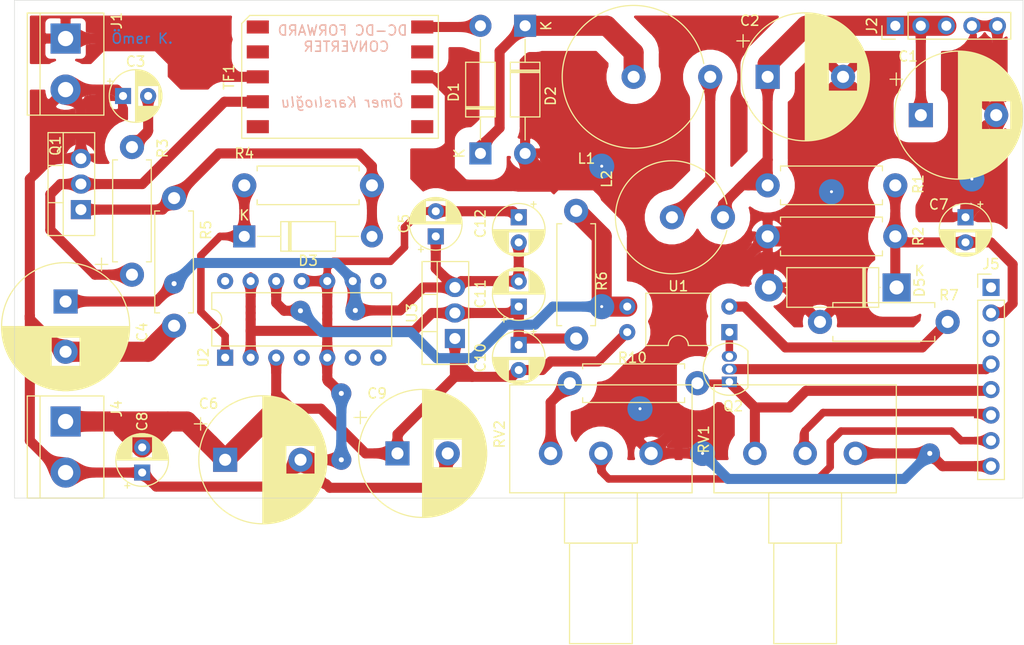
<source format=kicad_pcb>
(kicad_pcb (version 20171130) (host pcbnew "(5.1.8)-1")
  (layers (0 F.Cu signal) (31 B.Cu signal) (34 B.Paste user) (35 F.Paste user) (36 B.SilkS user) (37 F.SilkS user) (38 B.Mask user) (39 F.Mask user) (44 Edge.Cuts user))
  (net 0 "")
  (net 1 Vout+)
  (net 2 "Net-(C3-Pad2)")
  (net 3 GND1)
  (net 4 +5V)
  (net 5 +12V)
  (net 6 OUTPUT_TO_ADC)
  (net 7 "Net-(D1-Pad2)")
  (net 8 "Net-(D1-Pad1)")
  (net 9 "Net-(D3-Pad2)")
  (net 10 GATE)
  (net 11 "Net-(J1-Pad1)")
  (net 12 I_ADC)
  (net 13 P_ADC)
  (net 14 LOW_PWM_IN)
  (net 15 "Net-(J5-Pad3)")
  (net 16 +3V3)
  (net 17 "Net-(L1-Pad2)")
  (net 18 "Net-(Q1-Pad2)")
  (net 19 "Net-(R10-Pad2)")
  (net 20 "Net-(TF1-Pad9)")
  (net 21 LIN)
  (net 22 "Net-(U2-Pad14)")
  (net 23 "Net-(U2-Pad7)")
  (net 24 "Net-(U2-Pad6)")
  (net 25 "Net-(U2-Pad4)")
  (net 26 "Net-(U2-Pad8)")
  (net 27 Vout-)
  (net 28 "Net-(Q2-Pad3)")
  (net 29 "Net-(R7-Pad2)")
  (net 30 "Net-(J5-Pad1)")
  (module Package_TO_SOT_THT:TO-92_Inline (layer F.Cu) (at 172.72 96.393 90)
    (fp_text reference Q2 (at -2.413 0.381 180) (layer F.SilkS))
    (fp_text value BC317)
    (pad 2 thru_hole oval (at 1.27 0 90) (size 1.05 1.5) (drill 0.75) (layers *.Cu *.Mask) (net 14 LOW_PWM_IN))
    (pad 3 thru_hole oval (at 2.54 0 90) (size 1.05 1.5) (drill 0.75) (layers *.Cu *.Mask) (net 28 "Net-(Q2-Pad3)"))
    (pad 1 thru_hole rect (at 0 0 90) (size 1.05 1.5) (drill 0.75) (layers *.Cu *.Mask) (net 16 +3V3))
  )
  (module Package_TO_SOT_THT:TO-220-3_Vertical (layer F.Cu) (at 108.204 79.248 90)
    (fp_text reference Q1 (at 6.35 -2.54 90) (layer F.SilkS))
    (fp_text value IRFZ44N)
    (pad 1 thru_hole rect (at 0 0 90) (size 1.905 2) (drill 1.1) (layers *.Cu *.Mask) (net 9 "Net-(D3-Pad2)"))
    (pad 2 thru_hole oval (at 2.54 0 90) (size 1.905 2) (drill 1.1) (layers *.Cu *.Mask) (net 18 "Net-(Q1-Pad2)"))
    (pad 3 thru_hole oval (at 5.08 0 90) (size 1.905 2) (drill 1.1) (layers *.Cu *.Mask) (net 3 GND1))
  )
  (module Resistor_THT:R_Axial_DIN0411_L9.9mm_D3.6mm_P12.70mm_Horizontal (layer F.Cu) (at 113.284 85.725 90)
    (fp_text reference R3 (at 12.573 3.048 90) (layer F.SilkS))
    (fp_text value 10)
    (pad 1 thru_hole circle (at 0 0 90) (size 2.4 2.4) (drill 1.2) (layers *.Cu *.Mask) (net 18 "Net-(Q1-Pad2)"))
    (pad 2 thru_hole oval (at 12.7 0 90) (size 2.4 2.4) (drill 1.2) (layers *.Cu *.Mask) (net 2 "Net-(C3-Pad2)"))
  )
  (module Capacitor_THT:CP_Radial_D5.0mm_P2.50mm (layer F.Cu) (at 112.395 67.945)
    (fp_text reference C3 (at 1.25 -3.429) (layer F.SilkS))
    (fp_text value 1nF)
    (pad 1 thru_hole rect (at 0 0) (size 1.6 1.6) (drill 0.8) (layers *.Cu *.Mask) (net 3 GND1))
    (pad 2 thru_hole circle (at 2.5 0) (size 1.6 1.6) (drill 0.8) (layers *.Cu *.Mask) (net 2 "Net-(C3-Pad2)"))
  )
  (module Package_TO_SOT_THT:TO-220-3_Vertical (layer F.Cu) (at 145.415 92.075 90)
    (fp_text reference U3 (at 2.54 -4.27 90) (layer F.SilkS))
    (fp_text value LM7805_TO220)
    (pad 1 thru_hole rect (at 0 0 90) (size 1.905 2) (drill 1.1) (layers *.Cu *.Mask) (net 5 +12V))
    (pad 2 thru_hole oval (at 2.54 0 90) (size 1.905 2) (drill 1.1) (layers *.Cu *.Mask) (net 3 GND1))
    (pad 3 thru_hole oval (at 5.08 0 90) (size 1.905 2) (drill 1.1) (layers *.Cu *.Mask) (net 4 +5V))
  )
  (module Package_DIP:DIP-14_W7.62mm (layer F.Cu) (at 122.555 93.98 90)
    (fp_text reference U2 (at 0 -2.159 90) (layer F.SilkS))
    (fp_text value IR2110)
    (pad 1 thru_hole rect (at 0 0 90) (size 1.6 1.6) (drill 0.8) (layers *.Cu *.Mask) (net 10 GATE))
    (pad 8 thru_hole oval (at 7.62 15.24 90) (size 1.6 1.6) (drill 0.8) (layers *.Cu *.Mask) (net 26 "Net-(U2-Pad8)"))
    (pad 2 thru_hole oval (at 0 2.54 90) (size 1.6 1.6) (drill 0.8) (layers *.Cu *.Mask) (net 3 GND1))
    (pad 9 thru_hole oval (at 7.62 12.7 90) (size 1.6 1.6) (drill 0.8) (layers *.Cu *.Mask) (net 4 +5V))
    (pad 3 thru_hole oval (at 0 5.08 90) (size 1.6 1.6) (drill 0.8) (layers *.Cu *.Mask) (net 5 +12V))
    (pad 10 thru_hole oval (at 7.62 10.16 90) (size 1.6 1.6) (drill 0.8) (layers *.Cu *.Mask) (net 3 GND1))
    (pad 4 thru_hole oval (at 0 7.62 90) (size 1.6 1.6) (drill 0.8) (layers *.Cu *.Mask) (net 25 "Net-(U2-Pad4)"))
    (pad 11 thru_hole oval (at 7.62 7.62 90) (size 1.6 1.6) (drill 0.8) (layers *.Cu *.Mask) (net 3 GND1))
    (pad 5 thru_hole oval (at 0 10.16 90) (size 1.6 1.6) (drill 0.8) (layers *.Cu *.Mask) (net 3 GND1))
    (pad 12 thru_hole oval (at 7.62 5.08 90) (size 1.6 1.6) (drill 0.8) (layers *.Cu *.Mask) (net 21 LIN))
    (pad 6 thru_hole oval (at 0 12.7 90) (size 1.6 1.6) (drill 0.8) (layers *.Cu *.Mask) (net 24 "Net-(U2-Pad6)"))
    (pad 13 thru_hole oval (at 7.62 2.54 90) (size 1.6 1.6) (drill 0.8) (layers *.Cu *.Mask) (net 3 GND1))
    (pad 7 thru_hole oval (at 0 15.24 90) (size 1.6 1.6) (drill 0.8) (layers *.Cu *.Mask) (net 23 "Net-(U2-Pad7)"))
    (pad 14 thru_hole oval (at 7.62 0 90) (size 1.6 1.6) (drill 0.8) (layers *.Cu *.Mask) (net 22 "Net-(U2-Pad14)"))
  )
  (module Package_DIP:DIP-4_W10.16mm (layer F.Cu) (at 172.72 91.44 180)
    (fp_text reference U1 (at 5.08 4.572) (layer F.SilkS))
    (fp_text value PC817)
    (pad 1 thru_hole rect (at 0 0 180) (size 1.6 1.6) (drill 0.8) (layers *.Cu *.Mask) (net 28 "Net-(Q2-Pad3)"))
    (pad 3 thru_hole oval (at 10.16 2.54 180) (size 1.6 1.6) (drill 0.8) (layers *.Cu *.Mask) (net 21 LIN))
    (pad 2 thru_hole oval (at 0 2.54 180) (size 1.6 1.6) (drill 0.8) (layers *.Cu *.Mask) (net 29 "Net-(R7-Pad2)"))
    (pad 4 thru_hole oval (at 10.16 0 180) (size 1.6 1.6) (drill 0.8) (layers *.Cu *.Mask) (net 5 +12V))
  )
  (module FORWARD_CONVERTER:FORWARD_TRAFO (layer F.Cu) (at 133.985 66.04)
    (fp_text reference TF1 (at -11.049 0 90) (layer F.SilkS))
    (fp_text value FORWARD_TRAFO)
    (pad 5 smd rect (at -8.18 4.96 270) (size 1.3 2.2) (layers F.Cu F.Paste F.Mask))
    (pad 6 smd rect (at 8.18 4.96 270) (size 1.3 2.2) (layers F.Cu F.Paste F.Mask))
    (pad 4 smd rect (at -8.18 2.48 270) (size 1.3 2.2) (layers F.Cu F.Paste F.Mask) (net 18 "Net-(Q1-Pad2)"))
    (pad 7 smd rect (at 8.18 2.48 270) (size 1.3 2.2) (layers F.Cu F.Paste F.Mask))
    (pad 3 smd rect (at -8.18 0 270) (size 1.3 2.2) (layers F.Cu F.Paste F.Mask) (net 11 "Net-(J1-Pad1)"))
    (pad 8 smd rect (at 8.18 0 270) (size 1.3 2.2) (layers F.Cu F.Paste F.Mask) (net 27 Vout-))
    (pad 2 smd rect (at -8.18 -2.48 270) (size 1.3 2.2) (layers F.Cu F.Paste F.Mask))
    (pad 9 smd rect (at 8.18 -2.48 270) (size 1.3 2.2) (layers F.Cu F.Paste F.Mask) (net 20 "Net-(TF1-Pad9)"))
    (pad 1 smd rect (at -8.18 -4.96 270) (size 1.3 2.2) (layers F.Cu F.Paste F.Mask))
    (pad 10 smd rect (at 8.18 -4.96 270) (size 1.3 2.2) (layers F.Cu F.Paste F.Mask) (net 7 "Net-(D1-Pad2)"))
  )
  (module Potentiometer_THT:Potentiometer_Alps_RK163_Single_Horizontal (layer F.Cu) (at 154.94 103.505 270)
    (fp_text reference RV2 (at -1.905 5.08 90) (layer F.SilkS))
    (fp_text value R_POT)
    (pad 3 thru_hole circle (at 0 -10 270) (size 2.34 2.34) (drill 1.3) (layers *.Cu *.Mask) (net 27 Vout-))
    (pad 2 thru_hole circle (at 0 -5 270) (size 2.34 2.34) (drill 1.3) (layers *.Cu *.Mask) (net 12 I_ADC))
    (pad 1 thru_hole circle (at 0 0 270) (size 2.34 2.34) (drill 1.3) (layers *.Cu *.Mask) (net 19 "Net-(R10-Pad2)"))
  )
  (module Potentiometer_THT:Potentiometer_Alps_RK163_Single_Horizontal (layer F.Cu) (at 175.26 103.505 270)
    (fp_text reference RV1 (at -1.397 5.08 90) (layer F.SilkS))
    (fp_text value R_POT)
    (pad 3 thru_hole circle (at 0 -10 270) (size 2.34 2.34) (drill 1.3) (layers *.Cu *.Mask) (net 27 Vout-))
    (pad 2 thru_hole circle (at 0 -5 270) (size 2.34 2.34) (drill 1.3) (layers *.Cu *.Mask) (net 13 P_ADC))
    (pad 1 thru_hole circle (at 0 0 270) (size 2.34 2.34) (drill 1.3) (layers *.Cu *.Mask) (net 16 +3V3))
  )
  (module Resistor_THT:R_Axial_DIN0411_L9.9mm_D3.6mm_P12.70mm_Horizontal (layer F.Cu) (at 169.545 96.52 180)
    (fp_text reference R10 (at 6.477 2.54) (layer F.SilkS))
    (fp_text value 220)
    (pad 1 thru_hole circle (at 0 0 180) (size 2.4 2.4) (drill 1.2) (layers *.Cu *.Mask) (net 16 +3V3))
    (pad 2 thru_hole oval (at 12.7 0 180) (size 2.4 2.4) (drill 1.2) (layers *.Cu *.Mask) (net 19 "Net-(R10-Pad2)"))
  )
  (module Resistor_THT:R_Axial_DIN0411_L9.9mm_D3.6mm_P12.70mm_Horizontal (layer F.Cu) (at 181.737 90.424)
    (fp_text reference R7 (at 12.827 -2.667 180) (layer F.SilkS))
    (fp_text value 220)
    (pad 1 thru_hole circle (at 0 0) (size 2.4 2.4) (drill 1.2) (layers *.Cu *.Mask) (net 27 Vout-))
    (pad 2 thru_hole oval (at 12.7 0) (size 2.4 2.4) (drill 1.2) (layers *.Cu *.Mask) (net 29 "Net-(R7-Pad2)"))
  )
  (module Resistor_THT:R_Axial_DIN0411_L9.9mm_D3.6mm_P12.70mm_Horizontal (layer F.Cu) (at 157.48 79.375 270)
    (fp_text reference R6 (at 6.985 -2.54 90) (layer F.SilkS))
    (fp_text value 47K)
    (pad 1 thru_hole circle (at 0 0 270) (size 2.4 2.4) (drill 1.2) (layers *.Cu *.Mask) (net 21 LIN))
    (pad 2 thru_hole oval (at 12.7 0 270) (size 2.4 2.4) (drill 1.2) (layers *.Cu *.Mask) (net 3 GND1))
  )
  (module Resistor_THT:R_Axial_DIN0411_L9.9mm_D3.6mm_P12.70mm_Horizontal (layer F.Cu) (at 117.475 78.105 270)
    (fp_text reference R5 (at 3.175 -3.175 90) (layer F.SilkS))
    (fp_text value 47K)
    (pad 1 thru_hole circle (at 0 0 270) (size 2.4 2.4) (drill 1.2) (layers *.Cu *.Mask) (net 9 "Net-(D3-Pad2)"))
    (pad 2 thru_hole oval (at 12.7 0 270) (size 2.4 2.4) (drill 1.2) (layers *.Cu *.Mask) (net 3 GND1))
  )
  (module Resistor_THT:R_Axial_DIN0411_L9.9mm_D3.6mm_P12.70mm_Horizontal (layer F.Cu) (at 124.46 76.835)
    (fp_text reference R4 (at 0 -3.175) (layer F.SilkS))
    (fp_text value 10)
    (pad 1 thru_hole circle (at 0 0) (size 2.4 2.4) (drill 1.2) (layers *.Cu *.Mask) (net 10 GATE))
    (pad 2 thru_hole oval (at 12.7 0) (size 2.4 2.4) (drill 1.2) (layers *.Cu *.Mask) (net 9 "Net-(D3-Pad2)"))
  )
  (module Resistor_THT:R_Axial_DIN0411_L9.9mm_D3.6mm_P12.70mm_Horizontal (layer F.Cu) (at 189.23 81.915 180)
    (fp_text reference R2 (at -2.286 0 90) (layer F.SilkS))
    (fp_text value 10k)
    (pad 1 thru_hole circle (at 0 0 180) (size 2.4 2.4) (drill 1.2) (layers *.Cu *.Mask) (net 6 OUTPUT_TO_ADC))
    (pad 2 thru_hole oval (at 12.7 0 180) (size 2.4 2.4) (drill 1.2) (layers *.Cu *.Mask) (net 27 Vout-))
  )
  (module Resistor_THT:R_Axial_DIN0411_L9.9mm_D3.6mm_P12.70mm_Horizontal (layer F.Cu) (at 176.53 76.835)
    (fp_text reference R1 (at 14.986 -0.127 90) (layer F.SilkS))
    (fp_text value 100k)
    (pad 1 thru_hole circle (at 0 0) (size 2.4 2.4) (drill 1.2) (layers *.Cu *.Mask) (net 1 Vout+))
    (pad 2 thru_hole oval (at 12.7 0) (size 2.4 2.4) (drill 1.2) (layers *.Cu *.Mask) (net 6 OUTPUT_TO_ADC))
  )
  (module Inductor_THT:L_Axial_L26.0mm_D11.0mm_P5.08mm_Vertical_Fastron_77A (layer F.Cu) (at 167.005 80.01)
    (fp_text reference L2 (at -6.477 -3.81 90) (layer F.SilkS))
    (fp_text value INDUCTOR)
    (pad 1 thru_hole circle (at 0 0) (size 2.4 2.4) (drill 1.2) (layers *.Cu *.Mask) (net 17 "Net-(L1-Pad2)"))
    (pad 2 thru_hole oval (at 5.08 0) (size 2.4 2.4) (drill 1.2) (layers *.Cu *.Mask) (net 1 Vout+))
  )
  (module Inductor_THT:L_Axial_L26.7mm_D14.0mm_P7.62mm_Vertical_Vishay_IHA-104 (layer F.Cu) (at 163.195 66.04)
    (fp_text reference L1 (at -4.699 8.128) (layer F.SilkS))
    (fp_text value INDUCTOR)
    (pad 1 thru_hole circle (at 0 0) (size 2.4 2.4) (drill 1.2) (layers *.Cu *.Mask) (net 8 "Net-(D1-Pad1)"))
    (pad 2 thru_hole oval (at 7.62 0) (size 2.4 2.4) (drill 1.2) (layers *.Cu *.Mask) (net 17 "Net-(L1-Pad2)"))
  )
  (module Connector_PinHeader_2.54mm:PinHeader_1x08_P2.54mm_Vertical (layer F.Cu) (at 198.755 86.995)
    (fp_text reference J5 (at 0 -2.33) (layer F.SilkS))
    (fp_text value Conn_01x08_Male)
    (pad 1 thru_hole rect (at 0 0) (size 1.7 1.7) (drill 1) (layers *.Cu *.Mask) (net 30 "Net-(J5-Pad1)"))
    (pad 2 thru_hole oval (at 0 2.54) (size 1.7 1.7) (drill 1) (layers *.Cu *.Mask) (net 6 OUTPUT_TO_ADC))
    (pad 3 thru_hole oval (at 0 5.08) (size 1.7 1.7) (drill 1) (layers *.Cu *.Mask) (net 15 "Net-(J5-Pad3)"))
    (pad 4 thru_hole oval (at 0 7.62) (size 1.7 1.7) (drill 1) (layers *.Cu *.Mask) (net 14 LOW_PWM_IN))
    (pad 5 thru_hole oval (at 0 10.16) (size 1.7 1.7) (drill 1) (layers *.Cu *.Mask) (net 16 +3V3))
    (pad 6 thru_hole oval (at 0 12.7) (size 1.7 1.7) (drill 1) (layers *.Cu *.Mask) (net 13 P_ADC))
    (pad 7 thru_hole oval (at 0 15.24) (size 1.7 1.7) (drill 1) (layers *.Cu *.Mask) (net 12 I_ADC))
    (pad 8 thru_hole oval (at 0 17.78) (size 1.7 1.7) (drill 1) (layers *.Cu *.Mask) (net 27 Vout-))
  )
  (module TerminalBlock:TerminalBlock_bornier-2_P5.08mm (layer F.Cu) (at 106.68 100.33 270)
    (fp_text reference J4 (at -1.27 -5.08 90) (layer F.SilkS))
    (fp_text value Vcc_IR2110)
    (pad 1 thru_hole rect (at 0 0 270) (size 3 3) (drill 1.52) (layers *.Cu *.Mask) (net 5 +12V))
    (pad 2 thru_hole circle (at 5.08 0 270) (size 3 3) (drill 1.52) (layers *.Cu *.Mask) (net 3 GND1))
  )
  (module Connector_PinHeader_2.54mm:PinHeader_1x05_P2.54mm_Vertical (layer F.Cu) (at 189.23 60.96 90)
    (fp_text reference J2 (at 0 -2.33 90) (layer F.SilkS))
    (fp_text value Conn_01x05_Male)
    (pad 1 thru_hole rect (at 0 0 90) (size 1.7 1.7) (drill 1) (layers *.Cu *.Mask) (net 1 Vout+))
    (pad 2 thru_hole oval (at 0 2.54 90) (size 1.7 1.7) (drill 1) (layers *.Cu *.Mask) (net 1 Vout+))
    (pad 3 thru_hole oval (at 0 5.08 90) (size 1.7 1.7) (drill 1) (layers *.Cu *.Mask) (net 1 Vout+))
    (pad 4 thru_hole oval (at 0 7.62 90) (size 1.7 1.7) (drill 1) (layers *.Cu *.Mask) (net 27 Vout-))
    (pad 5 thru_hole oval (at 0 10.16 90) (size 1.7 1.7) (drill 1) (layers *.Cu *.Mask) (net 27 Vout-))
  )
  (module TerminalBlock:TerminalBlock_bornier-2_P5.08mm (layer F.Cu) (at 106.68 62.23 270)
    (fp_text reference J1 (at -1.778 -5.08 90) (layer F.SilkS))
    (fp_text value Vin)
    (pad 1 thru_hole rect (at 0 0 270) (size 3 3) (drill 1.52) (layers *.Cu *.Mask) (net 11 "Net-(J1-Pad1)"))
    (pad 2 thru_hole circle (at 5.08 0 270) (size 3 3) (drill 1.52) (layers *.Cu *.Mask) (net 3 GND1))
  )
  (module Diode_THT:D_5W_P12.70mm_Horizontal (layer F.Cu) (at 189.357 86.995 180)
    (fp_text reference D5 (at -2.286 0 90) (layer F.SilkS))
    (fp_text value D_Zener)
    (fp_text user K (at -2.286 1.651) (layer F.SilkS))
    (pad 1 thru_hole rect (at 0 0 180) (size 2.8 2.8) (drill 1.4) (layers *.Cu *.Mask) (net 6 OUTPUT_TO_ADC))
    (pad 2 thru_hole oval (at 12.7 0 180) (size 2.8 2.8) (drill 1.4) (layers *.Cu *.Mask) (net 27 Vout-))
  )
  (module Diode_THT:D_DO-41_SOD81_P12.70mm_Horizontal (layer F.Cu) (at 124.46 81.915)
    (fp_text reference D3 (at 6.35 2.413) (layer F.SilkS))
    (fp_text value UF4007)
    (fp_text user K (at 0 -2.1) (layer F.SilkS))
    (pad 1 thru_hole rect (at 0 0) (size 2.2 2.2) (drill 1.1) (layers *.Cu *.Mask) (net 10 GATE))
    (pad 2 thru_hole oval (at 12.7 0) (size 2.2 2.2) (drill 1.1) (layers *.Cu *.Mask) (net 9 "Net-(D3-Pad2)"))
  )
  (module Diode_THT:D_DO-41_SOD81_P12.70mm_Horizontal (layer F.Cu) (at 152.4 60.96 270)
    (fp_text reference D2 (at 6.985 -2.54 90) (layer F.SilkS))
    (fp_text value UF4007)
    (fp_text user K (at 0 -2.1 90) (layer F.SilkS))
    (pad 1 thru_hole rect (at 0 0 270) (size 2.2 2.2) (drill 1.1) (layers *.Cu *.Mask) (net 8 "Net-(D1-Pad1)"))
    (pad 2 thru_hole oval (at 12.7 0 270) (size 2.2 2.2) (drill 1.1) (layers *.Cu *.Mask) (net 27 Vout-))
  )
  (module Diode_THT:D_DO-41_SOD81_P12.70mm_Horizontal (layer F.Cu) (at 147.955 73.66 90)
    (fp_text reference D1 (at 6.096 -2.667 90) (layer F.SilkS))
    (fp_text value UF4007)
    (fp_text user K (at 0 -2.1 90) (layer F.SilkS))
    (pad 1 thru_hole rect (at 0 0 90) (size 2.2 2.2) (drill 1.1) (layers *.Cu *.Mask) (net 8 "Net-(D1-Pad1)"))
    (pad 2 thru_hole oval (at 12.7 0 90) (size 2.2 2.2) (drill 1.1) (layers *.Cu *.Mask) (net 7 "Net-(D1-Pad2)"))
  )
  (module Capacitor_THT:CP_Radial_D5.0mm_P2.50mm (layer F.Cu) (at 151.765 80.01 270)
    (fp_text reference C12 (at 0.635 3.81 90) (layer F.SilkS))
    (fp_text value 100nF)
    (pad 1 thru_hole rect (at 0 0 270) (size 1.6 1.6) (drill 0.8) (layers *.Cu *.Mask) (net 3 GND1))
    (pad 2 thru_hole circle (at 2.5 0 270) (size 1.6 1.6) (drill 0.8) (layers *.Cu *.Mask) (net 4 +5V))
  )
  (module Capacitor_THT:CP_Radial_D5.0mm_P2.50mm (layer F.Cu) (at 151.765 88.9 90)
    (fp_text reference C11 (at 1.27 -3.81 90) (layer F.SilkS))
    (fp_text value 100nF)
    (pad 1 thru_hole rect (at 0 0 90) (size 1.6 1.6) (drill 0.8) (layers *.Cu *.Mask) (net 3 GND1))
    (pad 2 thru_hole circle (at 2.5 0 90) (size 1.6 1.6) (drill 0.8) (layers *.Cu *.Mask) (net 4 +5V))
  )
  (module Capacitor_THT:CP_Radial_D5.0mm_P2.50mm (layer F.Cu) (at 151.765 92.71 270)
    (fp_text reference C10 (at 1.27 3.81 90) (layer F.SilkS))
    (fp_text value 100nF)
    (pad 1 thru_hole rect (at 0 0 270) (size 1.6 1.6) (drill 0.8) (layers *.Cu *.Mask) (net 3 GND1))
    (pad 2 thru_hole circle (at 2.5 0 270) (size 1.6 1.6) (drill 0.8) (layers *.Cu *.Mask) (net 5 +12V))
  )
  (module Capacitor_THT:CP_Radial_D12.5mm_P5.00mm (layer F.Cu) (at 139.7 103.505)
    (fp_text reference C9 (at -2.032 -5.969) (layer F.SilkS))
    (fp_text value 10uF)
    (pad 1 thru_hole rect (at 0 0) (size 2.4 2.4) (drill 1.2) (layers *.Cu *.Mask) (net 5 +12V))
    (pad 2 thru_hole circle (at 5 0) (size 2.4 2.4) (drill 1.2) (layers *.Cu *.Mask) (net 3 GND1))
  )
  (module Capacitor_THT:CP_Radial_D5.0mm_P2.50mm (layer F.Cu) (at 114.3 105.41 90)
    (fp_text reference C8 (at 5.08 0 90) (layer F.SilkS))
    (fp_text value 100nF)
    (pad 1 thru_hole rect (at 0 0 90) (size 1.6 1.6) (drill 0.8) (layers *.Cu *.Mask) (net 3 GND1))
    (pad 2 thru_hole circle (at 2.5 0 90) (size 1.6 1.6) (drill 0.8) (layers *.Cu *.Mask) (net 5 +12V))
  )
  (module Capacitor_THT:CP_Radial_D5.0mm_P2.50mm (layer F.Cu) (at 196.215 80.01 270)
    (fp_text reference C7 (at -1.27 2.667 180) (layer F.SilkS))
    (fp_text value 100nF)
    (pad 1 thru_hole rect (at 0 0 270) (size 1.6 1.6) (drill 0.8) (layers *.Cu *.Mask) (net 27 Vout-))
    (pad 2 thru_hole circle (at 2.5 0 270) (size 1.6 1.6) (drill 0.8) (layers *.Cu *.Mask) (net 6 OUTPUT_TO_ADC))
  )
  (module Capacitor_THT:CP_Radial_D12.5mm_P7.50mm (layer F.Cu) (at 122.555 104.14)
    (fp_text reference C6 (at -1.651 -5.588) (layer F.SilkS))
    (fp_text value 470uF)
    (pad 1 thru_hole rect (at 0 0) (size 2.4 2.4) (drill 1.2) (layers *.Cu *.Mask) (net 5 +12V))
    (pad 2 thru_hole circle (at 7.5 0) (size 2.4 2.4) (drill 1.2) (layers *.Cu *.Mask) (net 3 GND1))
  )
  (module Capacitor_THT:CP_Radial_D5.0mm_P2.50mm (layer F.Cu) (at 143.51 81.915 90)
    (fp_text reference C5 (at 1.27 -3.175 90) (layer F.SilkS))
    (fp_text value 100nF)
    (pad 1 thru_hole rect (at 0 0 90) (size 1.6 1.6) (drill 0.8) (layers *.Cu *.Mask) (net 4 +5V))
    (pad 2 thru_hole circle (at 2.5 0 90) (size 1.6 1.6) (drill 0.8) (layers *.Cu *.Mask) (net 3 GND1))
  )
  (module Capacitor_THT:CP_Radial_D12.5mm_P5.00mm (layer F.Cu) (at 106.68 88.392 270)
    (fp_text reference C4 (at 3.048 -7.62 90) (layer F.SilkS))
    (fp_text value 10uF)
    (pad 1 thru_hole rect (at 0 0 270) (size 2.4 2.4) (drill 1.2) (layers *.Cu *.Mask) (net 4 +5V))
    (pad 2 thru_hole circle (at 5 0 270) (size 2.4 2.4) (drill 1.2) (layers *.Cu *.Mask) (net 3 GND1))
  )
  (module Capacitor_THT:CP_Radial_D12.5mm_P7.50mm (layer F.Cu) (at 176.53 66.04)
    (fp_text reference C2 (at -1.778 -5.588) (layer F.SilkS))
    (fp_text value CP)
    (pad 1 thru_hole rect (at 0 0) (size 2.4 2.4) (drill 1.2) (layers *.Cu *.Mask) (net 1 Vout+))
    (pad 2 thru_hole circle (at 7.5 0) (size 2.4 2.4) (drill 1.2) (layers *.Cu *.Mask) (net 27 Vout-))
  )
  (module Capacitor_THT:CP_Radial_D12.5mm_P7.50mm (layer F.Cu) (at 191.77 69.85)
    (fp_text reference C1 (at -1.27 -5.842) (layer F.SilkS))
    (fp_text value CP)
    (pad 1 thru_hole rect (at 0 0) (size 2.4 2.4) (drill 1.2) (layers *.Cu *.Mask) (net 1 Vout+))
    (pad 2 thru_hole circle (at 7.5 0) (size 2.4 2.4) (drill 1.2) (layers *.Cu *.Mask) (net 27 Vout-))
  )
  (gr_text "Ömer Karslıoğlu" (at 134.239 68.58) (layer B.SilkS) (effects (font (size 1 1) (thickness 0.15) italic) (justify mirror)))
  (gr_text "DC-DC FORWARD\nCONVERTER " (at 134.239 62.23) (layer B.SilkS) (effects (font (size 1 1)) (justify mirror)))
  (gr_text "Ömer K." (at 114.3 62.23) (layer B.Cu) (effects (font (size 1 1))))
  (gr_line (start 201.93 58.42) (end 101.6 58.42) (layer Edge.Cuts) (width 0.05))
  (gr_line (start 201.93 107.95) (end 201.93 58.42) (layer Edge.Cuts) (width 0.05))
  (gr_line (start 101.6 107.95) (end 201.93 107.95) (layer Edge.Cuts) (width 0.05))
  (gr_line (start 101.6 58.42) (end 101.6 107.95) (layer Edge.Cuts) (width 0.05))
  (segment (start 172.085 80.01) (end 172.085 78.74) (width 1) (layer F.Cu) (net 1))
  (segment (start 191.77 60.96) (end 191.77 69.85) (width 1) (layer F.Cu) (net 1))
  (segment (start 189.23 60.96) (end 194.31 60.96) (width 1) (layer F.Cu) (net 1))
  (segment (start 175.26 76.835) (end 176.53 75.565) (width 1) (layer F.Cu) (net 1))
  (segment (start 176.53 75.565) (end 176.53 76.835) (width 1) (layer F.Cu) (net 1))
  (segment (start 175.26 76.835) (end 176.53 76.835) (width 1) (layer F.Cu) (net 1))
  (segment (start 174.625 76.2) (end 176.53 74.295) (width 1) (layer F.Cu) (net 1))
  (segment (start 174.625 76.835) (end 174.625 76.2) (width 1) (layer F.Cu) (net 1))
  (segment (start 176.53 74.295) (end 176.53 75.565) (width 1) (layer F.Cu) (net 1))
  (segment (start 176.53 66.04) (end 176.53 74.295) (width 1) (layer F.Cu) (net 1))
  (segment (start 173.99 76.835) (end 174.625 76.835) (width 1) (layer F.Cu) (net 1))
  (segment (start 174.625 76.835) (end 175.26 76.835) (width 1) (layer F.Cu) (net 1))
  (segment (start 173.6725 77.1525) (end 176.53 74.295) (width 1) (layer F.Cu) (net 1))
  (segment (start 172.085 78.74) (end 173.6725 77.1525) (width 1) (layer F.Cu) (net 1))
  (segment (start 173.6725 77.1525) (end 173.99 76.835) (width 1) (layer F.Cu) (net 1))
  (segment (start 180.34 60.96) (end 194.31 60.96) (width 2) (layer F.Cu) (net 1))
  (segment (start 176.53 64.77) (end 180.34 60.96) (width 2) (layer F.Cu) (net 1))
  (segment (start 176.53 66.04) (end 176.53 64.77) (width 2) (layer F.Cu) (net 1))
  (segment (start 114.895 67.945) (end 114.895 71.414) (width 1) (layer F.Cu) (net 2))
  (segment (start 114.895 71.414) (end 113.284 73.025) (width 1) (layer F.Cu) (net 2))
  (segment (start 111.76 67.31) (end 112.395 67.945) (width 1) (layer F.Cu) (net 3))
  (segment (start 106.68 67.31) (end 111.76 67.31) (width 1) (layer F.Cu) (net 3))
  (segment (start 106.045 67.945) (end 106.68 67.31) (width 1) (layer F.Cu) (net 3))
  (segment (start 106.68 105.41) (end 114.3 105.41) (width 1) (layer F.Cu) (net 3))
  (segment (start 125.095 85.725) (end 125.095 86.36) (width 0.5) (layer F.Cu) (net 3))
  (segment (start 132.715 89.535) (end 132.715 90.17) (width 1) (layer F.Cu) (net 3))
  (segment (start 132.715 86.36) (end 132.715 88.9) (width 1) (layer F.Cu) (net 3))
  (segment (start 132.715 88.9) (end 132.715 89.535) (width 1) (layer F.Cu) (net 3))
  (segment (start 125.095 89.535) (end 125.095 90.17) (width 1) (layer F.Cu) (net 3))
  (segment (start 125.095 86.36) (end 125.095 88.9) (width 1) (layer F.Cu) (net 3))
  (segment (start 125.095 88.9) (end 125.095 89.535) (width 1) (layer F.Cu) (net 3))
  (segment (start 127.388 106.807) (end 130.055 104.14) (width 1) (layer F.Cu) (net 3))
  (segment (start 115.697 106.807) (end 127.388 106.807) (width 1) (layer F.Cu) (net 3))
  (segment (start 114.3 105.41) (end 115.697 106.807) (width 1) (layer F.Cu) (net 3))
  (segment (start 144.7 104.855) (end 144.7 103.505) (width 1) (layer F.Cu) (net 3))
  (segment (start 142.63001 106.92499) (end 144.7 104.855) (width 1) (layer F.Cu) (net 3))
  (segment (start 132.95999 106.92499) (end 142.63001 106.92499) (width 1) (layer F.Cu) (net 3))
  (segment (start 132.588 106.553) (end 132.95999 106.92499) (width 1) (layer F.Cu) (net 3))
  (segment (start 132.468 106.553) (end 132.588 106.553) (width 1) (layer F.Cu) (net 3))
  (segment (start 130.055 104.14) (end 132.468 106.553) (width 1) (layer F.Cu) (net 3))
  (segment (start 108.204 68.834) (end 106.68 67.31) (width 1) (layer F.Cu) (net 3))
  (segment (start 108.204 74.168) (end 108.204 68.834) (width 1) (layer F.Cu) (net 3))
  (segment (start 103.124 76.2) (end 103.124 89.836) (width 1) (layer F.Cu) (net 3))
  (segment (start 105.156 74.168) (end 103.124 76.2) (width 1) (layer F.Cu) (net 3))
  (segment (start 108.204 74.168) (end 105.156 74.168) (width 1) (layer F.Cu) (net 3))
  (segment (start 103.124 89.836) (end 103.124 89.916) (width 1) (layer F.Cu) (net 3))
  (segment (start 106.299 105.41) (end 106.68 105.41) (width 1) (layer F.Cu) (net 3))
  (segment (start 103.124 102.235) (end 106.299 105.41) (width 1) (layer F.Cu) (net 3))
  (segment (start 103.124 89.836) (end 103.124 102.235) (width 1) (layer F.Cu) (net 3))
  (segment (start 106.386 93.392) (end 106.68 93.392) (width 1) (layer F.Cu) (net 3))
  (segment (start 103.124 89.836) (end 103.124 90.13) (width 1) (layer F.Cu) (net 3))
  (via (at 134.112 104.14) (size 2) (drill 0.5) (layers F.Cu B.Cu) (net 3))
  (segment (start 130.055 104.14) (end 134.112 104.14) (width 1) (layer F.Cu) (net 3))
  (via (at 134.112 97.536) (size 2) (drill 0.5) (layers F.Cu B.Cu) (net 3))
  (segment (start 134.112 104.14) (end 134.112 97.536) (width 1) (layer B.Cu) (net 3))
  (segment (start 132.715 96.139) (end 132.715 95.885) (width 1) (layer F.Cu) (net 3))
  (segment (start 134.112 97.536) (end 132.715 96.139) (width 1) (layer F.Cu) (net 3))
  (segment (start 132.715 95.885) (end 132.715 93.98) (width 1) (layer F.Cu) (net 3))
  (segment (start 132.715 91.313) (end 132.715 93.98) (width 1) (layer F.Cu) (net 3))
  (segment (start 132.715 90.17) (end 132.715 91.313) (width 1) (layer F.Cu) (net 3))
  (segment (start 125.095 90.17) (end 125.095 91.313) (width 1) (layer F.Cu) (net 3))
  (segment (start 125.095 91.313) (end 132.715 91.313) (width 1) (layer F.Cu) (net 3))
  (segment (start 125.095 91.313) (end 125.095 93.98) (width 1) (layer F.Cu) (net 3))
  (segment (start 143.129 89.535) (end 145.415 89.535) (width 1) (layer F.Cu) (net 3))
  (segment (start 141.351 91.313) (end 143.129 89.535) (width 1) (layer F.Cu) (net 3))
  (segment (start 132.715 91.313) (end 141.351 91.313) (width 1) (layer F.Cu) (net 3))
  (segment (start 130.175 86.36) (end 132.715 86.36) (width 1) (layer F.Cu) (net 3))
  (segment (start 151.17 79.415) (end 151.765 80.01) (width 1) (layer F.Cu) (net 3))
  (segment (start 143.51 79.415) (end 151.17 79.415) (width 1) (layer F.Cu) (net 3))
  (segment (start 151.13 89.535) (end 151.765 88.9) (width 1) (layer F.Cu) (net 3))
  (segment (start 145.415 89.535) (end 151.13 89.535) (width 1) (layer F.Cu) (net 3))
  (segment (start 151.765 88.9) (end 151.765 92.71) (width 1) (layer F.Cu) (net 3))
  (segment (start 142.0095 79.415) (end 143.51 79.415) (width 0.75) (layer F.Cu) (net 3))
  (segment (start 140.3985 81.026) (end 142.0095 79.415) (width 0.75) (layer F.Cu) (net 3))
  (segment (start 140.3985 82.9945) (end 140.3985 81.026) (width 0.75) (layer F.Cu) (net 3))
  (segment (start 139.0015 84.3915) (end 140.3985 82.9945) (width 0.75) (layer F.Cu) (net 3))
  (segment (start 133.35 84.3915) (end 139.0015 84.3915) (width 0.75) (layer F.Cu) (net 3))
  (segment (start 132.715 85.0265) (end 133.35 84.3915) (width 0.75) (layer F.Cu) (net 3))
  (segment (start 132.715 86.36) (end 132.715 85.0265) (width 0.75) (layer F.Cu) (net 3))
  (segment (start 114.888 93.392) (end 117.475 90.805) (width 2) (layer F.Cu) (net 3))
  (segment (start 106.68 93.392) (end 114.888 93.392) (width 2) (layer F.Cu) (net 3))
  (segment (start 103.124 90.13) (end 106.386 93.392) (width 1) (layer F.Cu) (net 3))
  (segment (start 156.9085 92.075) (end 157.48 92.075) (width 0.5) (layer F.Cu) (net 3))
  (segment (start 152.4 92.075) (end 157.48 92.075) (width 1) (layer F.Cu) (net 3))
  (segment (start 151.765 92.71) (end 152.4 92.075) (width 1) (layer F.Cu) (net 3))
  (segment (start 143.51 85.09) (end 145.415 86.995) (width 1) (layer F.Cu) (net 4))
  (segment (start 143.51 81.915) (end 143.51 85.09) (width 1) (layer F.Cu) (net 4))
  (via (at 117.475 86.613998) (size 2) (drill 0.5) (layers F.Cu B.Cu) (net 4))
  (segment (start 106.68 88.392) (end 115.696998 88.392) (width 1) (layer F.Cu) (net 4))
  (segment (start 115.696998 88.392) (end 117.475 86.613998) (width 1) (layer F.Cu) (net 4))
  (segment (start 139.954 89.281) (end 135.509 89.281) (width 1) (layer F.Cu) (net 4))
  (segment (start 142.24 86.995) (end 139.954 89.281) (width 1) (layer F.Cu) (net 4))
  (segment (start 145.415 86.995) (end 142.24 86.995) (width 1) (layer F.Cu) (net 4))
  (segment (start 135.255 89.027) (end 135.509 89.281) (width 1) (layer F.Cu) (net 4))
  (segment (start 135.255 86.36) (end 135.255 89.027) (width 1) (layer F.Cu) (net 4))
  (segment (start 135.509 86.489998) (end 135.509 89.281) (width 1) (layer B.Cu) (net 4))
  (segment (start 133.579001 84.559999) (end 135.509 86.489998) (width 1) (layer B.Cu) (net 4))
  (segment (start 119.528999 84.559999) (end 133.579001 84.559999) (width 1) (layer B.Cu) (net 4))
  (segment (start 117.475 86.613998) (end 119.528999 84.559999) (width 1) (layer B.Cu) (net 4))
  (via (at 135.509 89.281) (size 2) (drill 0.5) (layers F.Cu B.Cu) (net 4))
  (segment (start 151.765 86.4) (end 151.765 82.51) (width 1) (layer F.Cu) (net 4))
  (segment (start 151.725 86.36) (end 151.765 86.4) (width 1) (layer F.Cu) (net 4))
  (segment (start 146.05 86.36) (end 151.725 86.36) (width 1) (layer F.Cu) (net 4))
  (segment (start 145.415 86.995) (end 146.05 86.36) (width 1) (layer F.Cu) (net 4))
  (segment (start 136.525 103.505) (end 139.7 103.505) (width 1) (layer F.Cu) (net 5))
  (segment (start 132.08 99.06) (end 136.525 103.505) (width 1) (layer F.Cu) (net 5))
  (segment (start 139.7 103.505) (end 139.7 101.6) (width 1) (layer F.Cu) (net 5))
  (segment (start 139.7 101.6) (end 145.415 95.885) (width 1) (layer F.Cu) (net 5))
  (segment (start 145.415 92.075) (end 145.415 92.71) (width 1) (layer F.Cu) (net 5))
  (segment (start 151.09 95.885) (end 151.765 95.21) (width 1) (layer F.Cu) (net 5))
  (segment (start 151.765 95.21) (end 151.805 95.25) (width 0.5) (layer F.Cu) (net 5))
  (segment (start 127.762 97.663) (end 129.159 99.06) (width 1) (layer F.Cu) (net 5))
  (segment (start 129.159 99.06) (end 132.08 99.06) (width 1) (layer F.Cu) (net 5))
  (segment (start 127.635 99.06) (end 129.159 99.06) (width 1) (layer F.Cu) (net 5))
  (segment (start 127.635 97.663) (end 127.762 97.663) (width 1) (layer F.Cu) (net 5))
  (segment (start 127.635 99.06) (end 127.635 97.663) (width 1) (layer F.Cu) (net 5))
  (segment (start 127.635 97.663) (end 127.635 93.98) (width 1) (layer F.Cu) (net 5))
  (segment (start 122.555 104.14) (end 127.635 99.06) (width 2) (layer F.Cu) (net 5))
  (segment (start 145.669 94.4245) (end 147.1295 95.885) (width 1) (layer F.Cu) (net 5))
  (segment (start 145.415 94.4245) (end 145.669 94.4245) (width 1) (layer F.Cu) (net 5))
  (segment (start 145.415 95.885) (end 147.1295 95.885) (width 1) (layer F.Cu) (net 5))
  (segment (start 147.1295 95.885) (end 151.09 95.885) (width 1) (layer F.Cu) (net 5))
  (segment (start 145.415 95.885) (end 145.415 94.4245) (width 1) (layer F.Cu) (net 5))
  (segment (start 145.415 94.4245) (end 145.415 92.075) (width 1) (layer F.Cu) (net 5))
  (segment (start 118.745 100.33) (end 122.555 104.14) (width 2) (layer F.Cu) (net 5))
  (segment (start 114.3 100.584) (end 114.554 100.33) (width 2) (layer F.Cu) (net 5))
  (segment (start 114.3 102.91) (end 114.3 100.584) (width 2) (layer F.Cu) (net 5))
  (segment (start 116.84 100.37) (end 116.84 100.33) (width 2) (layer F.Cu) (net 5))
  (segment (start 116.84 100.33) (end 118.745 100.33) (width 2) (layer F.Cu) (net 5))
  (segment (start 114.3 102.91) (end 116.84 100.37) (width 2) (layer F.Cu) (net 5))
  (segment (start 114.554 100.33) (end 116.84 100.33) (width 2) (layer F.Cu) (net 5))
  (segment (start 114.3 102.91) (end 112.395 101.005) (width 2) (layer F.Cu) (net 5))
  (segment (start 112.395 101.005) (end 112.395 100.33) (width 2) (layer F.Cu) (net 5))
  (segment (start 112.395 100.33) (end 114.554 100.33) (width 2) (layer F.Cu) (net 5))
  (segment (start 106.68 100.33) (end 112.395 100.33) (width 2) (layer F.Cu) (net 5))
  (segment (start 159.639 94.361) (end 162.56 91.44) (width 1) (layer F.Cu) (net 5))
  (segment (start 154.94 94.361) (end 159.639 94.361) (width 1) (layer F.Cu) (net 5))
  (segment (start 154.091 95.21) (end 154.94 94.361) (width 1) (layer F.Cu) (net 5))
  (segment (start 151.765 95.21) (end 154.091 95.21) (width 1) (layer F.Cu) (net 5))
  (segment (start 189.23 76.835) (end 189.23 81.915) (width 1) (layer F.Cu) (net 6))
  (segment (start 199.957081 89.535) (end 198.755 89.535) (width 1) (layer F.Cu) (net 6))
  (segment (start 200.90499 88.587091) (end 199.957081 89.535) (width 1) (layer F.Cu) (net 6))
  (segment (start 200.90499 84.69999) (end 200.90499 88.587091) (width 1) (layer F.Cu) (net 6))
  (segment (start 198.715 82.51) (end 200.90499 84.69999) (width 1) (layer F.Cu) (net 6))
  (segment (start 196.215 82.51) (end 198.715 82.51) (width 1) (layer F.Cu) (net 6))
  (segment (start 189.23 81.915) (end 189.825 82.51) (width 1) (layer F.Cu) (net 6))
  (segment (start 190.54 82.51) (end 196.215 82.51) (width 1) (layer F.Cu) (net 6))
  (segment (start 189.825 82.51) (end 190.54 82.51) (width 1) (layer F.Cu) (net 6))
  (segment (start 189.23 86.868) (end 189.357 86.995) (width 1) (layer F.Cu) (net 6))
  (segment (start 189.23 81.915) (end 189.23 86.868) (width 1) (layer F.Cu) (net 6))
  (segment (start 147.835 61.08) (end 147.955 60.96) (width 1) (layer F.Cu) (net 7))
  (segment (start 142.165 61.08) (end 147.835 61.08) (width 1) (layer F.Cu) (net 7))
  (segment (start 147.955 73.66) (end 147.955 73.025) (width 1) (layer F.Cu) (net 8))
  (segment (start 147.955 73.025) (end 149.86 71.12) (width 1) (layer F.Cu) (net 8))
  (segment (start 149.86 63.5) (end 152.4 60.96) (width 1) (layer F.Cu) (net 8))
  (segment (start 149.86 71.12) (end 149.86 63.5) (width 1) (layer F.Cu) (net 8))
  (segment (start 160.528 60.96) (end 163.195 63.627) (width 2) (layer F.Cu) (net 8))
  (segment (start 152.4 60.96) (end 160.528 60.96) (width 2) (layer F.Cu) (net 8))
  (segment (start 163.195 63.627) (end 163.195 66.04) (width 2) (layer F.Cu) (net 8))
  (segment (start 137.16 76.835) (end 137.16 81.915) (width 1) (layer F.Cu) (net 9))
  (segment (start 135.89 73.66) (end 137.16 74.93) (width 1) (layer F.Cu) (net 9))
  (segment (start 137.16 74.93) (end 137.16 76.835) (width 1) (layer F.Cu) (net 9))
  (segment (start 121.92 73.66) (end 135.89 73.66) (width 1) (layer F.Cu) (net 9))
  (segment (start 117.475 78.105) (end 121.92 73.66) (width 1) (layer F.Cu) (net 9))
  (segment (start 116.332 79.248) (end 117.475 78.105) (width 1) (layer F.Cu) (net 9))
  (segment (start 108.204 79.248) (end 116.332 79.248) (width 1) (layer F.Cu) (net 9))
  (segment (start 124.46 76.835) (end 124.46 81.915) (width 1) (layer F.Cu) (net 10))
  (segment (start 124.46 81.915) (end 122.047 81.915) (width 0.75) (layer F.Cu) (net 10))
  (segment (start 122.047 81.915) (end 120.142 83.82) (width 0.75) (layer F.Cu) (net 10))
  (segment (start 120.142 83.82) (end 120.142 89.408) (width 0.75) (layer F.Cu) (net 10))
  (segment (start 122.555 91.821) (end 122.555 93.98) (width 0.75) (layer F.Cu) (net 10))
  (segment (start 120.142 89.408) (end 122.555 91.821) (width 0.75) (layer F.Cu) (net 10))
  (segment (start 122.428 66.04) (end 125.805 66.04) (width 1) (layer F.Cu) (net 11))
  (segment (start 118.618 62.23) (end 122.428 66.04) (width 1) (layer F.Cu) (net 11))
  (segment (start 106.68 62.23) (end 118.618 62.23) (width 1) (layer F.Cu) (net 11))
  (segment (start 198.247 102.235) (end 198.755 102.235) (width 0.5) (layer F.Cu) (net 12))
  (segment (start 159.94 103.505) (end 159.94 105.2665) (width 0.75) (layer F.Cu) (net 12))
  (segment (start 159.94 105.2665) (end 160.7185 106.045) (width 0.75) (layer F.Cu) (net 12))
  (segment (start 160.7185 106.045) (end 181.5465 106.045) (width 0.75) (layer F.Cu) (net 12))
  (segment (start 181.5465 106.045) (end 182.753 104.8385) (width 0.75) (layer F.Cu) (net 12))
  (segment (start 182.753 102.362) (end 183.8325 101.2825) (width 0.75) (layer F.Cu) (net 12))
  (segment (start 182.753 104.8385) (end 182.753 102.362) (width 0.75) (layer F.Cu) (net 12))
  (segment (start 183.8325 101.2825) (end 194.818 101.2825) (width 0.75) (layer F.Cu) (net 12))
  (segment (start 194.818 101.2825) (end 195.7705 102.235) (width 0.75) (layer F.Cu) (net 12))
  (segment (start 195.7705 102.235) (end 198.755 102.235) (width 0.75) (layer F.Cu) (net 12))
  (segment (start 198.12 99.695) (end 198.755 99.695) (width 0.5) (layer F.Cu) (net 13))
  (segment (start 198.501 99.441) (end 198.755 99.695) (width 0.75) (layer F.Cu) (net 13))
  (segment (start 182.0545 99.441) (end 198.501 99.441) (width 0.75) (layer F.Cu) (net 13))
  (segment (start 180.26 101.2355) (end 182.0545 99.441) (width 0.75) (layer F.Cu) (net 13))
  (segment (start 180.26 103.505) (end 180.26 101.2355) (width 0.75) (layer F.Cu) (net 13))
  (segment (start 198.501 94.361) (end 198.755 94.615) (width 0.75) (layer F.Cu) (net 14))
  (segment (start 198.247 95.123) (end 198.755 94.615) (width 1) (layer F.Cu) (net 14))
  (segment (start 172.72 95.123) (end 198.247 95.123) (width 1) (layer F.Cu) (net 14))
  (segment (start 172.593 96.52) (end 172.72 96.393) (width 0.75) (layer F.Cu) (net 16))
  (segment (start 169.545 96.52) (end 172.593 96.52) (width 0.75) (layer F.Cu) (net 16))
  (segment (start 175.26 98.933) (end 175.26 103.505) (width 1) (layer F.Cu) (net 16))
  (segment (start 172.72 96.393) (end 175.26 98.933) (width 1) (layer F.Cu) (net 16))
  (segment (start 198.628 97.282) (end 198.755 97.155) (width 1) (layer F.Cu) (net 16))
  (segment (start 180.34 97.282) (end 198.628 97.282) (width 1) (layer F.Cu) (net 16))
  (segment (start 178.689 98.933) (end 180.34 97.282) (width 1) (layer F.Cu) (net 16))
  (segment (start 175.26 98.933) (end 178.689 98.933) (width 1) (layer F.Cu) (net 16))
  (segment (start 170.815 76.2) (end 167.005 80.01) (width 1) (layer F.Cu) (net 17))
  (segment (start 170.815 66.04) (end 170.815 76.2) (width 1) (layer F.Cu) (net 17))
  (segment (start 108.204 76.708) (end 107.696 76.708) (width 1) (layer F.Cu) (net 18))
  (segment (start 109.601 85.725) (end 113.284 85.725) (width 1) (layer F.Cu) (net 18))
  (segment (start 105.156 77.724) (end 105.156 81.28) (width 1) (layer F.Cu) (net 18))
  (segment (start 106.172 76.708) (end 105.156 77.724) (width 1) (layer F.Cu) (net 18))
  (segment (start 105.156 81.28) (end 109.601 85.725) (width 1) (layer F.Cu) (net 18))
  (segment (start 108.204 76.708) (end 106.172 76.708) (width 1) (layer F.Cu) (net 18))
  (segment (start 122.488 68.52) (end 125.805 68.52) (width 1) (layer F.Cu) (net 18))
  (segment (start 114.3 76.708) (end 122.488 68.52) (width 1) (layer F.Cu) (net 18))
  (segment (start 108.204 76.708) (end 114.3 76.708) (width 1) (layer F.Cu) (net 18))
  (segment (start 154.94 98.425) (end 154.94 103.505) (width 1) (layer F.Cu) (net 19))
  (segment (start 156.845 96.52) (end 154.94 98.425) (width 1) (layer F.Cu) (net 19))
  (segment (start 157.48 79.375) (end 157.48 80.01) (width 0.5) (layer F.Cu) (net 21))
  (via (at 130.048 89.313) (size 2) (drill 0.5) (layers F.Cu B.Cu) (net 21))
  (segment (start 130.048 89.313) (end 128.429 89.313) (width 1) (layer F.Cu) (net 21))
  (segment (start 127.635 88.519) (end 127.635 86.36) (width 1) (layer F.Cu) (net 21))
  (segment (start 128.429 89.313) (end 127.635 88.519) (width 1) (layer F.Cu) (net 21))
  (segment (start 143.614999 94.027501) (end 141.027498 91.44) (width 1) (layer B.Cu) (net 21))
  (segment (start 147.215001 94.027501) (end 143.614999 94.027501) (width 1) (layer B.Cu) (net 21))
  (segment (start 150.542501 90.700001) (end 147.215001 94.027501) (width 1) (layer B.Cu) (net 21))
  (segment (start 153.365001 90.700001) (end 150.542501 90.700001) (width 1) (layer B.Cu) (net 21))
  (segment (start 141.027498 91.44) (end 132.175 91.44) (width 1) (layer B.Cu) (net 21))
  (segment (start 155.165002 88.9) (end 153.365001 90.700001) (width 1) (layer B.Cu) (net 21))
  (segment (start 132.175 91.44) (end 130.048 89.313) (width 1) (layer B.Cu) (net 21))
  (segment (start 160.02 88.9) (end 155.165002 88.9) (width 1) (layer B.Cu) (net 21))
  (segment (start 157.48 79.375) (end 160.02 81.915) (width 2) (layer F.Cu) (net 21))
  (segment (start 160.02 81.915) (end 160.02 88.9) (width 2) (layer F.Cu) (net 21))
  (segment (start 160.02 88.9) (end 160.02 88.9) (width 2) (layer F.Cu) (net 21))
  (segment (start 160.02 88.9) (end 162.56 88.9) (width 2) (layer F.Cu) (net 21))
  (via (at 160.02 88.9) (size 2.5) (drill 0.3) (layers F.Cu B.Cu) (net 21))
  (segment (start 151.765 76.835) (end 152.4 76.2) (width 1) (layer F.Cu) (net 27))
  (segment (start 196.85 60.96) (end 199.39 60.96) (width 1) (layer F.Cu) (net 27))
  (segment (start 199.39 69.73) (end 199.27 69.85) (width 1) (layer F.Cu) (net 27))
  (segment (start 199.39 60.96) (end 199.39 69.73) (width 1) (layer F.Cu) (net 27))
  (segment (start 196.215 79.375) (end 196.215 80.01) (width 1) (layer F.Cu) (net 27))
  (segment (start 184.03 73.54) (end 184.27 73.54) (width 1) (layer F.Cu) (net 27))
  (segment (start 184.03 76.32) (end 184.03 73.54) (width 1) (layer F.Cu) (net 27))
  (segment (start 184.03 73.54) (end 184.03 71.875) (width 1) (layer F.Cu) (net 27))
  (segment (start 184.03 69.335) (end 184.03 69.97) (width 1) (layer F.Cu) (net 27))
  (segment (start 184.03 69.335) (end 184.03 66.04) (width 1) (layer F.Cu) (net 27))
  (segment (start 184.3475 71.5575) (end 184.03 71.24) (width 1) (layer F.Cu) (net 27))
  (segment (start 184.03 71.24) (end 184.03 69.335) (width 1) (layer F.Cu) (net 27))
  (segment (start 184.03 71.875) (end 184.03 71.24) (width 1) (layer F.Cu) (net 27))
  (segment (start 199.27 76.955) (end 196.215 80.01) (width 1) (layer F.Cu) (net 27))
  (segment (start 199.27 69.85) (end 199.27 76.955) (width 1) (layer F.Cu) (net 27))
  (segment (start 158.75 76.2) (end 154.94 76.2) (width 1) (layer F.Cu) (net 27))
  (segment (start 167.005 101.44) (end 164.94 103.505) (width 1) (layer F.Cu) (net 27))
  (segment (start 166.37 83.82) (end 167.005 84.455) (width 1) (layer F.Cu) (net 27))
  (segment (start 167.005 85.09) (end 168.275 83.82) (width 1) (layer F.Cu) (net 27))
  (segment (start 168.275 83.82) (end 174.625 83.82) (width 1) (layer F.Cu) (net 27))
  (segment (start 166.37 83.82) (end 168.275 83.82) (width 1) (layer F.Cu) (net 27))
  (segment (start 167.005 84.455) (end 167.005 85.09) (width 1) (layer F.Cu) (net 27))
  (segment (start 167.005 85.09) (end 167.005 101.44) (width 1) (layer F.Cu) (net 27))
  (segment (start 153.67 76.2) (end 154.305 75.565) (width 1) (layer F.Cu) (net 27))
  (segment (start 152.4 76.2) (end 153.67 76.2) (width 1) (layer F.Cu) (net 27))
  (segment (start 154.94 76.2) (end 154.305 75.565) (width 1) (layer F.Cu) (net 27))
  (segment (start 153.67 74.93) (end 153.035 74.93) (width 1) (layer F.Cu) (net 27))
  (segment (start 152.4 75.565) (end 152.4 73.66) (width 1) (layer F.Cu) (net 27))
  (segment (start 152.4 76.2) (end 152.4 75.565) (width 1) (layer F.Cu) (net 27))
  (segment (start 153.035 74.93) (end 152.4 75.565) (width 1) (layer F.Cu) (net 27))
  (segment (start 154.305 75.565) (end 153.67 74.93) (width 1) (layer F.Cu) (net 27))
  (segment (start 153.67 74.93) (end 152.4 73.66) (width 1) (layer F.Cu) (net 27))
  (segment (start 153.67 75.565) (end 153.3525 75.2475) (width 1) (layer F.Cu) (net 27))
  (segment (start 153.035 74.93) (end 153.3525 75.2475) (width 1) (layer F.Cu) (net 27))
  (segment (start 151.765 76.835) (end 154.94 76.835) (width 1) (layer F.Cu) (net 27))
  (segment (start 159.385 76.835) (end 159.7025 77.1525) (width 1) (layer F.Cu) (net 27))
  (segment (start 154.94 76.835) (end 159.385 76.835) (width 1) (layer F.Cu) (net 27))
  (segment (start 159.7025 77.1525) (end 166.37 83.82) (width 1) (layer F.Cu) (net 27))
  (segment (start 158.75 76.2) (end 159.7025 77.1525) (width 1) (layer F.Cu) (net 27))
  (segment (start 153.9875 75.8825) (end 153.3525 75.8825) (width 1) (layer F.Cu) (net 27))
  (segment (start 154.94 76.835) (end 153.9875 75.8825) (width 1) (layer F.Cu) (net 27))
  (segment (start 153.9875 75.8825) (end 153.3525 75.2475) (width 1) (layer F.Cu) (net 27))
  (segment (start 153.035 75.565) (end 153.035 74.93) (width 1) (layer F.Cu) (net 27))
  (segment (start 153.3525 75.8825) (end 153.035 75.565) (width 1) (layer F.Cu) (net 27))
  (segment (start 144.907 75.311) (end 146.431 76.835) (width 1) (layer F.Cu) (net 27))
  (segment (start 144.907 67.711998) (end 144.907 75.311) (width 1) (layer F.Cu) (net 27))
  (segment (start 146.431 76.835) (end 151.765 76.835) (width 1) (layer F.Cu) (net 27))
  (segment (start 143.235002 66.04) (end 144.907 67.711998) (width 1) (layer F.Cu) (net 27))
  (segment (start 142.165 66.04) (end 143.235002 66.04) (width 1) (layer F.Cu) (net 27))
  (segment (start 164.94 103.505) (end 170.053 103.505) (width 1) (layer F.Cu) (net 27))
  (via (at 192.659 103.505) (size 2) (drill 0.5) (layers F.Cu B.Cu) (net 27))
  (segment (start 185.26 103.505) (end 192.659 103.505) (width 1) (layer F.Cu) (net 27))
  (segment (start 193.929 104.775) (end 198.755 104.775) (width 1) (layer F.Cu) (net 27))
  (segment (start 192.659 103.505) (end 193.929 104.775) (width 1) (layer F.Cu) (net 27))
  (segment (start 190.119 106.045) (end 192.659 103.505) (width 1) (layer B.Cu) (net 27))
  (segment (start 172.593 106.045) (end 190.119 106.045) (width 1) (layer B.Cu) (net 27))
  (segment (start 170.053 103.505) (end 172.593 106.045) (width 1) (layer B.Cu) (net 27))
  (segment (start 174.625 83.82) (end 176.53 81.915) (width 1) (layer F.Cu) (net 27))
  (segment (start 178.435 81.915) (end 176.53 81.915) (width 2) (layer F.Cu) (net 27))
  (segment (start 184.03 76.32) (end 182.88 77.47) (width 2) (layer F.Cu) (net 27))
  (segment (start 184.03 73.272) (end 184.03 76.32) (width 2) (layer F.Cu) (net 27))
  (segment (start 188.969 73.272) (end 188.976 73.279) (width 1) (layer F.Cu) (net 27))
  (segment (start 188.976 73.279) (end 191.389 73.279) (width 1) (layer F.Cu) (net 27))
  (segment (start 196.215 78.105) (end 196.215 80.01) (width 1) (layer F.Cu) (net 27))
  (segment (start 191.389 73.279) (end 196.215 78.105) (width 1) (layer F.Cu) (net 27))
  (segment (start 184.03 72.002) (end 185.3 73.272) (width 1) (layer F.Cu) (net 27))
  (segment (start 184.03 71.748) (end 184.03 72.002) (width 1) (layer F.Cu) (net 27))
  (segment (start 184.03 73.272) (end 185.3 73.272) (width 1) (layer F.Cu) (net 27))
  (segment (start 184.03 66.04) (end 184.03 71.748) (width 2) (layer F.Cu) (net 27))
  (segment (start 185.3 73.272) (end 188.969 73.272) (width 1) (layer F.Cu) (net 27))
  (segment (start 184.03 71.748) (end 184.03 73.272) (width 2) (layer F.Cu) (net 27))
  (segment (start 184.03 74.542) (end 185.3 73.272) (width 1) (layer F.Cu) (net 27))
  (segment (start 184.03 76.32) (end 184.03 74.542) (width 1) (layer F.Cu) (net 27))
  (segment (start 182.88 77.47) (end 178.435 81.915) (width 2) (layer F.Cu) (net 27))
  (segment (start 176.53 86.868) (end 176.657 86.995) (width 1) (layer F.Cu) (net 27))
  (segment (start 176.53 81.915) (end 176.53 86.868) (width 1) (layer F.Cu) (net 27))
  (segment (start 176.657 86.995) (end 176.657 87.884) (width 1) (layer F.Cu) (net 27))
  (via (at 160.02 74.93) (size 2.5) (drill 0.3) (layers F.Cu B.Cu) (net 27))
  (via (at 163.83 99.06) (size 2.5) (drill 0.3) (layers F.Cu B.Cu) (net 27))
  (segment (start 182.88 77.47) (end 182.88 77.47) (width 2) (layer F.Cu) (net 27))
  (via (at 182.88 77.47) (size 2.5) (drill 0.3) (layers F.Cu B.Cu) (net 27))
  (via (at 196.85 76.2) (size 2.5) (drill 0.3) (layers F.Cu B.Cu) (net 27))
  (segment (start 170.053 103.505) (end 170.053 103.505) (width 1) (layer F.Cu) (net 27))
  (via (at 170.053 103.505) (size 2.5) (drill 0.3) (layers F.Cu B.Cu) (net 27))
  (segment (start 176.657 86.995) (end 178.308 86.995) (width 1) (layer F.Cu) (net 27))
  (segment (start 178.308 86.995) (end 181.737 90.424) (width 1) (layer F.Cu) (net 27))
  (segment (start 172.72 93.853) (end 172.72 91.44) (width 0.75) (layer F.Cu) (net 28))
  (segment (start 172.72 88.9) (end 174.244 88.9) (width 1) (layer F.Cu) (net 29))
  (segment (start 174.244 88.9) (end 178.308 92.964) (width 1) (layer F.Cu) (net 29))
  (segment (start 191.897 92.964) (end 194.437 90.424) (width 1) (layer F.Cu) (net 29))
  (segment (start 178.308 92.964) (end 191.897 92.964) (width 1) (layer F.Cu) (net 29))
  (zone (net 1) (net_name Vout+) (layer F.Cu) (priority 16962) (connect_pads yes (clearance 0.5)) (min_thickness 0.0254) (fill yes (arc_segments 32) (thermal_gap 0.508) (thermal_bridge_width 0.508))
    (polygon (pts (xy 172.530477 77.587416) (xy 172.335298 77.790435) (xy 172.176561 77.970456) (xy 172.046082 78.132301) (xy 171.935677 78.280793) (xy 171.837161 78.420757) (xy 171.74235 78.557015) (xy 171.64306 78.694392) (xy 171.531106 78.837712) (xy 171.398305 78.991797) (xy 171.236472 79.161472) (xy 172.085 80.61) (xy 173.165 79.486933) (xy 173.103206 79.356711) (xy 173.049162 79.232427) (xy 173.005716 79.112767) (xy 172.975715 78.996422) (xy 172.962008 78.88208) (xy 172.967445 78.768429) (xy 172.994872 78.65416) (xy 173.047138 78.537959) (xy 173.127093 78.418517) (xy 173.237584 78.294523)))
  )
  (zone (net 1) (net_name Vout+) (layer F.Cu) (priority 16962) (connect_pads yes (clearance 0.5)) (min_thickness 0.0254) (fill yes (arc_segments 32) (thermal_gap 0.508) (thermal_bridge_width 0.508))
    (polygon (pts (xy 187.54 61.46) (xy 187.728084 61.461423) (xy 187.891608 61.466239) (xy 188.035103 61.475266) (xy 188.163101 61.489319) (xy 188.280136 61.509218) (xy 188.39074 61.535779) (xy 188.499445 61.56982) (xy 188.610784 61.612159) (xy 188.72929 61.663613) (xy 188.859494 61.725) (xy 189.655 60.96) (xy 188.859494 60.195) (xy 188.72929 60.256386) (xy 188.610784 60.30784) (xy 188.499445 60.350179) (xy 188.39074 60.38422) (xy 188.280136 60.410781) (xy 188.163101 60.43068) (xy 188.035103 60.444733) (xy 187.891608 60.45376) (xy 187.728084 60.458576) (xy 187.54 60.46)))
  )
  (zone (net 1) (net_name Vout+) (layer F.Cu) (priority 16962) (connect_pads yes (clearance 0.5)) (min_thickness 0.0254) (fill yes (arc_segments 32) (thermal_gap 0.508) (thermal_bridge_width 0.508))
    (polygon (pts (xy 192.27 62.65) (xy 192.271423 62.461915) (xy 192.276239 62.298391) (xy 192.285266 62.154896) (xy 192.299319 62.026898) (xy 192.319218 61.909863) (xy 192.345779 61.799259) (xy 192.37982 61.690554) (xy 192.422159 61.579215) (xy 192.473613 61.460709) (xy 192.535 61.330506) (xy 191.77 60.535) (xy 191.005 61.330506) (xy 191.066386 61.460709) (xy 191.11784 61.579215) (xy 191.160179 61.690554) (xy 191.19422 61.799259) (xy 191.220781 61.909863) (xy 191.24068 62.026898) (xy 191.254733 62.154896) (xy 191.26376 62.298391) (xy 191.268576 62.461915) (xy 191.27 62.65)))
  )
  (zone (net 1) (net_name Vout+) (layer F.Cu) (priority 16962) (connect_pads yes (clearance 0.5)) (min_thickness 0.0254) (fill yes (arc_segments 32) (thermal_gap 0.508) (thermal_bridge_width 0.508))
    (polygon (pts (xy 191.27 67.46) (xy 191.263291 67.73012) (xy 191.24357 67.959535) (xy 191.211442 68.156559) (xy 191.167512 68.329501) (xy 191.112386 68.486675) (xy 191.046669 68.636393) (xy 190.970966 68.786965) (xy 190.885883 68.946705) (xy 190.792026 69.123923) (xy 190.69 69.326933) (xy 191.77 70.45) (xy 192.85 69.326933) (xy 192.747973 69.123923) (xy 192.654116 68.946705) (xy 192.569033 68.786965) (xy 192.49333 68.636393) (xy 192.427613 68.486675) (xy 192.372487 68.329501) (xy 192.328557 68.156559) (xy 192.296429 67.959535) (xy 192.276708 67.73012) (xy 192.27 67.46)))
  )
  (zone (net 1) (net_name Vout+) (layer F.Cu) (priority 16962) (connect_pads yes (clearance 0.5)) (min_thickness 0.0254) (fill yes (arc_segments 32) (thermal_gap 0.508) (thermal_bridge_width 0.508))
    (polygon (pts (xy 192.62 61.46) (xy 192.808084 61.461423) (xy 192.971608 61.466239) (xy 193.115103 61.475266) (xy 193.243101 61.489319) (xy 193.360136 61.509218) (xy 193.47074 61.535779) (xy 193.579445 61.56982) (xy 193.690784 61.612159) (xy 193.80929 61.663613) (xy 193.939494 61.725) (xy 194.735 60.96) (xy 193.939494 60.195) (xy 193.80929 60.256386) (xy 193.690784 60.30784) (xy 193.579445 60.350179) (xy 193.47074 60.38422) (xy 193.360136 60.410781) (xy 193.243101 60.43068) (xy 193.115103 60.444733) (xy 192.971608 60.45376) (xy 192.808084 60.458576) (xy 192.62 60.46)))
  )
  (zone (net 1) (net_name Vout+) (layer F.Cu) (priority 16962) (connect_pads yes (clearance 0.5)) (min_thickness 0.0254) (fill yes (arc_segments 32) (thermal_gap 0.508) (thermal_bridge_width 0.508))
    (polygon (pts (xy 190.92 60.46) (xy 190.731915 60.458576) (xy 190.568391 60.45376) (xy 190.424896 60.444733) (xy 190.296898 60.43068) (xy 190.179863 60.410781) (xy 190.069259 60.38422) (xy 189.960554 60.350179) (xy 189.849215 60.30784) (xy 189.730709 60.256386) (xy 189.600506 60.195) (xy 188.805 60.96) (xy 189.600506 61.725) (xy 189.730709 61.663613) (xy 189.849215 61.612159) (xy 189.960554 61.56982) (xy 190.069259 61.535779) (xy 190.179863 61.509218) (xy 190.296898 61.489319) (xy 190.424896 61.475266) (xy 190.568391 61.466239) (xy 190.731915 61.461423) (xy 190.92 61.46)))
  )
  (zone (net 1) (net_name Vout+) (layer F.Cu) (priority 16962) (connect_pads yes (clearance 0.5)) (min_thickness 0.0254) (fill yes (arc_segments 32) (thermal_gap 0.508) (thermal_bridge_width 0.508))
    (polygon (pts (xy 176.03 75.575) (xy 176.029162 75.603017) (xy 176.026872 75.630237) (xy 176.023462 75.656168) (xy 176.019264 75.680318) (xy 176.014612 75.702195) (xy 176.009837 75.721308) (xy 176.005272 75.737165) (xy 176.00125 75.749274) (xy 175.998104 75.757143) (xy 175.996167 75.760281) (xy 176.53 77.435) (xy 177.063833 75.760281) (xy 177.061895 75.757143) (xy 177.058749 75.749274) (xy 177.054727 75.737165) (xy 177.050162 75.721308) (xy 177.045387 75.702195) (xy 177.040735 75.680318) (xy 177.036537 75.656168) (xy 177.033127 75.630237) (xy 177.030837 75.603017) (xy 177.03 75.575)))
  )
  (zone (net 1) (net_name Vout+) (layer F.Cu) (priority 16962) (connect_pads yes (clearance 0.5)) (min_thickness 0.0254) (fill yes (arc_segments 32) (thermal_gap 0.508) (thermal_bridge_width 0.508))
    (polygon (pts (xy 175.27 77.335) (xy 175.298017 77.335837) (xy 175.325237 77.338127) (xy 175.351168 77.341537) (xy 175.375318 77.345735) (xy 175.397195 77.350387) (xy 175.416308 77.355162) (xy 175.432165 77.359727) (xy 175.444274 77.363749) (xy 175.452143 77.366895) (xy 175.455281 77.368833) (xy 177.13 76.835) (xy 175.455281 76.301167) (xy 175.452143 76.303104) (xy 175.444274 76.30625) (xy 175.432165 76.310272) (xy 175.416308 76.314837) (xy 175.397195 76.319612) (xy 175.375318 76.324264) (xy 175.351168 76.328462) (xy 175.325237 76.331872) (xy 175.298017 76.334162) (xy 175.27 76.335)))
  )
  (zone (net 1) (net_name Vout+) (layer F.Cu) (priority 16962) (connect_pads yes (clearance 0.5)) (min_thickness 0.0254) (fill yes (arc_segments 32) (thermal_gap 0.508) (thermal_bridge_width 0.508))
    (polygon (pts (xy 177.03 68.43) (xy 177.036708 68.159879) (xy 177.056429 67.930464) (xy 177.088557 67.73344) (xy 177.132487 67.560498) (xy 177.187613 67.403324) (xy 177.25333 67.253606) (xy 177.329033 67.103034) (xy 177.414116 66.943294) (xy 177.507973 66.766076) (xy 177.61 66.563067) (xy 176.53 65.44) (xy 175.45 66.563067) (xy 175.552026 66.766076) (xy 175.645883 66.943294) (xy 175.730966 67.103034) (xy 175.806669 67.253606) (xy 175.872386 67.403324) (xy 175.927512 67.560498) (xy 175.971442 67.73344) (xy 176.00357 67.930464) (xy 176.023291 68.159879) (xy 176.03 68.43)))
  )
  (zone (net 4) (net_name +5V) (layer F.Cu) (priority 16962) (connect_pads yes (clearance 0.5)) (min_thickness 0.0254) (fill yes (arc_segments 32) (thermal_gap 0.508) (thermal_bridge_width 0.508))
    (polygon (pts (xy 143.716177 86.003284) (xy 143.864615 86.155819) (xy 143.987925 86.291843) (xy 144.089818 86.415705) (xy 144.174008 86.531756) (xy 144.244206 86.644344) (xy 144.304124 86.75782) (xy 144.357476 86.876532) (xy 144.407973 87.004831) (xy 144.459328 87.147066) (xy 144.515253 87.307587) (xy 145.751759 87.331759) (xy 145.727587 86.095253) (xy 145.567066 86.039328) (xy 145.424831 85.987973) (xy 145.296532 85.937476) (xy 145.17782 85.884124) (xy 145.064344 85.824206) (xy 144.951756 85.754008) (xy 144.835705 85.669818) (xy 144.711843 85.567925) (xy 144.575819 85.444615) (xy 144.423284 85.296177)))
  )
  (zone (net 4) (net_name +5V) (layer F.Cu) (priority 16962) (connect_pads yes (clearance 0.5)) (min_thickness 0.0254) (fill yes (arc_segments 32) (thermal_gap 0.508) (thermal_bridge_width 0.508))
    (polygon (pts (xy 144.01 83.505) (xy 144.010719 83.328309) (xy 144.013537 83.173801) (xy 144.019439 83.037537) (xy 144.029413 82.915579) (xy 144.044444 82.80399) (xy 144.065519 82.698829) (xy 144.093626 82.596159) (xy 144.12975 82.492042) (xy 144.174879 82.382538) (xy 144.23 82.263711) (xy 143.51 81.515) (xy 142.79 82.263711) (xy 142.84512 82.382538) (xy 142.890249 82.492042) (xy 142.926373 82.596159) (xy 142.95448 82.698829) (xy 142.975555 82.80399) (xy 142.990586 82.915579) (xy 143.00056 83.037537) (xy 143.006462 83.173801) (xy 143.00928 83.328309) (xy 143.01 83.505)))
  )
  (zone (net 5) (net_name +12V) (layer F.Cu) (priority 16962) (connect_pads yes (clearance 0.5)) (min_thickness 0.0254) (fill yes (arc_segments 32) (thermal_gap 0.508) (thermal_bridge_width 0.508))
    (polygon (pts (xy 123.891431 102.096462) (xy 123.695684 102.282722) (xy 123.519518 102.430998) (xy 123.357483 102.547597) (xy 123.204131 102.638822) (xy 123.054012 102.710981) (xy 122.901677 102.770378) (xy 122.741677 102.823319) (xy 122.568562 102.876109) (xy 122.376882 102.935054) (xy 122.16119 103.00646) (xy 122.130736 104.564264) (xy 123.68854 104.53381) (xy 123.759945 104.318117) (xy 123.81889 104.126437) (xy 123.87168 103.953322) (xy 123.924621 103.793322) (xy 123.984018 103.640987) (xy 124.056177 103.490868) (xy 124.147402 103.337516) (xy 124.264001 103.175481) (xy 124.412277 102.999315) (xy 124.598538 102.803569)))
  )
  (zone (net 5) (net_name +12V) (layer F.Cu) (priority 16962) (connect_pads yes (clearance 0.5)) (min_thickness 0.0254) (fill yes (arc_segments 32) (thermal_gap 0.508) (thermal_bridge_width 0.508))
    (polygon (pts (xy 128.135 95.57) (xy 128.135719 95.393309) (xy 128.138537 95.238801) (xy 128.144439 95.102537) (xy 128.154413 94.980579) (xy 128.169444 94.86899) (xy 128.190519 94.763829) (xy 128.218626 94.661159) (xy 128.25475 94.557042) (xy 128.299879 94.447538) (xy 128.355 94.328711) (xy 127.635 93.58) (xy 126.915 94.328711) (xy 126.97012 94.447538) (xy 127.015249 94.557042) (xy 127.051373 94.661159) (xy 127.07948 94.763829) (xy 127.100555 94.86899) (xy 127.115586 94.980579) (xy 127.12556 95.102537) (xy 127.131462 95.238801) (xy 127.13428 95.393309) (xy 127.135 95.57)))
  )
  (zone (net 5) (net_name +12V) (layer F.Cu) (priority 16962) (connect_pads yes (clearance 0.5)) (min_thickness 0.0254) (fill yes (arc_segments 32) (thermal_gap 0.508) (thermal_bridge_width 0.508))
    (polygon (pts (xy 137.31 104.005) (xy 137.58012 104.011708) (xy 137.809535 104.031429) (xy 138.006559 104.063557) (xy 138.179501 104.107487) (xy 138.336675 104.162613) (xy 138.486393 104.22833) (xy 138.636965 104.304033) (xy 138.796705 104.389116) (xy 138.973923 104.482973) (xy 139.176933 104.585) (xy 140.3 103.505) (xy 139.176933 102.425) (xy 138.973923 102.527026) (xy 138.796705 102.620883) (xy 138.636965 102.705966) (xy 138.486393 102.781669) (xy 138.336675 102.847386) (xy 138.179501 102.902512) (xy 138.006559 102.946442) (xy 137.809535 102.97857) (xy 137.58012 102.998291) (xy 137.31 103.005)))
  )
  (zone (net 5) (net_name +12V) (layer F.Cu) (priority 16962) (connect_pads yes (clearance 0.5)) (min_thickness 0.0254) (fill yes (arc_segments 32) (thermal_gap 0.508) (thermal_bridge_width 0.508))
    (polygon (pts (xy 139.696465 100.896429) (xy 139.520512 101.098003) (xy 139.398428 101.28963) (xy 139.317634 101.47291) (xy 139.265549 101.649442) (xy 139.229594 101.820824) (xy 139.197188 101.988657) (xy 139.155753 102.154539) (xy 139.092709 102.320069) (xy 138.995475 102.486847) (xy 138.851472 102.656472) (xy 139.7 104.105) (xy 140.78 102.981933) (xy 140.693118 102.827515) (xy 140.59327 102.682495) (xy 140.48942 102.544728) (xy 140.390535 102.412074) (xy 140.30558 102.28239) (xy 140.243522 102.153533) (xy 140.213326 102.023361) (xy 140.223958 101.889733) (xy 140.284384 101.750504) (xy 140.403571 101.603535)))
  )
  (zone (net 5) (net_name +12V) (layer F.Cu) (priority 16962) (connect_pads yes (clearance 0.5)) (min_thickness 0.0254) (fill yes (arc_segments 32) (thermal_gap 0.508) (thermal_bridge_width 0.508))
    (polygon (pts (xy 145.915 93.9775) (xy 145.917896 93.764679) (xy 145.926886 93.581302) (xy 145.942421 93.421668) (xy 145.96495 93.280077) (xy 145.994925 93.150827) (xy 146.032796 93.028219) (xy 146.079013 92.906551) (xy 146.134027 92.780123) (xy 146.198289 92.643235) (xy 146.27225 92.490185) (xy 145.415 91.59875) (xy 144.55775 92.490185) (xy 144.63171 92.643235) (xy 144.695972 92.780123) (xy 144.750986 92.906551) (xy 144.797203 93.028219) (xy 144.835074 93.150827) (xy 144.865049 93.280077) (xy 144.887578 93.421668) (xy 144.903113 93.581302) (xy 144.912103 93.764679) (xy 144.915 93.9775)))
  )
  (zone (net 5) (net_name +12V) (layer F.Cu) (priority 16962) (connect_pads yes (clearance 0.5)) (min_thickness 0.0254) (fill yes (arc_segments 32) (thermal_gap 0.508) (thermal_bridge_width 0.508))
    (polygon (pts (xy 150.444595 96.385) (xy 150.634751 96.3745) (xy 150.797144 96.346) (xy 150.937343 96.303999) (xy 151.060915 96.253) (xy 151.173428 96.1975) (xy 151.280451 96.142) (xy 151.387552 96.091) (xy 151.500298 96.049) (xy 151.624258 96.0205) (xy 151.765 96.01) (xy 152.047842 94.927158) (xy 151.009307 94.94746) (xy 150.98225 95.019837) (xy 150.951857 95.087978) (xy 150.916928 95.151086) (xy 150.876263 95.208364) (xy 150.828661 95.259017) (xy 150.772922 95.302246) (xy 150.707847 95.337256) (xy 150.632233 95.363249) (xy 150.544883 95.379429) (xy 150.444595 95.385)))
  )
  (zone (net 6) (net_name OUTPUT_TO_ADC) (layer F.Cu) (priority 16962) (connect_pads yes (clearance 0.5)) (min_thickness 0.0254) (fill yes (arc_segments 32) (thermal_gap 0.508) (thermal_bridge_width 0.508))
    (polygon (pts (xy 188.73 79.525) (xy 188.723291 79.79512) (xy 188.70357 80.024535) (xy 188.671442 80.221559) (xy 188.627512 80.394501) (xy 188.572386 80.551675) (xy 188.506669 80.701393) (xy 188.430966 80.851965) (xy 188.345883 81.011705) (xy 188.252026 81.188923) (xy 188.15 81.391933) (xy 189.23 82.515) (xy 190.31 81.391933) (xy 190.207973 81.188923) (xy 190.114116 81.011705) (xy 190.029033 80.851965) (xy 189.95333 80.701393) (xy 189.887613 80.551675) (xy 189.832487 80.394501) (xy 189.788557 80.221559) (xy 189.756429 80.024535) (xy 189.736708 79.79512) (xy 189.73 79.525)))
  )
  (zone (net 6) (net_name OUTPUT_TO_ADC) (layer F.Cu) (priority 16962) (connect_pads yes (clearance 0.5)) (min_thickness 0.0254) (fill yes (arc_segments 32) (thermal_gap 0.508) (thermal_bridge_width 0.508))
    (polygon (pts (xy 189.73 79.225) (xy 189.736708 78.954879) (xy 189.756429 78.725464) (xy 189.788557 78.52844) (xy 189.832487 78.355498) (xy 189.887613 78.198324) (xy 189.95333 78.048606) (xy 190.029033 77.898034) (xy 190.114116 77.738294) (xy 190.207973 77.561076) (xy 190.31 77.358067) (xy 189.23 76.235) (xy 188.15 77.358067) (xy 188.252026 77.561076) (xy 188.345883 77.738294) (xy 188.430966 77.898034) (xy 188.506669 78.048606) (xy 188.572386 78.198324) (xy 188.627512 78.355498) (xy 188.671442 78.52844) (xy 188.70357 78.725464) (xy 188.723291 78.954879) (xy 188.73 79.225)))
  )
  (zone (net 6) (net_name OUTPUT_TO_ADC) (layer F.Cu) (priority 16962) (connect_pads yes (clearance 0.5)) (min_thickness 0.0254) (fill yes (arc_segments 32) (thermal_gap 0.508) (thermal_bridge_width 0.508))
    (polygon (pts (xy 199.95561 88.829365) (xy 199.868523 88.902909) (xy 199.783513 88.949361) (xy 199.70014 88.972255) (xy 199.617966 88.975129) (xy 199.536551 88.961519) (xy 199.455456 88.934962) (xy 199.374243 88.898995) (xy 199.292473 88.857155) (xy 199.209707 88.812977) (xy 199.125506 88.77) (xy 198.33 89.535) (xy 199.35604 90.13604) (xy 199.472421 90.039457) (xy 199.59092 89.974698) (xy 199.711933 89.932881) (xy 199.835856 89.905124) (xy 199.963086 89.882546) (xy 200.09402 89.856264) (xy 200.229053 89.817398) (xy 200.368583 89.757064) (xy 200.513005 89.666382) (xy 200.662716 89.536471)))
  )
  (zone (net 6) (net_name OUTPUT_TO_ADC) (layer F.Cu) (priority 16962) (connect_pads yes (clearance 0.5)) (min_thickness 0.0254) (fill yes (arc_segments 32) (thermal_gap 0.508) (thermal_bridge_width 0.508))
    (polygon (pts (xy 197.805 82.01) (xy 197.628309 82.00928) (xy 197.473801 82.006462) (xy 197.337537 82.00056) (xy 197.215579 81.990586) (xy 197.10399 81.975555) (xy 196.998829 81.95448) (xy 196.896159 81.926373) (xy 196.792042 81.890249) (xy 196.682538 81.84512) (xy 196.563711 81.79) (xy 195.815 82.51) (xy 196.563711 83.23) (xy 196.682538 83.174879) (xy 196.792042 83.12975) (xy 196.896159 83.093626) (xy 196.998829 83.065519) (xy 197.10399 83.044444) (xy 197.215579 83.029413) (xy 197.337537 83.019439) (xy 197.473801 83.013537) (xy 197.628309 83.010719) (xy 197.805 83.01)))
  )
  (zone (net 6) (net_name OUTPUT_TO_ADC) (layer F.Cu) (priority 16962) (connect_pads yes (clearance 0.5)) (min_thickness 0.0254) (fill yes (arc_segments 32) (thermal_gap 0.508) (thermal_bridge_width 0.508))
    (polygon (pts (xy 194.625 83.01) (xy 194.80169 83.010719) (xy 194.956198 83.013537) (xy 195.092462 83.019439) (xy 195.21442 83.029413) (xy 195.326009 83.044444) (xy 195.43117 83.065519) (xy 195.53384 83.093626) (xy 195.637957 83.12975) (xy 195.747461 83.174879) (xy 195.866289 83.23) (xy 196.615 82.51) (xy 195.866289 81.79) (xy 195.747461 81.84512) (xy 195.637957 81.890249) (xy 195.53384 81.926373) (xy 195.43117 81.95448) (xy 195.326009 81.975555) (xy 195.21442 81.990586) (xy 195.092462 82.00056) (xy 194.956198 82.006462) (xy 194.80169 82.00928) (xy 194.625 82.01)))
  )
  (zone (net 6) (net_name OUTPUT_TO_ADC) (layer F.Cu) (priority 16962) (connect_pads yes (clearance 0.5)) (min_thickness 0.0254) (fill yes (arc_segments 32) (thermal_gap 0.508) (thermal_bridge_width 0.508))
    (polygon (pts (xy 190.54 82.01) (xy 190.515717 82.006654) (xy 190.495044 81.997503) (xy 190.477726 81.98388) (xy 190.463514 81.967116) (xy 190.452154 81.948541) (xy 190.443396 81.929488) (xy 190.436986 81.911288) (xy 190.432675 81.895272) (xy 190.430209 81.882772) (xy 190.429337 81.875119) (xy 188.708595 81.618123) (xy 189.807792 82.966739) (xy 189.832683 82.960098) (xy 189.871319 82.95883) (xy 189.922571 82.961834) (xy 189.985315 82.968008) (xy 190.058422 82.976252) (xy 190.140768 82.985466) (xy 190.231225 82.994548) (xy 190.328667 83.002399) (xy 190.431967 83.007916) (xy 190.54 83.01)))
  )
  (zone (net 7) (net_name "Net-(D1-Pad2)") (layer F.Cu) (priority 16962) (connect_pads yes (clearance 0.5)) (min_thickness 0.0254) (fill yes (arc_segments 32) (thermal_gap 0.508) (thermal_bridge_width 0.508))
    (polygon (pts (xy 145.755 61.58) (xy 146.014869 61.584703) (xy 146.236534 61.598573) (xy 146.427923 61.621248) (xy 146.596962 61.652367) (xy 146.751577 61.691568) (xy 146.899694 61.738489) (xy 147.049239 61.792771) (xy 147.20814 61.85405) (xy 147.384322 61.921967) (xy 147.585713 61.996159) (xy 148.501756 60.900354) (xy 147.370986 60.027838) (xy 147.205198 60.133262) (xy 147.05798 60.227427) (xy 146.922716 60.310372) (xy 146.792792 60.382134) (xy 146.661594 60.442751) (xy 146.522508 60.492262) (xy 146.36892 60.530704) (xy 146.194215 60.558116) (xy 145.99178 60.574535) (xy 145.755 60.58)))
  )
  (zone (net 8) (net_name "Net-(D1-Pad1)") (layer F.Cu) (priority 16962) (connect_pads yes (clearance 0.5)) (min_thickness 0.0254) (fill yes (arc_segments 32) (thermal_gap 0.508) (thermal_bridge_width 0.508))
    (polygon (pts (xy 148.775243 71.497651) (xy 148.569329 71.698655) (xy 148.388919 71.865578) (xy 148.228502 72.00578) (xy 148.082571 72.126625) (xy 147.945618 72.235473) (xy 147.812135 72.339686) (xy 147.676613 72.446628) (xy 147.533545 72.56366) (xy 147.377422 72.698144) (xy 147.202737 72.857442) (xy 147.757801 74.173432) (xy 149.051091 73.56736) (xy 149.037579 73.401539) (xy 149.028559 73.250853) (xy 149.027064 73.112088) (xy 149.036133 72.982033) (xy 149.058799 72.857476) (xy 149.098099 72.735206) (xy 149.157068 72.61201) (xy 149.238742 72.484678) (xy 149.346157 72.349997) (xy 149.482349 72.204757)))
  )
  (zone (net 8) (net_name "Net-(D1-Pad1)") (layer F.Cu) (priority 16962) (connect_pads yes (clearance 0.5)) (min_thickness 0.0254) (fill yes (arc_segments 32) (thermal_gap 0.508) (thermal_bridge_width 0.508))
    (polygon (pts (xy 151.20499 62.862116) (xy 151.382895 62.691521) (xy 151.542496 62.553681) (xy 151.688798 62.443338) (xy 151.826808 62.355232) (xy 151.961529 62.284104) (xy 152.097967 62.224695) (xy 152.241127 62.171747) (xy 152.396014 62.120001) (xy 152.567634 62.064197) (xy 152.760992 61.999078) (xy 152.788908 60.571092) (xy 151.360922 60.599008) (xy 151.295802 60.792365) (xy 151.239998 60.963985) (xy 151.188252 61.118872) (xy 151.135304 61.262032) (xy 151.075895 61.39847) (xy 151.004767 61.533191) (xy 150.916661 61.671201) (xy 150.806318 61.817503) (xy 150.668478 61.977104) (xy 150.497884 62.15501)))
  )
  (zone (net 8) (net_name "Net-(D1-Pad1)") (layer F.Cu) (priority 16962) (connect_pads yes (clearance 0.5)) (min_thickness 0.0254) (fill yes (arc_segments 32) (thermal_gap 0.508) (thermal_bridge_width 0.508))
    (polygon (pts (xy 162.695 63.65) (xy 162.688291 63.92012) (xy 162.66857 64.149535) (xy 162.636442 64.346559) (xy 162.592512 64.519501) (xy 162.537386 64.676675) (xy 162.471669 64.826393) (xy 162.395966 64.976965) (xy 162.310883 65.136705) (xy 162.217026 65.313923) (xy 162.115 65.516933) (xy 163.195 66.64) (xy 164.275 65.516933) (xy 164.172973 65.313923) (xy 164.079116 65.136705) (xy 163.994033 64.976965) (xy 163.91833 64.826393) (xy 163.852613 64.676675) (xy 163.797487 64.519501) (xy 163.753557 64.346559) (xy 163.721429 64.149535) (xy 163.701708 63.92012) (xy 163.695 63.65)))
  )
  (zone (net 8) (net_name "Net-(D1-Pad1)") (layer F.Cu) (priority 16962) (connect_pads yes (clearance 0.5)) (min_thickness 0.0254) (fill yes (arc_segments 32) (thermal_gap 0.508) (thermal_bridge_width 0.508))
    (polygon (pts (xy 154.59 60.46) (xy 154.343573 60.45483) (xy 154.13325 60.439443) (xy 153.951774 60.414015) (xy 153.791886 60.378729) (xy 153.646328 60.333761) (xy 153.507844 60.279293) (xy 153.369175 60.215503) (xy 153.223062 60.142572) (xy 153.062249 60.060677) (xy 152.879478 59.97) (xy 151.85 60.96) (xy 152.879478 61.95) (xy 153.062249 61.859322) (xy 153.223062 61.777427) (xy 153.369175 61.704496) (xy 153.507844 61.640706) (xy 153.646328 61.586238) (xy 153.791886 61.54127) (xy 153.951774 61.505984) (xy 154.13325 61.480556) (xy 154.343573 61.465169) (xy 154.59 61.46)))
  )
  (zone (net 9) (net_name "Net-(D3-Pad2)") (layer F.Cu) (priority 16962) (connect_pads yes (clearance 0.5)) (min_thickness 0.0254) (fill yes (arc_segments 32) (thermal_gap 0.508) (thermal_bridge_width 0.508))
    (polygon (pts (xy 137.66 79.225) (xy 137.666708 78.954879) (xy 137.686429 78.725464) (xy 137.718557 78.52844) (xy 137.762487 78.355498) (xy 137.817613 78.198324) (xy 137.88333 78.048606) (xy 137.959033 77.898034) (xy 138.044116 77.738294) (xy 138.137973 77.561076) (xy 138.24 77.358067) (xy 137.16 76.235) (xy 136.08 77.358067) (xy 136.182026 77.561076) (xy 136.275883 77.738294) (xy 136.360966 77.898034) (xy 136.436669 78.048606) (xy 136.502386 78.198324) (xy 136.557512 78.355498) (xy 136.601442 78.52844) (xy 136.63357 78.725464) (xy 136.653291 78.954879) (xy 136.66 79.225)))
  )
  (zone (net 9) (net_name "Net-(D3-Pad2)") (layer F.Cu) (priority 16962) (connect_pads yes (clearance 0.5)) (min_thickness 0.0254) (fill yes (arc_segments 32) (thermal_gap 0.508) (thermal_bridge_width 0.508))
    (polygon (pts (xy 136.66 79.725) (xy 136.65483 79.971426) (xy 136.639443 80.181749) (xy 136.614015 80.363225) (xy 136.578729 80.523113) (xy 136.533761 80.668671) (xy 136.479293 80.807155) (xy 136.415503 80.945824) (xy 136.342572 81.091937) (xy 136.260677 81.25275) (xy 136.17 81.435522) (xy 137.16 82.465) (xy 138.15 81.435522) (xy 138.059322 81.25275) (xy 137.977427 81.091937) (xy 137.904496 80.945824) (xy 137.840706 80.807155) (xy 137.786238 80.668671) (xy 137.74127 80.523113) (xy 137.705984 80.363225) (xy 137.680556 80.181749) (xy 137.665169 79.971426) (xy 137.66 79.725)))
  )
  (zone (net 9) (net_name "Net-(D3-Pad2)") (layer F.Cu) (priority 16962) (connect_pads yes (clearance 0.5)) (min_thickness 0.0254) (fill yes (arc_segments 32) (thermal_gap 0.508) (thermal_bridge_width 0.508))
    (polygon (pts (xy 136.456429 74.933535) (xy 136.575615 75.080504) (xy 136.636041 75.219733) (xy 136.646673 75.353361) (xy 136.616477 75.483533) (xy 136.554419 75.61239) (xy 136.469464 75.742074) (xy 136.370579 75.874728) (xy 136.266729 76.012495) (xy 136.166881 76.157515) (xy 136.08 76.311933) (xy 137.16 77.435) (xy 138.008528 75.986472) (xy 137.864524 75.816847) (xy 137.76729 75.650069) (xy 137.704246 75.484539) (xy 137.662811 75.318657) (xy 137.630405 75.150824) (xy 137.59445 74.979442) (xy 137.542365 74.80291) (xy 137.461571 74.61963) (xy 137.339487 74.428003) (xy 137.163535 74.226429)))
  )
  (zone (net 9) (net_name "Net-(D3-Pad2)") (layer F.Cu) (priority 16962) (connect_pads yes (clearance 0.5)) (min_thickness 0.0254) (fill yes (arc_segments 32) (thermal_gap 0.508) (thermal_bridge_width 0.508))
    (polygon (pts (xy 118.811431 76.061462) (xy 118.615684 76.247722) (xy 118.439518 76.395998) (xy 118.277483 76.512597) (xy 118.124131 76.603822) (xy 117.974012 76.675981) (xy 117.821677 76.735378) (xy 117.661677 76.788319) (xy 117.488562 76.841109) (xy 117.296882 76.900054) (xy 117.08119 76.97146) (xy 117.050736 78.529264) (xy 118.60854 78.49881) (xy 118.679945 78.283117) (xy 118.73889 78.091437) (xy 118.79168 77.918322) (xy 118.844621 77.758322) (xy 118.904018 77.605987) (xy 118.976177 77.455868) (xy 119.067402 77.302516) (xy 119.184001 77.140481) (xy 119.332277 76.964315) (xy 119.518538 76.768569)))
  )
  (zone (net 10) (net_name GATE) (layer F.Cu) (priority 16962) (connect_pads yes (clearance 0.5)) (min_thickness 0.0254) (fill yes (arc_segments 32) (thermal_gap 0.508) (thermal_bridge_width 0.508))
    (polygon (pts (xy 124.96 79.225) (xy 124.966708 78.954879) (xy 124.986429 78.725464) (xy 125.018557 78.52844) (xy 125.062487 78.355498) (xy 125.117613 78.198324) (xy 125.18333 78.048606) (xy 125.259033 77.898034) (xy 125.344116 77.738294) (xy 125.437973 77.561076) (xy 125.54 77.358067) (xy 124.46 76.235) (xy 123.38 77.358067) (xy 123.482026 77.561076) (xy 123.575883 77.738294) (xy 123.660966 77.898034) (xy 123.736669 78.048606) (xy 123.802386 78.198324) (xy 123.857512 78.355498) (xy 123.901442 78.52844) (xy 123.93357 78.725464) (xy 123.953291 78.954879) (xy 123.96 79.225)))
  )
  (zone (net 10) (net_name GATE) (layer F.Cu) (priority 16962) (connect_pads yes (clearance 0.5)) (min_thickness 0.0254) (fill yes (arc_segments 32) (thermal_gap 0.508) (thermal_bridge_width 0.508))
    (polygon (pts (xy 123.96 79.725) (xy 123.95483 79.971426) (xy 123.939443 80.181749) (xy 123.914015 80.363225) (xy 123.878729 80.523113) (xy 123.833761 80.668671) (xy 123.779293 80.807155) (xy 123.715503 80.945824) (xy 123.642572 81.091937) (xy 123.560677 81.25275) (xy 123.47 81.435522) (xy 124.46 82.465) (xy 125.45 81.435522) (xy 125.359322 81.25275) (xy 125.277427 81.091937) (xy 125.204496 80.945824) (xy 125.140706 80.807155) (xy 125.086238 80.668671) (xy 125.04127 80.523113) (xy 125.005984 80.363225) (xy 124.980556 80.181749) (xy 124.965169 79.971426) (xy 124.96 79.725)))
  )
  (zone (net 17) (net_name "Net-(L1-Pad2)") (layer F.Cu) (priority 16962) (connect_pads yes (clearance 0.5)) (min_thickness 0.0254) (fill yes (arc_segments 32) (thermal_gap 0.508) (thermal_bridge_width 0.508))
    (polygon (pts (xy 168.341431 77.966462) (xy 168.145684 78.152722) (xy 167.969518 78.300998) (xy 167.807483 78.417597) (xy 167.654131 78.508822) (xy 167.504012 78.580981) (xy 167.351677 78.640378) (xy 167.191677 78.693319) (xy 167.018562 78.746109) (xy 166.826882 78.805054) (xy 166.61119 78.87646) (xy 166.580736 80.434264) (xy 168.13854 80.40381) (xy 168.209945 80.188117) (xy 168.26889 79.996437) (xy 168.32168 79.823322) (xy 168.374621 79.663322) (xy 168.434018 79.510987) (xy 168.506177 79.360868) (xy 168.597402 79.207516) (xy 168.714001 79.045481) (xy 168.862277 78.869315) (xy 169.048538 78.673569)))
  )
  (zone (net 17) (net_name "Net-(L1-Pad2)") (layer F.Cu) (priority 16962) (connect_pads yes (clearance 0.5)) (min_thickness 0.0254) (fill yes (arc_segments 32) (thermal_gap 0.508) (thermal_bridge_width 0.508))
    (polygon (pts (xy 171.315 68.43) (xy 171.321708 68.159879) (xy 171.341429 67.930464) (xy 171.373557 67.73344) (xy 171.417487 67.560498) (xy 171.472613 67.403324) (xy 171.53833 67.253606) (xy 171.614033 67.103034) (xy 171.699116 66.943294) (xy 171.792973 66.766076) (xy 171.895 66.563067) (xy 170.815 65.44) (xy 169.735 66.563067) (xy 169.837026 66.766076) (xy 169.930883 66.943294) (xy 170.015966 67.103034) (xy 170.091669 67.253606) (xy 170.157386 67.403324) (xy 170.212512 67.560498) (xy 170.256442 67.73344) (xy 170.28857 67.930464) (xy 170.308291 68.159879) (xy 170.315 68.43)))
  )
  (zone (net 19) (net_name "Net-(R10-Pad2)") (layer F.Cu) (priority 16962) (connect_pads yes (clearance 0.5)) (min_thickness 0.0254) (fill yes (arc_segments 32) (thermal_gap 0.508) (thermal_bridge_width 0.508))
    (polygon (pts (xy 154.44 101.175) (xy 154.433754 101.437998) (xy 154.415336 101.661673) (xy 154.385222 101.854021) (xy 154.343889 102.023039) (xy 154.291814 102.176723) (xy 154.229474 102.32307) (xy 154.157346 102.470075) (xy 154.075906 102.625736) (xy 153.985632 102.798048) (xy 153.887 102.995009) (xy 154.94 104.09) (xy 155.993 102.995009) (xy 155.894367 102.798048) (xy 155.804093 102.625736) (xy 155.722653 102.470075) (xy 155.650525 102.32307) (xy 155.588185 102.176723) (xy 155.53611 102.023039) (xy 155.494777 101.854021) (xy 155.464663 101.661673) (xy 155.446245 101.437998) (xy 155.44 101.175)))
  )
  (zone (net 19) (net_name "Net-(R10-Pad2)") (layer F.Cu) (priority 16962) (connect_pads yes (clearance 0.5)) (min_thickness 0.0254) (fill yes (arc_segments 32) (thermal_gap 0.508) (thermal_bridge_width 0.508))
    (polygon (pts (xy 155.508569 98.563538) (xy 155.704315 98.377277) (xy 155.880481 98.229001) (xy 156.042516 98.112402) (xy 156.195868 98.021177) (xy 156.345987 97.949018) (xy 156.498322 97.889621) (xy 156.658322 97.83668) (xy 156.831437 97.78389) (xy 157.023117 97.724945) (xy 157.23881 97.65354) (xy 157.269264 96.095736) (xy 155.71146 96.12619) (xy 155.640054 96.341882) (xy 155.581109 96.533562) (xy 155.528319 96.706677) (xy 155.475378 96.866677) (xy 155.415981 97.019012) (xy 155.343822 97.169131) (xy 155.252597 97.322483) (xy 155.135998 97.484518) (xy 154.987722 97.660684) (xy 154.801462 97.856431)))
  )
  (zone (net 11) (net_name "Net-(J1-Pad1)") (layer F.Cu) (priority 16962) (connect_pads yes (clearance 0.5)) (min_thickness 0.0254) (fill yes (arc_segments 32) (thermal_gap 0.508) (thermal_bridge_width 0.508))
    (polygon (pts (xy 109.67 61.73) (xy 109.328213 61.718634) (xy 109.041013 61.685811) (xy 108.796945 61.633441) (xy 108.584551 61.563434) (xy 108.392377 61.477701) (xy 108.208966 61.378152) (xy 108.022863 61.266697) (xy 107.82261 61.145246) (xy 107.596752 61.01571) (xy 107.333834 60.88) (xy 105.93 62.23) (xy 107.333834 63.58) (xy 107.596752 63.444289) (xy 107.82261 63.314753) (xy 108.022863 63.193302) (xy 108.208966 63.081847) (xy 108.392377 62.982298) (xy 108.584551 62.896565) (xy 108.796945 62.826558) (xy 109.041013 62.774188) (xy 109.328213 62.741365) (xy 109.67 62.73)))
  )
  (zone (net 11) (net_name "Net-(J1-Pad1)") (layer F.Cu) (priority 3) (connect_pads (clearance 1.5)) (min_thickness 0.254) (fill yes (arc_segments 32) (thermal_gap 0.508) (thermal_bridge_width 1))
    (polygon (pts (xy 127 59.69) (xy 127 66.04) (xy 125.73 67.31) (xy 118.11 67.31) (xy 116.84 66.04) (xy 116.84 64.77) (xy 115.57 63.5) (xy 110.49 63.5) (xy 109.22 64.77) (xy 102.87 64.77) (xy 101.6 63.5) (xy 101.6 59.69) (xy 102.87 58.42) (xy 125.73 58.42)))
  )
  (zone (net 2) (net_name "Net-(C3-Pad2)") (layer F.Cu) (priority 16962) (connect_pads yes (clearance 0.5)) (min_thickness 0.0254) (fill yes (arc_segments 32) (thermal_gap 0.508) (thermal_bridge_width 0.508))
    (polygon (pts (xy 115.395 69.535) (xy 115.395719 69.358309) (xy 115.398537 69.203801) (xy 115.404439 69.067537) (xy 115.414413 68.945579) (xy 115.429444 68.83399) (xy 115.450519 68.728829) (xy 115.478626 68.626159) (xy 115.51475 68.522042) (xy 115.559879 68.412538) (xy 115.615 68.293711) (xy 114.895 67.545) (xy 114.175 68.293711) (xy 114.23012 68.412538) (xy 114.275249 68.522042) (xy 114.311373 68.626159) (xy 114.33948 68.728829) (xy 114.360555 68.83399) (xy 114.375586 68.945579) (xy 114.38556 69.067537) (xy 114.391462 69.203801) (xy 114.39428 69.358309) (xy 114.395 69.535)))
  )
  (zone (net 2) (net_name "Net-(C3-Pad2)") (layer F.Cu) (priority 16962) (connect_pads yes (clearance 0.5)) (min_thickness 0.0254) (fill yes (arc_segments 32) (thermal_gap 0.508) (thermal_bridge_width 0.508))
    (polygon (pts (xy 114.395 71.292299) (xy 114.369979 71.499924) (xy 114.29935 71.644454) (xy 114.18976 71.737242) (xy 114.047857 71.789638) (xy 113.880291 71.812994) (xy 113.693709 71.818661) (xy 113.49476 71.817989) (xy 113.290091 71.822331) (xy 113.086352 71.843037) (xy 112.89019 71.89146) (xy 112.859736 73.449264) (xy 114.483999 73.025) (xy 114.509507 72.805838) (xy 114.578743 72.627338) (xy 114.680775 72.478077) (xy 114.804671 72.346629) (xy 114.939499 72.221572) (xy 115.074327 72.091481) (xy 115.198223 71.944932) (xy 115.300255 71.770501) (xy 115.369491 71.556765) (xy 115.395 71.292299)))
  )
  (zone (net 3) (net_name GND1) (layer F.Cu) (priority 16962) (connect_pads yes (clearance 0.5)) (min_thickness 0.0254) (fill yes (arc_segments 32) (thermal_gap 0.508) (thermal_bridge_width 0.508))
    (polygon (pts (xy 111.058026 67.81) (xy 111.157576 67.814545) (xy 111.245554 67.827928) (xy 111.322847 67.849769) (xy 111.390343 67.879687) (xy 111.44893 67.917302) (xy 111.499496 67.962235) (xy 111.542929 68.014105) (xy 111.580116 68.072533) (xy 111.611946 68.137137) (xy 111.639307 68.20754) (xy 112.677842 68.227842) (xy 112.395 67.145) (xy 112.253364 67.13562) (xy 112.128048 67.11016) (xy 112.013591 67.072639) (xy 111.904537 67.02708) (xy 111.795428 66.9775) (xy 111.680805 66.92792) (xy 111.555212 66.882359) (xy 111.413189 66.84484) (xy 111.24928 66.81938) (xy 111.058026 66.81)))
  )
  (zone (net 3) (net_name GND1) (layer F.Cu) (priority 16962) (connect_pads yes (clearance 0.5)) (min_thickness 0.0254) (fill yes (arc_segments 32) (thermal_gap 0.508) (thermal_bridge_width 0.508))
    (polygon (pts (xy 109.67 66.81) (xy 109.328213 66.798634) (xy 109.041013 66.765811) (xy 108.796945 66.713441) (xy 108.584551 66.643434) (xy 108.392377 66.557701) (xy 108.208966 66.458152) (xy 108.022863 66.346697) (xy 107.82261 66.225246) (xy 107.596752 66.09571) (xy 107.333834 65.96) (xy 105.93 67.31) (xy 107.333834 68.66) (xy 107.596752 68.524289) (xy 107.82261 68.394753) (xy 108.022863 68.273302) (xy 108.208966 68.161847) (xy 108.392377 68.062298) (xy 108.584551 67.976565) (xy 108.796945 67.906558) (xy 109.041013 67.854188) (xy 109.328213 67.821365) (xy 109.67 67.81)))
  )
  (zone (net 3) (net_name GND1) (layer F.Cu) (priority 16962) (connect_pads yes (clearance 0.5)) (min_thickness 0.0254) (fill yes (arc_segments 32) (thermal_gap 0.508) (thermal_bridge_width 0.508))
    (polygon (pts (xy 109.67 104.91) (xy 109.328213 104.898634) (xy 109.041013 104.865811) (xy 108.796945 104.813441) (xy 108.584551 104.743434) (xy 108.392377 104.657701) (xy 108.208966 104.558152) (xy 108.022863 104.446697) (xy 107.82261 104.325246) (xy 107.596752 104.19571) (xy 107.333834 104.06) (xy 105.93 105.41) (xy 107.333834 106.76) (xy 107.596752 106.624289) (xy 107.82261 106.494753) (xy 108.022863 106.373302) (xy 108.208966 106.261847) (xy 108.392377 106.162298) (xy 108.584551 106.076565) (xy 108.796945 106.006558) (xy 109.041013 105.954188) (xy 109.328213 105.921365) (xy 109.67 105.91)))
  )
  (zone (net 3) (net_name GND1) (layer F.Cu) (priority 16962) (connect_pads yes (clearance 0.5)) (min_thickness 0.0254) (fill yes (arc_segments 32) (thermal_gap 0.508) (thermal_bridge_width 0.508))
    (polygon (pts (xy 112.71 105.91) (xy 112.88669 105.910719) (xy 113.041198 105.913537) (xy 113.177462 105.919439) (xy 113.29942 105.929413) (xy 113.411009 105.944444) (xy 113.51617 105.965519) (xy 113.61884 105.993626) (xy 113.722957 106.02975) (xy 113.832461 106.074879) (xy 113.951289 106.13) (xy 114.7 105.41) (xy 113.951289 104.69) (xy 113.832461 104.74512) (xy 113.722957 104.790249) (xy 113.61884 104.826373) (xy 113.51617 104.85448) (xy 113.411009 104.875555) (xy 113.29942 104.890586) (xy 113.177462 104.90056) (xy 113.041198 104.906462) (xy 112.88669 104.90928) (xy 112.71 104.91)))
  )
  (zone (net 3) (net_name GND1) (layer F.Cu) (priority 16962) (connect_pads yes (clearance 0.5)) (min_thickness 0.0254) (fill yes (arc_segments 32) (thermal_gap 0.508) (thermal_bridge_width 0.508))
    (polygon (pts (xy 133.215 87.95) (xy 133.215719 87.773309) (xy 133.218537 87.618801) (xy 133.224439 87.482537) (xy 133.234413 87.360579) (xy 133.249444 87.24899) (xy 133.270519 87.143829) (xy 133.298626 87.041159) (xy 133.33475 86.937042) (xy 133.379879 86.827538) (xy 133.435 86.708711) (xy 132.715 85.96) (xy 131.995 86.708711) (xy 132.05012 86.827538) (xy 132.095249 86.937042) (xy 132.131373 87.041159) (xy 132.15948 87.143829) (xy 132.180555 87.24899) (xy 132.195586 87.360579) (xy 132.20556 87.482537) (xy 132.211462 87.618801) (xy 132.21428 87.773309) (xy 132.215 87.95)))
  )
  (zone (net 3) (net_name GND1) (layer F.Cu) (priority 16962) (connect_pads yes (clearance 0.5)) (min_thickness 0.0254) (fill yes (arc_segments 32) (thermal_gap 0.508) (thermal_bridge_width 0.508))
    (polygon (pts (xy 125.595 87.95) (xy 125.595719 87.773309) (xy 125.598537 87.618801) (xy 125.604439 87.482537) (xy 125.614413 87.360579) (xy 125.629444 87.24899) (xy 125.650519 87.143829) (xy 125.678626 87.041159) (xy 125.71475 86.937042) (xy 125.759879 86.827538) (xy 125.815 86.708711) (xy 125.095 85.96) (xy 124.375 86.708711) (xy 124.43012 86.827538) (xy 124.475249 86.937042) (xy 124.511373 87.041159) (xy 124.53948 87.143829) (xy 124.560555 87.24899) (xy 124.575586 87.360579) (xy 124.58556 87.482537) (xy 124.591462 87.618801) (xy 124.59428 87.773309) (xy 124.595 87.95)))
  )
  (zone (net 3) (net_name GND1) (layer F.Cu) (priority 16962) (connect_pads yes (clearance 0.5)) (min_thickness 0.0254) (fill yes (arc_segments 32) (thermal_gap 0.508) (thermal_bridge_width 0.508))
    (polygon (pts (xy 128.718569 106.183538) (xy 128.914315 105.997277) (xy 129.090481 105.849001) (xy 129.252516 105.732402) (xy 129.405868 105.641177) (xy 129.555987 105.569018) (xy 129.708322 105.509621) (xy 129.868322 105.45668) (xy 130.041437 105.40389) (xy 130.233117 105.344945) (xy 130.44881 105.27354) (xy 130.479264 103.715736) (xy 128.92146 103.74619) (xy 128.850054 103.961882) (xy 128.791109 104.153562) (xy 128.738319 104.326677) (xy 128.685378 104.486677) (xy 128.625981 104.639012) (xy 128.553822 104.789131) (xy 128.462597 104.942483) (xy 128.345998 105.104518) (xy 128.197722 105.280684) (xy 128.011462 105.476431)))
  )
  (zone (net 3) (net_name GND1) (layer F.Cu) (priority 16962) (connect_pads yes (clearance 0.5)) (min_thickness 0.0254) (fill yes (arc_segments 32) (thermal_gap 0.508) (thermal_bridge_width 0.508))
    (polygon (pts (xy 115.777852 106.180746) (xy 115.653421 106.055297) (xy 115.54616 105.944051) (xy 115.453981 105.843525) (xy 115.374796 105.750236) (xy 115.306519 105.660702) (xy 115.247062 105.571439) (xy 115.194338 105.478966) (xy 115.14626 105.379801) (xy 115.10074 105.270459) (xy 115.055693 105.14746) (xy 114.017158 105.127158) (xy 114.03746 106.165693) (xy 114.160459 106.21074) (xy 114.269801 106.25626) (xy 114.368966 106.304338) (xy 114.461439 106.357062) (xy 114.550702 106.416519) (xy 114.640236 106.484796) (xy 114.733525 106.563981) (xy 114.834051 106.65616) (xy 114.945297 106.763421) (xy 115.070746 106.887852)))
  )
  (zone (net 3) (net_name GND1) (layer F.Cu) (priority 16962) (connect_pads yes (clearance 0.5)) (min_thickness 0.0254) (fill yes (arc_segments 32) (thermal_gap 0.508) (thermal_bridge_width 0.508))
    (polygon (pts (xy 144.311092 105.951015) (xy 144.503362 105.748663) (xy 144.657296 105.567364) (xy 144.78156 105.402775) (xy 144.884818 105.25055) (xy 144.975737 105.106344) (xy 145.062981 104.965812) (xy 145.155217 104.824609) (xy 145.26111 104.678391) (xy 145.389325 104.522812) (xy 145.548528 104.353528) (xy 144.7 102.905) (xy 143.62 104.028067) (xy 143.684516 104.160673) (xy 143.743923 104.287339) (xy 143.794626 104.409375) (xy 143.833032 104.528088) (xy 143.855547 104.644789) (xy 143.858578 104.760786) (xy 143.838531 104.877387) (xy 143.791812 104.995902) (xy 143.714828 105.117639) (xy 143.603985 105.243908)))
  )
  (zone (net 3) (net_name GND1) (layer F.Cu) (priority 16962) (connect_pads yes (clearance 0.5)) (min_thickness 0.0254) (fill yes (arc_segments 32) (thermal_gap 0.508) (thermal_bridge_width 0.508))
    (polygon (pts (xy 132.098538 105.476431) (xy 131.912277 105.280684) (xy 131.764001 105.104518) (xy 131.647402 104.942483) (xy 131.556177 104.789131) (xy 131.484018 104.639012) (xy 131.424621 104.486677) (xy 131.37168 104.326677) (xy 131.31889 104.153562) (xy 131.259945 103.961882) (xy 131.18854 103.74619) (xy 129.630736 103.715736) (xy 129.66119 105.27354) (xy 129.876882 105.344945) (xy 130.068562 105.40389) (xy 130.241677 105.45668) (xy 130.401677 105.509621) (xy 130.554012 105.569018) (xy 130.704131 105.641177) (xy 130.857483 105.732402) (xy 131.019518 105.849001) (xy 131.195684 105.997277) (xy 131.391431 106.183538)))
  )
  (zone (net 3) (net_name GND1) (layer F.Cu) (priority 16962) (connect_pads yes (clearance 0.5)) (min_thickness 0.0254) (fill yes (arc_segments 32) (thermal_gap 0.508) (thermal_bridge_width 0.508))
    (polygon (pts (xy 108.704 69.678738) (xy 108.689328 69.345492) (xy 108.649504 69.065577) (xy 108.590815 68.827025) (xy 108.519552 68.617868) (xy 108.442 68.426137) (xy 108.364448 68.239865) (xy 108.293184 68.047083) (xy 108.234496 67.835824) (xy 108.194672 67.594119) (xy 108.18 67.31) (xy 106.14967 66.77967) (xy 106.187737 68.726925) (xy 106.40484 68.790083) (xy 106.621416 68.835864) (xy 106.832204 68.873453) (xy 107.031947 68.912034) (xy 107.215387 68.960794) (xy 107.377266 69.028917) (xy 107.512324 69.125588) (xy 107.615305 69.259991) (xy 107.68095 69.441313) (xy 107.704 69.678738)))
  )
  (zone (net 3) (net_name GND1) (layer F.Cu) (priority 16962) (connect_pads yes (clearance 0.5)) (min_thickness 0.0254) (fill yes (arc_segments 32) (thermal_gap 0.508) (thermal_bridge_width 0.508))
    (polygon (pts (xy 107.704 72.2655) (xy 107.701103 72.47832) (xy 107.692113 72.661697) (xy 107.676578 72.821331) (xy 107.654049 72.962922) (xy 107.624074 73.092172) (xy 107.586203 73.21478) (xy 107.539986 73.336448) (xy 107.484972 73.462876) (xy 107.42071 73.599764) (xy 107.34675 73.752815) (xy 108.204 74.64425) (xy 109.06125 73.752815) (xy 108.987289 73.599764) (xy 108.923027 73.462876) (xy 108.868013 73.336448) (xy 108.821796 73.21478) (xy 108.783925 73.092172) (xy 108.75395 72.962922) (xy 108.731421 72.821331) (xy 108.715886 72.661697) (xy 108.706896 72.47832) (xy 108.704 72.2655)))
  )
  (zone (net 3) (net_name GND1) (layer F.Cu) (priority 16962) (connect_pads yes (clearance 0.5)) (min_thickness 0.0254) (fill yes (arc_segments 32) (thermal_gap 0.508) (thermal_bridge_width 0.508))
    (polygon (pts (xy 106.3015 74.668) (xy 106.51432 74.670896) (xy 106.697697 74.679886) (xy 106.857331 74.695421) (xy 106.998922 74.71795) (xy 107.128172 74.747925) (xy 107.25078 74.785796) (xy 107.372448 74.832013) (xy 107.498876 74.887027) (xy 107.635764 74.951289) (xy 107.788815 75.02525) (xy 108.68025 74.168) (xy 107.788815 73.31075) (xy 107.635764 73.38471) (xy 107.498876 73.448972) (xy 107.372448 73.503986) (xy 107.25078 73.550203) (xy 107.128172 73.588074) (xy 106.998922 73.618049) (xy 106.857331 73.640578) (xy 106.697697 73.656113) (xy 106.51432 73.665103) (xy 106.3015 73.668)))
  )
  (zone (net 3) (net_name GND1) (layer F.Cu) (priority 16962) (connect_pads yes (clearance 0.5)) (min_thickness 0.0254) (fill yes (arc_segments 32) (thermal_gap 0.508) (thermal_bridge_width 0.508))
    (polygon (pts (xy 104.029188 103.847295) (xy 104.28077 104.114067) (xy 104.47739 104.353755) (xy 104.629902 104.573458) (xy 104.74916 104.780276) (xy 104.846018 104.981307) (xy 104.93133 105.183652) (xy 105.01595 105.39441) (xy 105.110731 105.620679) (xy 105.226527 105.86956) (xy 105.374194 106.148152) (xy 107.296762 105.836736) (xy 106.910443 103.927808) (xy 106.635661 103.89114) (xy 106.389911 103.866404) (xy 106.167087 103.845618) (xy 105.961081 103.820799) (xy 105.765788 103.783965) (xy 105.575102 103.727134) (xy 105.382916 103.642323) (xy 105.183123 103.52155) (xy 104.969618 103.356832) (xy 104.736295 103.140188)))
  )
  (zone (net 3) (net_name GND1) (layer F.Cu) (priority 16962) (connect_pads yes (clearance 0.5)) (min_thickness 0.0254) (fill yes (arc_segments 32) (thermal_gap 0.508) (thermal_bridge_width 0.508))
    (polygon (pts (xy 132.122 104.64) (xy 132.344895 104.643645) (xy 132.536281 104.654739) (xy 132.702349 104.673517) (xy 132.849293 104.700217) (xy 132.983305 104.735075) (xy 133.110577 104.778326) (xy 133.237301 104.830208) (xy 133.369669 104.890957) (xy 133.513875 104.960808) (xy 133.676111 105.04) (xy 134.612 104.14) (xy 133.676111 103.24) (xy 133.513875 103.319191) (xy 133.369669 103.389042) (xy 133.237301 103.449791) (xy 133.110577 103.501673) (xy 132.983305 103.544924) (xy 132.849293 103.579782) (xy 132.702349 103.606482) (xy 132.536281 103.62526) (xy 132.344895 103.636354) (xy 132.122 103.64)))
  )
  (zone (net 3) (net_name GND1) (layer F.Cu) (priority 16962) (connect_pads yes (clearance 0.5)) (min_thickness 0.0254) (fill yes (arc_segments 32) (thermal_gap 0.508) (thermal_bridge_width 0.508))
    (polygon (pts (xy 132.445 103.64) (xy 132.174879 103.633291) (xy 131.945464 103.61357) (xy 131.74844 103.581442) (xy 131.575498 103.537512) (xy 131.418324 103.482386) (xy 131.268606 103.416669) (xy 131.118034 103.340966) (xy 130.958294 103.255883) (xy 130.781076 103.162026) (xy 130.578067 103.06) (xy 129.455 104.14) (xy 130.578067 105.22) (xy 130.781076 105.117973) (xy 130.958294 105.024116) (xy 131.118034 104.939033) (xy 131.268606 104.86333) (xy 131.418324 104.797613) (xy 131.575498 104.742487) (xy 131.74844 104.698557) (xy 131.945464 104.666429) (xy 132.174879 104.646708) (xy 132.445 104.64)))
  )
  (zone (net 3) (net_name GND1) (layer B.Cu) (priority 16962) (connect_pads yes (clearance 0.5)) (min_thickness 0.0254) (fill yes (arc_segments 32) (thermal_gap 0.508) (thermal_bridge_width 0.508))
    (polygon (pts (xy 133.612 102.15) (xy 133.608354 102.372895) (xy 133.59726 102.564281) (xy 133.578482 102.730349) (xy 133.551782 102.877293) (xy 133.516924 103.011305) (xy 133.473673 103.138577) (xy 133.421791 103.265301) (xy 133.361042 103.397669) (xy 133.291191 103.541875) (xy 133.212 103.704111) (xy 134.112 104.64) (xy 135.012 103.704111) (xy 134.932808 103.541875) (xy 134.862957 103.397669) (xy 134.802208 103.265301) (xy 134.750326 103.138577) (xy 134.707075 103.011305) (xy 134.672217 102.877293) (xy 134.645517 102.730349) (xy 134.626739 102.564281) (xy 134.615645 102.372895) (xy 134.612 102.15)))
  )
  (zone (net 3) (net_name GND1) (layer B.Cu) (priority 16962) (connect_pads yes (clearance 0.5)) (min_thickness 0.0254) (fill yes (arc_segments 32) (thermal_gap 0.508) (thermal_bridge_width 0.508))
    (polygon (pts (xy 134.612 99.526) (xy 134.615645 99.303104) (xy 134.626739 99.111718) (xy 134.645517 98.94565) (xy 134.672217 98.798706) (xy 134.707075 98.664694) (xy 134.750326 98.537422) (xy 134.802208 98.410698) (xy 134.862957 98.27833) (xy 134.932808 98.134124) (xy 135.012 97.971889) (xy 134.112 97.036) (xy 133.212 97.971889) (xy 133.291191 98.134124) (xy 133.361042 98.27833) (xy 133.421791 98.410698) (xy 133.473673 98.537422) (xy 133.516924 98.664694) (xy 133.551782 98.798706) (xy 133.578482 98.94565) (xy 133.59726 99.111718) (xy 133.608354 99.303104) (xy 133.612 99.526)))
  )
  (zone (net 3) (net_name GND1) (layer F.Cu) (priority 16962) (connect_pads yes (clearance 0.5)) (min_thickness 0.0254) (fill yes (arc_segments 32) (thermal_gap 0.508) (thermal_bridge_width 0.508))
    (polygon (pts (xy 132.215 96.114657) (xy 132.240116 96.34051) (xy 132.308288 96.520635) (xy 132.408752 96.665203) (xy 132.530744 96.784386) (xy 132.6635 96.888355) (xy 132.796256 96.987282) (xy 132.918248 97.091339) (xy 133.018712 97.210696) (xy 133.086884 97.355526) (xy 133.112001 97.536) (xy 134.465553 97.889553) (xy 134.440175 96.591384) (xy 134.285162 96.553847) (xy 134.122009 96.538639) (xy 133.956475 96.53654) (xy 133.794322 96.538334) (xy 133.64131 96.534803) (xy 133.5032 96.516729) (xy 133.385754 96.474895) (xy 133.294731 96.400083) (xy 133.235892 96.283076) (xy 133.215 96.114657)))
  )
  (zone (net 3) (net_name GND1) (layer F.Cu) (priority 16962) (connect_pads yes (clearance 0.5)) (min_thickness 0.0254) (fill yes (arc_segments 32) (thermal_gap 0.508) (thermal_bridge_width 0.508))
    (polygon (pts (xy 133.215 95.57) (xy 133.215719 95.393309) (xy 133.218537 95.238801) (xy 133.224439 95.102537) (xy 133.234413 94.980579) (xy 133.249444 94.86899) (xy 133.270519 94.763829) (xy 133.298626 94.661159) (xy 133.33475 94.557042) (xy 133.379879 94.447538) (xy 133.435 94.328711) (xy 132.715 93.58) (xy 131.995 94.328711) (xy 132.05012 94.447538) (xy 132.095249 94.557042) (xy 132.131373 94.661159) (xy 132.15948 94.763829) (xy 132.180555 94.86899) (xy 132.195586 94.980579) (xy 132.20556 95.102537) (xy 132.211462 95.238801) (xy 132.21428 95.393309) (xy 132.215 95.57)))
  )
  (zone (net 3) (net_name GND1) (layer F.Cu) (priority 16962) (connect_pads yes (clearance 0.5)) (min_thickness 0.0254) (fill yes (arc_segments 32) (thermal_gap 0.508) (thermal_bridge_width 0.508))
    (polygon (pts (xy 132.215 92.39) (xy 132.21428 92.56669) (xy 132.211462 92.721198) (xy 132.20556 92.857462) (xy 132.195586 92.97942) (xy 132.180555 93.091009) (xy 132.15948 93.19617) (xy 132.131373 93.29884) (xy 132.095249 93.402957) (xy 132.05012 93.512461) (xy 131.995 93.631289) (xy 132.715 94.38) (xy 133.435 93.631289) (xy 133.379879 93.512461) (xy 133.33475 93.402957) (xy 133.298626 93.29884) (xy 133.270519 93.19617) (xy 133.249444 93.091009) (xy 133.234413 92.97942) (xy 133.224439 92.857462) (xy 133.218537 92.721198) (xy 133.215719 92.56669) (xy 133.215 92.39)))
  )
  (zone (net 3) (net_name GND1) (layer F.Cu) (priority 16962) (connect_pads yes (clearance 0.5)) (min_thickness 0.0254) (fill yes (arc_segments 32) (thermal_gap 0.508) (thermal_bridge_width 0.508))
    (polygon (pts (xy 124.595 92.39) (xy 124.59428 92.56669) (xy 124.591462 92.721198) (xy 124.58556 92.857462) (xy 124.575586 92.97942) (xy 124.560555 93.091009) (xy 124.53948 93.19617) (xy 124.511373 93.29884) (xy 124.475249 93.402957) (xy 124.43012 93.512461) (xy 124.375 93.631289) (xy 125.095 94.38) (xy 125.815 93.631289) (xy 125.759879 93.512461) (xy 125.71475 93.402957) (xy 125.678626 93.29884) (xy 125.650519 93.19617) (xy 125.629444 93.091009) (xy 125.614413 92.97942) (xy 125.604439 92.857462) (xy 125.598537 92.721198) (xy 125.595719 92.56669) (xy 125.595 92.39)))
  )
  (zone (net 3) (net_name GND1) (layer F.Cu) (priority 16962) (connect_pads yes (clearance 0.5)) (min_thickness 0.0254) (fill yes (arc_segments 32) (thermal_gap 0.508) (thermal_bridge_width 0.508))
    (polygon (pts (xy 143.5125 90.035) (xy 143.72532 90.037896) (xy 143.908697 90.046886) (xy 144.068331 90.062421) (xy 144.209922 90.08495) (xy 144.339172 90.114925) (xy 144.46178 90.152796) (xy 144.583448 90.199013) (xy 144.709876 90.254027) (xy 144.846764 90.318289) (xy 144.999815 90.39225) (xy 145.89125 89.535) (xy 144.999815 88.67775) (xy 144.846764 88.75171) (xy 144.709876 88.815972) (xy 144.583448 88.870986) (xy 144.46178 88.917203) (xy 144.339172 88.955074) (xy 144.209922 88.985049) (xy 144.068331 89.007578) (xy 143.908697 89.023113) (xy 143.72532 89.032103) (xy 143.5125 89.035)))
  )
  (zone (net 3) (net_name GND1) (layer F.Cu) (priority 16962) (connect_pads yes (clearance 0.5)) (min_thickness 0.0254) (fill yes (arc_segments 32) (thermal_gap 0.508) (thermal_bridge_width 0.508))
    (polygon (pts (xy 131.765 85.86) (xy 131.588309 85.85928) (xy 131.433801 85.856462) (xy 131.297537 85.85056) (xy 131.175579 85.840586) (xy 131.06399 85.825555) (xy 130.958829 85.80448) (xy 130.856159 85.776373) (xy 130.752042 85.740249) (xy 130.642538 85.69512) (xy 130.523711 85.64) (xy 129.775 86.36) (xy 130.523711 87.08) (xy 130.642538 87.024879) (xy 130.752042 86.97975) (xy 130.856159 86.943626) (xy 130.958829 86.915519) (xy 131.06399 86.894444) (xy 131.175579 86.879413) (xy 131.297537 86.869439) (xy 131.433801 86.863537) (xy 131.588309 86.860719) (xy 131.765 86.86)))
  )
  (zone (net 3) (net_name GND1) (layer F.Cu) (priority 16962) (connect_pads yes (clearance 0.5)) (min_thickness 0.0254) (fill yes (arc_segments 32) (thermal_gap 0.508) (thermal_bridge_width 0.508))
    (polygon (pts (xy 131.125 86.86) (xy 131.30169 86.860719) (xy 131.456198 86.863537) (xy 131.592462 86.869439) (xy 131.71442 86.879413) (xy 131.826009 86.894444) (xy 131.93117 86.915519) (xy 132.03384 86.943626) (xy 132.137957 86.97975) (xy 132.247461 87.024879) (xy 132.366289 87.08) (xy 133.115 86.36) (xy 132.366289 85.64) (xy 132.247461 85.69512) (xy 132.137957 85.740249) (xy 132.03384 85.776373) (xy 131.93117 85.80448) (xy 131.826009 85.825555) (xy 131.71442 85.840586) (xy 131.592462 85.85056) (xy 131.456198 85.856462) (xy 131.30169 85.85928) (xy 131.125 85.86)))
  )
  (zone (net 3) (net_name GND1) (layer F.Cu) (priority 16962) (connect_pads yes (clearance 0.5)) (min_thickness 0.0254) (fill yes (arc_segments 32) (thermal_gap 0.508) (thermal_bridge_width 0.508))
    (polygon (pts (xy 150.411458 79.915) (xy 150.510572 79.918496) (xy 150.599335 79.929021) (xy 150.678352 79.946627) (xy 150.748226 79.971366) (xy 150.809562 80.003291) (xy 150.862963 80.042454) (xy 150.909034 80.088908) (xy 150.948379 80.142706) (xy 150.981602 80.203898) (xy 151.009307 80.27254) (xy 152.047842 80.292842) (xy 151.765 79.21) (xy 151.62237 79.20174) (xy 151.495674 79.17932) (xy 151.379541 79.146279) (xy 151.268604 79.10616) (xy 151.157494 79.0625) (xy 151.040843 79.01884) (xy 150.913282 78.97872) (xy 150.769443 78.94568) (xy 150.603958 78.92326) (xy 150.411458 78.915)))
  )
  (zone (net 3) (net_name GND1) (layer F.Cu) (priority 16962) (connect_pads yes (clearance 0.5)) (min_thickness 0.0254) (fill yes (arc_segments 32) (thermal_gap 0.508) (thermal_bridge_width 0.508))
    (polygon (pts (xy 145.1 78.915) (xy 144.923309 78.91428) (xy 144.768801 78.911462) (xy 144.632537 78.90556) (xy 144.510579 78.895586) (xy 144.39899 78.880555) (xy 144.293829 78.85948) (xy 144.191159 78.831373) (xy 144.087042 78.795249) (xy 143.977538 78.75012) (xy 143.858711 78.695) (xy 143.11 79.415) (xy 143.858711 80.135) (xy 143.977538 80.079879) (xy 144.087042 80.03475) (xy 144.191159 79.998626) (xy 144.293829 79.970519) (xy 144.39899 79.949444) (xy 144.510579 79.934413) (xy 144.632537 79.924439) (xy 144.768801 79.918537) (xy 144.923309 79.915719) (xy 145.1 79.915)))
  )
  (zone (net 4) (net_name +5V) (layer F.Cu) (priority 16962) (connect_pads yes (clearance 0.5)) (min_thickness 0.0254) (fill yes (arc_segments 32) (thermal_gap 0.508) (thermal_bridge_width 0.508))
    (polygon (pts (xy 109.07 87.892) (xy 108.799879 87.885291) (xy 108.570464 87.86557) (xy 108.37344 87.833442) (xy 108.200498 87.789512) (xy 108.043324 87.734386) (xy 107.893606 87.668669) (xy 107.743034 87.592966) (xy 107.583294 87.507883) (xy 107.406076 87.414026) (xy 107.203067 87.312) (xy 106.08 88.392) (xy 107.203067 89.472) (xy 107.406076 89.369973) (xy 107.583294 89.276116) (xy 107.743034 89.191033) (xy 107.893606 89.11533) (xy 108.043324 89.049613) (xy 108.200498 88.994487) (xy 108.37344 88.950557) (xy 108.570464 88.918429) (xy 108.799879 88.898708) (xy 109.07 88.892)))
  )
  (zone (net 4) (net_name +5V) (layer F.Cu) (priority 16962) (connect_pads yes (clearance 0.5)) (min_thickness 0.0254) (fill yes (arc_segments 32) (thermal_gap 0.508) (thermal_bridge_width 0.508))
    (polygon (pts (xy 116.421412 88.374693) (xy 116.5816 88.21966) (xy 116.724774 88.092174) (xy 116.855481 87.988024) (xy 116.978266 87.902999) (xy 117.097674 87.832886) (xy 117.218252 87.773475) (xy 117.344545 87.720554) (xy 117.481099 87.669911) (xy 117.63246 87.617334) (xy 117.803175 87.558614) (xy 117.828553 86.260445) (xy 116.530384 86.285823) (xy 116.471663 86.456537) (xy 116.419086 86.607898) (xy 116.368443 86.744452) (xy 116.315522 86.870745) (xy 116.256111 86.991323) (xy 116.185998 87.110731) (xy 116.100973 87.233516) (xy 115.996823 87.364223) (xy 115.869337 87.507397) (xy 115.714305 87.667586)))
  )
  (zone (net 4) (net_name +5V) (layer F.Cu) (priority 16962) (connect_pads yes (clearance 0.5)) (min_thickness 0.0254) (fill yes (arc_segments 32) (thermal_gap 0.508) (thermal_bridge_width 0.508))
    (polygon (pts (xy 137.499 88.781) (xy 137.276104 88.777354) (xy 137.084718 88.76626) (xy 136.91865 88.747482) (xy 136.771706 88.720782) (xy 136.637694 88.685924) (xy 136.510422 88.642673) (xy 136.383698 88.590791) (xy 136.25133 88.530042) (xy 136.107124 88.460191) (xy 135.944889 88.381) (xy 135.009 89.281) (xy 135.944889 90.181) (xy 136.107124 90.101808) (xy 136.25133 90.031957) (xy 136.383698 89.971208) (xy 136.510422 89.919326) (xy 136.637694 89.876075) (xy 136.771706 89.841217) (xy 136.91865 89.814517) (xy 137.084718 89.795739) (xy 137.276104 89.784645) (xy 137.499 89.781)))
  )
  (zone (net 4) (net_name +5V) (layer F.Cu) (priority 16962) (connect_pads yes (clearance 0.5)) (min_thickness 0.0254) (fill yes (arc_segments 32) (thermal_gap 0.508) (thermal_bridge_width 0.508))
    (polygon (pts (xy 143.5125 87.495) (xy 143.72532 87.497896) (xy 143.908697 87.506886) (xy 144.068331 87.522421) (xy 144.209922 87.54495) (xy 144.339172 87.574925) (xy 144.46178 87.612796) (xy 144.583448 87.659013) (xy 144.709876 87.714027) (xy 144.846764 87.778289) (xy 144.999815 87.85225) (xy 145.89125 86.995) (xy 144.999815 86.13775) (xy 144.846764 86.21171) (xy 144.709876 86.275972) (xy 144.583448 86.330986) (xy 144.46178 86.377203) (xy 144.339172 86.415074) (xy 144.209922 86.445049) (xy 144.068331 86.467578) (xy 143.908697 86.483113) (xy 143.72532 86.492103) (xy 143.5125 86.495)))
  )
  (zone (net 4) (net_name +5V) (layer F.Cu) (priority 16962) (connect_pads yes (clearance 0.5)) (min_thickness 0.0254) (fill yes (arc_segments 32) (thermal_gap 0.508) (thermal_bridge_width 0.508))
    (polygon (pts (xy 134.755 87.307) (xy 134.752419 87.555757) (xy 134.744814 87.768884) (xy 134.732395 87.953839) (xy 134.71537 88.118083) (xy 134.693945 88.269074) (xy 134.668331 88.414272) (xy 134.638734 88.561137) (xy 134.605363 88.717128) (xy 134.568427 88.889703) (xy 134.528133 89.086324) (xy 135.63517 89.764819) (xy 136.269881 88.63211) (xy 136.165799 88.509058) (xy 136.07464 88.396389) (xy 135.995941 88.28942) (xy 135.929238 88.183469) (xy 135.874068 88.073856) (xy 135.829968 87.955899) (xy 135.796474 87.824916) (xy 135.773124 87.676226) (xy 135.759453 87.505148) (xy 135.755 87.307)))
  )
  (zone (net 4) (net_name +5V) (layer F.Cu) (priority 16962) (connect_pads yes (clearance 0.5)) (min_thickness 0.0254) (fill yes (arc_segments 32) (thermal_gap 0.508) (thermal_bridge_width 0.508))
    (polygon (pts (xy 135.755 87.95) (xy 135.755719 87.773309) (xy 135.758537 87.618801) (xy 135.764439 87.482537) (xy 135.774413 87.360579) (xy 135.789444 87.24899) (xy 135.810519 87.143829) (xy 135.838626 87.041159) (xy 135.87475 86.937042) (xy 135.919879 86.827538) (xy 135.975 86.708711) (xy 135.255 85.96) (xy 134.535 86.708711) (xy 134.59012 86.827538) (xy 134.635249 86.937042) (xy 134.671373 87.041159) (xy 134.69948 87.143829) (xy 134.720555 87.24899) (xy 134.735586 87.360579) (xy 134.74556 87.482537) (xy 134.751462 87.618801) (xy 134.75428 87.773309) (xy 134.755 87.95)))
  )
  (zone (net 4) (net_name +5V) (layer B.Cu) (priority 16962) (connect_pads yes (clearance 0.5)) (min_thickness 0.0254) (fill yes (arc_segments 32) (thermal_gap 0.508) (thermal_bridge_width 0.508))
    (polygon (pts (xy 135.009 87.291) (xy 135.005354 87.513895) (xy 134.99426 87.705281) (xy 134.975482 87.871349) (xy 134.948782 88.018293) (xy 134.913924 88.152305) (xy 134.870673 88.279577) (xy 134.818791 88.406301) (xy 134.758042 88.538669) (xy 134.688191 88.682875) (xy 134.609 88.845111) (xy 135.509 89.781) (xy 136.409 88.845111) (xy 136.329808 88.682875) (xy 136.259957 88.538669) (xy 136.199208 88.406301) (xy 136.147326 88.279577) (xy 136.104075 88.152305) (xy 136.069217 88.018293) (xy 136.042517 87.871349) (xy 136.023739 87.705281) (xy 136.012645 87.513895) (xy 136.009 87.291)))
  )
  (zone (net 4) (net_name +5V) (layer B.Cu) (priority 16962) (connect_pads yes (clearance 0.5)) (min_thickness 0.0254) (fill yes (arc_segments 32) (thermal_gap 0.508) (thermal_bridge_width 0.508))
    (polygon (pts (xy 136.009 87.919998) (xy 136.008253 87.716353) (xy 136.006522 87.539377) (xy 136.004564 87.383893) (xy 136.003142 87.244725) (xy 136.003014 87.116698) (xy 136.004942 86.994634) (xy 136.009684 86.873359) (xy 136.018002 86.747697) (xy 136.030655 86.612471) (xy 136.048405 86.462506) (xy 135.12821 85.980627) (xy 134.682662 86.918953) (xy 134.757345 86.999884) (xy 134.82018 87.078582) (xy 134.872105 87.157483) (xy 134.914059 87.239021) (xy 134.946982 87.325631) (xy 134.971813 87.419749) (xy 134.989491 87.52381) (xy 135.000955 87.640248) (xy 135.007145 87.771499) (xy 135.009 87.919998)))
  )
  (zone (net 4) (net_name +5V) (layer B.Cu) (priority 16962) (connect_pads yes (clearance 0.5)) (min_thickness 0.0254) (fill yes (arc_segments 32) (thermal_gap 0.508) (thermal_bridge_width 0.508))
    (polygon (pts (xy 134.031148 85.719252) (xy 134.118115 85.808496) (xy 134.191686 85.88939) (xy 134.253261 85.964075) (xy 134.304242 86.034692) (xy 134.346029 86.103382) (xy 134.380025 86.172285) (xy 134.407629 86.243543) (xy 134.430244 86.319296) (xy 134.44927 86.401685) (xy 134.466109 86.492852) (xy 135.486718 86.686046) (xy 135.639876 85.658666) (xy 135.53856 85.603596) (xy 135.446817 85.553931) (xy 135.361987 85.506845) (xy 135.281409 85.459513) (xy 135.202423 85.409109) (xy 135.122369 85.35281) (xy 135.038585 85.287789) (xy 134.948411 85.211221) (xy 134.849188 85.120282) (xy 134.738254 85.012146)))
  )
  (zone (net 4) (net_name +5V) (layer B.Cu) (priority 16962) (connect_pads yes (clearance 0.5)) (min_thickness 0.0254) (fill yes (arc_segments 32) (thermal_gap 0.508) (thermal_bridge_width 0.508))
    (polygon (pts (xy 118.528588 84.853303) (xy 118.368399 85.008335) (xy 118.225225 85.135821) (xy 118.094518 85.239971) (xy 117.971733 85.324996) (xy 117.852325 85.395109) (xy 117.731747 85.45452) (xy 117.605454 85.507441) (xy 117.4689 85.558084) (xy 117.317539 85.610661) (xy 117.146825 85.669382) (xy 117.121447 86.967551) (xy 118.419616 86.942173) (xy 118.478336 86.771458) (xy 118.530913 86.620097) (xy 118.581556 86.483543) (xy 118.634477 86.35725) (xy 118.693888 86.236672) (xy 118.764001 86.117264) (xy 118.849026 85.994479) (xy 118.953176 85.863772) (xy 119.080662 85.720598) (xy 119.235695 85.56041)))
  )
  (zone (net 9) (net_name "Net-(D3-Pad2)") (layer F.Cu) (priority 16962) (connect_pads yes (clearance 0.5)) (min_thickness 0.0254) (fill yes (arc_segments 32) (thermal_gap 0.508) (thermal_bridge_width 0.508))
    (polygon (pts (xy 115.548447 79.748) (xy 115.820463 79.735595) (xy 116.049738 79.701927) (xy 116.245687 79.652311) (xy 116.417725 79.592063) (xy 116.575264 79.526499) (xy 116.727721 79.460935) (xy 116.884508 79.400687) (xy 117.055041 79.351071) (xy 117.248733 79.317403) (xy 117.475 79.304999) (xy 117.899264 77.680736) (xy 116.34146 77.71119) (xy 116.293752 77.86435) (xy 116.253493 78.015174) (xy 116.215257 78.160413) (xy 116.173618 78.296822) (xy 116.123149 78.421153) (xy 116.058424 78.530159) (xy 115.974018 78.620594) (xy 115.864503 78.68921) (xy 115.724455 78.732761) (xy 115.548447 78.748)))
  )
  (zone (net 9) (net_name "Net-(D3-Pad2)") (layer F.Cu) (priority 16962) (connect_pads yes (clearance 0.5)) (min_thickness 0.0254) (fill yes (arc_segments 32) (thermal_gap 0.508) (thermal_bridge_width 0.508))
    (polygon (pts (xy 110.1065 78.748) (xy 109.893679 78.745103) (xy 109.710302 78.736113) (xy 109.550668 78.720578) (xy 109.409077 78.698049) (xy 109.279827 78.668074) (xy 109.157219 78.630203) (xy 109.035551 78.583986) (xy 108.909123 78.528972) (xy 108.772235 78.46471) (xy 108.619185 78.39075) (xy 107.72775 79.248) (xy 108.619185 80.10525) (xy 108.772235 80.031289) (xy 108.909123 79.967027) (xy 109.035551 79.912013) (xy 109.157219 79.865796) (xy 109.279827 79.827925) (xy 109.409077 79.79795) (xy 109.550668 79.775421) (xy 109.710302 79.759886) (xy 109.893679 79.750896) (xy 110.1065 79.748)))
  )
  (zone (net 18) (net_name "Net-(Q1-Pad2)") (layer F.Cu) (priority 16962) (connect_pads yes (clearance 0.5)) (min_thickness 0.0254) (fill yes (arc_segments 32) (thermal_gap 0.508) (thermal_bridge_width 0.508))
    (polygon (pts (xy 110.894 86.225) (xy 111.16412 86.231708) (xy 111.393535 86.251429) (xy 111.590559 86.283557) (xy 111.763501 86.327487) (xy 111.920675 86.382613) (xy 112.070393 86.44833) (xy 112.220965 86.524033) (xy 112.380705 86.609116) (xy 112.557923 86.702973) (xy 112.760933 86.805) (xy 113.884 85.725) (xy 112.760933 84.645) (xy 112.557923 84.747026) (xy 112.380705 84.840883) (xy 112.220965 84.925966) (xy 112.070393 85.001669) (xy 111.920675 85.067386) (xy 111.763501 85.122512) (xy 111.590559 85.166442) (xy 111.393535 85.19857) (xy 111.16412 85.218291) (xy 110.894 85.225)))
  )
  (zone (net 18) (net_name "Net-(Q1-Pad2)") (layer F.Cu) (priority 16962) (connect_pads yes (clearance 0.5)) (min_thickness 0.0254) (fill yes (arc_segments 32) (thermal_gap 0.508) (thermal_bridge_width 0.508))
    (polygon (pts (xy 106.3015 77.208) (xy 106.51432 77.210896) (xy 106.697697 77.219886) (xy 106.857331 77.235421) (xy 106.998922 77.25795) (xy 107.128172 77.287925) (xy 107.25078 77.325796) (xy 107.372448 77.372013) (xy 107.498876 77.427027) (xy 107.635764 77.491289) (xy 107.788815 77.56525) (xy 108.68025 76.708) (xy 107.788815 75.85075) (xy 107.635764 75.92471) (xy 107.498876 75.988972) (xy 107.372448 76.043986) (xy 107.25078 76.090203) (xy 107.128172 76.128074) (xy 106.998922 76.158049) (xy 106.857331 76.180578) (xy 106.697697 76.196113) (xy 106.51432 76.205103) (xy 106.3015 76.208)))
  )
  (zone (net 18) (net_name "Net-(Q1-Pad2)") (layer F.Cu) (priority 16962) (connect_pads yes (clearance 0.5)) (min_thickness 0.0254) (fill yes (arc_segments 32) (thermal_gap 0.508) (thermal_bridge_width 0.508))
    (polygon (pts (xy 110.1065 76.208) (xy 109.893679 76.205103) (xy 109.710302 76.196113) (xy 109.550668 76.180578) (xy 109.409077 76.158049) (xy 109.279827 76.128074) (xy 109.157219 76.090203) (xy 109.035551 76.043986) (xy 108.909123 75.988972) (xy 108.772235 75.92471) (xy 108.619185 75.85075) (xy 107.72775 76.708) (xy 108.619185 77.56525) (xy 108.772235 77.491289) (xy 108.909123 77.427027) (xy 109.035551 77.372013) (xy 109.157219 77.325796) (xy 109.279827 77.287925) (xy 109.409077 77.25795) (xy 109.550668 77.235421) (xy 109.710302 77.219886) (xy 109.893679 77.210896) (xy 110.1065 77.208)))
  )
  (zone (net 21) (net_name LIN) (layer F.Cu) (priority 16962) (connect_pads yes (clearance 0.5)) (min_thickness 0.0254) (fill yes (arc_segments 32) (thermal_gap 0.508) (thermal_bridge_width 0.508))
    (polygon (pts (xy 127.806039 89.397145) (xy 127.978677 89.54425) (xy 128.145574 89.641843) (xy 128.307288 89.701425) (xy 128.464374 89.734493) (xy 128.61739 89.752549) (xy 128.766891 89.76709) (xy 128.913436 89.789617) (xy 129.05758 89.831629) (xy 129.19988 89.904625) (xy 129.340894 90.020106) (xy 130.548 89.313) (xy 129.612111 88.413) (xy 129.493013 88.479594) (xy 129.379611 88.556159) (xy 129.270536 88.635716) (xy 129.164418 88.711284) (xy 129.059888 88.775883) (xy 128.955577 88.822533) (xy 128.850116 88.844254) (xy 128.742137 88.834065) (xy 128.630269 88.784987) (xy 128.513145 88.690039)))
  )
  (zone (net 21) (net_name LIN) (layer F.Cu) (priority 16962) (connect_pads yes (clearance 0.5)) (min_thickness 0.0254) (fill yes (arc_segments 32) (thermal_gap 0.508) (thermal_bridge_width 0.508))
    (polygon (pts (xy 128.135 87.95) (xy 128.135719 87.773309) (xy 128.138537 87.618801) (xy 128.144439 87.482537) (xy 128.154413 87.360579) (xy 128.169444 87.24899) (xy 128.190519 87.143829) (xy 128.218626 87.041159) (xy 128.25475 86.937042) (xy 128.299879 86.827538) (xy 128.355 86.708711) (xy 127.635 85.96) (xy 126.915 86.708711) (xy 126.97012 86.827538) (xy 127.015249 86.937042) (xy 127.051373 87.041159) (xy 127.07948 87.143829) (xy 127.100555 87.24899) (xy 127.115586 87.360579) (xy 127.12556 87.482537) (xy 127.131462 87.618801) (xy 127.13428 87.773309) (xy 127.135 87.95)))
  )
  (zone (net 21) (net_name LIN) (layer B.Cu) (priority 16962) (connect_pads yes (clearance 0.5)) (min_thickness 0.0254) (fill yes (arc_segments 32) (thermal_gap 0.508) (thermal_bridge_width 0.508))
    (polygon (pts (xy 131.808695 90.366588) (xy 131.653662 90.206399) (xy 131.526176 90.063225) (xy 131.422026 89.932518) (xy 131.337001 89.809733) (xy 131.266888 89.690325) (xy 131.207477 89.569747) (xy 131.154556 89.443454) (xy 131.103913 89.3069) (xy 131.051336 89.155539) (xy 130.992616 88.984825) (xy 129.694447 88.959447) (xy 129.719825 90.257616) (xy 129.890539 90.316336) (xy 130.0419 90.368913) (xy 130.178454 90.419556) (xy 130.304747 90.472477) (xy 130.425325 90.531888) (xy 130.544733 90.602001) (xy 130.667518 90.687026) (xy 130.798225 90.791176) (xy 130.941399 90.918662) (xy 131.101588 91.073695)))
  )
  (zone (net 21) (net_name LIN) (layer B.Cu) (priority 16962) (connect_pads yes (clearance 0.5)) (min_thickness 0.0254) (fill yes (arc_segments 32) (thermal_gap 0.508) (thermal_bridge_width 0.508))
    (polygon (pts (xy 158.03 89.4) (xy 158.252895 89.403645) (xy 158.444281 89.414739) (xy 158.610349 89.433517) (xy 158.757293 89.460217) (xy 158.891305 89.495075) (xy 159.018577 89.538326) (xy 159.145301 89.590208) (xy 159.277669 89.650957) (xy 159.421875 89.720808) (xy 159.584111 89.8) (xy 160.52 88.9) (xy 159.584111 88) (xy 159.421875 88.079191) (xy 159.277669 88.149042) (xy 159.145301 88.209791) (xy 159.018577 88.261673) (xy 158.891305 88.304924) (xy 158.757293 88.339782) (xy 158.610349 88.366482) (xy 158.444281 88.38526) (xy 158.252895 88.396354) (xy 158.03 88.4)))
  )
  (zone (net 27) (net_name Vout-) (layer F.Cu) (priority 16962) (connect_pads yes (clearance 0.5)) (min_thickness 0.0254) (fill yes (arc_segments 32) (thermal_gap 0.508) (thermal_bridge_width 0.508))
    (polygon (pts (xy 197.7 61.46) (xy 197.888084 61.461423) (xy 198.051608 61.466239) (xy 198.195103 61.475266) (xy 198.323101 61.489319) (xy 198.440136 61.509218) (xy 198.55074 61.535779) (xy 198.659445 61.56982) (xy 198.770784 61.612159) (xy 198.88929 61.663613) (xy 199.019494 61.725) (xy 199.815 60.96) (xy 199.019494 60.195) (xy 198.88929 60.256386) (xy 198.770784 60.30784) (xy 198.659445 60.350179) (xy 198.55074 60.38422) (xy 198.440136 60.410781) (xy 198.323101 60.43068) (xy 198.195103 60.444733) (xy 198.051608 60.45376) (xy 197.888084 60.458576) (xy 197.7 60.46)))
  )
  (zone (net 27) (net_name Vout-) (layer F.Cu) (priority 16962) (connect_pads yes (clearance 0.5)) (min_thickness 0.0254) (fill yes (arc_segments 32) (thermal_gap 0.508) (thermal_bridge_width 0.508))
    (polygon (pts (xy 198.54 60.46) (xy 198.351915 60.458576) (xy 198.188391 60.45376) (xy 198.044896 60.444733) (xy 197.916898 60.43068) (xy 197.799863 60.410781) (xy 197.689259 60.38422) (xy 197.580554 60.350179) (xy 197.469215 60.30784) (xy 197.350709 60.256386) (xy 197.220506 60.195) (xy 196.425 60.96) (xy 197.220506 61.725) (xy 197.350709 61.663613) (xy 197.469215 61.612159) (xy 197.580554 61.56982) (xy 197.689259 61.535779) (xy 197.799863 61.509218) (xy 197.916898 61.489319) (xy 198.044896 61.475266) (xy 198.188391 61.466239) (xy 198.351915 61.461423) (xy 198.54 61.46)))
  )
  (zone (net 27) (net_name Vout-) (layer F.Cu) (priority 16962) (connect_pads yes (clearance 0.5)) (min_thickness 0.0254) (fill yes (arc_segments 32) (thermal_gap 0.508) (thermal_bridge_width 0.508))
    (polygon (pts (xy 199.89 62.65) (xy 199.891423 62.461915) (xy 199.896239 62.298391) (xy 199.905266 62.154896) (xy 199.919319 62.026898) (xy 199.939218 61.909863) (xy 199.965779 61.799259) (xy 199.99982 61.690554) (xy 200.042159 61.579215) (xy 200.093613 61.460709) (xy 200.155 61.330506) (xy 199.39 60.535) (xy 198.625 61.330506) (xy 198.686386 61.460709) (xy 198.73784 61.579215) (xy 198.780179 61.690554) (xy 198.81422 61.799259) (xy 198.840781 61.909863) (xy 198.86068 62.026898) (xy 198.874733 62.154896) (xy 198.88376 62.298391) (xy 198.888576 62.461915) (xy 198.89 62.65)))
  )
  (zone (net 27) (net_name Vout-) (layer F.Cu) (priority 16962) (connect_pads yes (clearance 0.5)) (min_thickness 0.0254) (fill yes (arc_segments 32) (thermal_gap 0.508) (thermal_bridge_width 0.508))
    (polygon (pts (xy 198.89 67.45) (xy 198.88304 67.710674) (xy 198.862399 67.932325) (xy 198.828432 68.122629) (xy 198.781495 68.289266) (xy 198.721943 68.439914) (xy 198.650132 68.582252) (xy 198.566417 68.723957) (xy 198.471154 68.872708) (xy 198.364699 69.036184) (xy 198.247408 69.222064) (xy 199.210298 70.447022) (xy 200.396687 69.436993) (xy 200.31145 69.215217) (xy 200.231716 69.022485) (xy 200.158301 68.849829) (xy 200.092023 68.688281) (xy 200.033699 68.52887) (xy 199.984147 68.36263) (xy 199.944183 68.180592) (xy 199.914626 67.973786) (xy 199.896292 67.733245) (xy 199.89 67.45)))
  )
  (zone (net 27) (net_name Vout-) (layer F.Cu) (priority 16962) (connect_pads yes (clearance 0.5)) (min_thickness 0.0254) (fill yes (arc_segments 32) (thermal_gap 0.508) (thermal_bridge_width 0.508))
    (polygon (pts (xy 184.53 68.43) (xy 184.536708 68.159879) (xy 184.556429 67.930464) (xy 184.588557 67.73344) (xy 184.632487 67.560498) (xy 184.687613 67.403324) (xy 184.75333 67.253606) (xy 184.829033 67.103034) (xy 184.914116 66.943294) (xy 185.007973 66.766076) (xy 185.11 66.563067) (xy 184.03 65.44) (xy 182.95 66.563067) (xy 183.052026 66.766076) (xy 183.145883 66.943294) (xy 183.230966 67.103034) (xy 183.306669 67.253606) (xy 183.372386 67.403324) (xy 183.427512 67.560498) (xy 183.471442 67.73344) (xy 183.50357 67.930464) (xy 183.523291 68.159879) (xy 183.53 68.43)))
  )
  (zone (net 27) (net_name Vout-) (layer F.Cu) (priority 16962) (connect_pads yes (clearance 0.5)) (min_thickness 0.0254) (fill yes (arc_segments 32) (thermal_gap 0.508) (thermal_bridge_width 0.508))
    (polygon (pts (xy 196.985746 78.532148) (xy 196.860297 78.656578) (xy 196.749051 78.763839) (xy 196.648525 78.856018) (xy 196.555236 78.935203) (xy 196.465702 79.00348) (xy 196.376439 79.062937) (xy 196.283966 79.115661) (xy 196.184801 79.163739) (xy 196.075459 79.209259) (xy 195.95246 79.254307) (xy 195.932158 80.292842) (xy 196.970693 80.27254) (xy 197.01574 80.14954) (xy 197.06126 80.040198) (xy 197.109338 79.941033) (xy 197.162062 79.84856) (xy 197.221519 79.759297) (xy 197.289796 79.669763) (xy 197.368981 79.576474) (xy 197.46116 79.475948) (xy 197.568421 79.364702) (xy 197.692852 79.239254)))
  )
  (zone (net 27) (net_name Vout-) (layer F.Cu) (priority 16962) (connect_pads yes (clearance 0.5)) (min_thickness 0.0254) (fill yes (arc_segments 32) (thermal_gap 0.508) (thermal_bridge_width 0.508))
    (polygon (pts (xy 199.77 72.24) (xy 199.776708 71.969879) (xy 199.796429 71.740464) (xy 199.828557 71.54344) (xy 199.872487 71.370498) (xy 199.927613 71.213324) (xy 199.99333 71.063606) (xy 200.069033 70.913034) (xy 200.154116 70.753294) (xy 200.247973 70.576076) (xy 200.35 70.373067) (xy 199.27 69.25) (xy 198.19 70.373067) (xy 198.292026 70.576076) (xy 198.385883 70.753294) (xy 198.470966 70.913034) (xy 198.546669 71.063606) (xy 198.612386 71.213324) (xy 198.667512 71.370498) (xy 198.711442 71.54344) (xy 198.74357 71.740464) (xy 198.763291 71.969879) (xy 198.77 72.24)))
  )
  (zone (net 27) (net_name Vout-) (layer F.Cu) (priority 16962) (connect_pads yes (clearance 0.5)) (min_thickness 0.0254) (fill yes (arc_segments 32) (thermal_gap 0.508) (thermal_bridge_width 0.508))
    (polygon (pts (xy 175.193569 83.958538) (xy 175.389315 83.772277) (xy 175.565481 83.624001) (xy 175.727516 83.507402) (xy 175.880868 83.416177) (xy 176.030987 83.344018) (xy 176.183322 83.284621) (xy 176.343322 83.23168) (xy 176.516437 83.17889) (xy 176.708117 83.119945) (xy 176.92381 83.04854) (xy 176.954264 81.490736) (xy 175.39646 81.52119) (xy 175.325054 81.736882) (xy 175.266109 81.928562) (xy 175.213319 82.101677) (xy 175.160378 82.261677) (xy 175.100981 82.414012) (xy 175.028822 82.564131) (xy 174.937597 82.717483) (xy 174.820998 82.879518) (xy 174.672722 83.055684) (xy 174.486462 83.251431)))
  )
  (zone (net 27) (net_name Vout-) (layer F.Cu) (priority 16962) (connect_pads yes (clearance 0.5)) (min_thickness 0.0254) (fill yes (arc_segments 32) (thermal_gap 0.508) (thermal_bridge_width 0.508))
    (polygon (pts (xy 166.234004 101.503889) (xy 166.04362 101.68544) (xy 165.872434 101.830579) (xy 165.71513 101.945296) (xy 165.566389 102.035583) (xy 165.420896 102.107431) (xy 165.273332 102.166833) (xy 165.118381 102.219779) (xy 164.950726 102.272261) (xy 164.76505 102.33027) (xy 164.556035 102.399799) (xy 164.526343 103.918657) (xy 166.045201 103.888965) (xy 166.114729 103.679949) (xy 166.172738 103.494273) (xy 166.22522 103.326618) (xy 166.278166 103.171667) (xy 166.337568 103.024103) (xy 166.409416 102.87861) (xy 166.499703 102.729869) (xy 166.61442 102.572565) (xy 166.759559 102.401379) (xy 166.941111 102.210996)))
  )
  (zone (net 27) (net_name Vout-) (layer F.Cu) (priority 16962) (connect_pads yes (clearance 0.5)) (min_thickness 0.0254) (fill yes (arc_segments 32) (thermal_gap 0.508) (thermal_bridge_width 0.508))
    (polygon (pts (xy 152.9 75.555) (xy 152.903688 75.376095) (xy 152.914707 75.215809) (xy 152.932988 75.072008) (xy 152.958464 74.942555) (xy 152.991067 74.825317) (xy 153.030727 74.718158) (xy 153.077378 74.618944) (xy 153.130951 74.525539) (xy 153.191377 74.43581) (xy 153.25859 74.34762) (xy 152.4 73.11) (xy 151.54141 74.34762) (xy 151.608622 74.43581) (xy 151.669048 74.525539) (xy 151.722621 74.618944) (xy 151.769272 74.718158) (xy 151.808932 74.825317) (xy 151.841535 74.942555) (xy 151.867011 75.072008) (xy 151.885292 75.215809) (xy 151.896311 75.376095) (xy 151.9 75.555)))
  )
  (zone (net 27) (net_name Vout-) (layer F.Cu) (priority 16962) (connect_pads yes (clearance 0.5)) (min_thickness 0.0254) (fill yes (arc_segments 32) (thermal_gap 0.508) (thermal_bridge_width 0.508))
    (polygon (pts (xy 154.016481 74.569375) (xy 153.908922 74.456794) (xy 153.816226 74.349314) (xy 153.737469 74.246438) (xy 153.67173 74.147668) (xy 153.618086 74.052506) (xy 153.575615 73.960455) (xy 153.543394 73.871019) (xy 153.520502 73.783698) (xy 153.506015 73.697997) (xy 153.499013 73.613417) (xy 152.011092 73.271092) (xy 152.353417 74.759013) (xy 152.437997 74.766015) (xy 152.523698 74.780502) (xy 152.611019 74.803394) (xy 152.700455 74.835615) (xy 152.792506 74.878086) (xy 152.887668 74.93173) (xy 152.986438 74.997469) (xy 153.089314 75.076226) (xy 153.196794 75.168922) (xy 153.309375 75.276481)))
  )
  (zone (net 27) (net_name Vout-) (layer F.Cu) (priority 16962) (connect_pads yes (clearance 0.5)) (min_thickness 0.0254) (fill yes (arc_segments 32) (thermal_gap 0.508) (thermal_bridge_width 0.508))
    (polygon (pts (xy 167.27 103.005) (xy 167.007001 102.998754) (xy 166.783326 102.980336) (xy 166.590978 102.950222) (xy 166.42196 102.908889) (xy 166.268276 102.856814) (xy 166.121929 102.794474) (xy 165.974924 102.722346) (xy 165.819263 102.640906) (xy 165.646951 102.550632) (xy 165.449991 102.452) (xy 164.355 103.505) (xy 165.449991 104.558) (xy 165.646951 104.459367) (xy 165.819263 104.369093) (xy 165.974924 104.287653) (xy 166.121929 104.215525) (xy 166.268276 104.153185) (xy 166.42196 104.10111) (xy 166.590978 104.059777) (xy 166.783326 104.029663) (xy 167.007001 104.011245) (xy 167.27 104.005)))
  )
  (zone (net 27) (net_name Vout-) (layer F.Cu) (priority 16962) (connect_pads yes (clearance 0.5)) (min_thickness 0.0254) (fill yes (arc_segments 32) (thermal_gap 0.508) (thermal_bridge_width 0.508))
    (polygon (pts (xy 190.669 104.005) (xy 190.891895 104.008645) (xy 191.083281 104.019739) (xy 191.249349 104.038517) (xy 191.396293 104.065217) (xy 191.530305 104.100075) (xy 191.657577 104.143326) (xy 191.784301 104.195208) (xy 191.916669 104.255957) (xy 192.060875 104.325808) (xy 192.223111 104.405) (xy 193.159 103.505) (xy 192.223111 102.605) (xy 192.060875 102.684191) (xy 191.916669 102.754042) (xy 191.784301 102.814791) (xy 191.657577 102.866673) (xy 191.530305 102.909924) (xy 191.396293 102.944782) (xy 191.249349 102.971482) (xy 191.083281 102.99026) (xy 190.891895 103.001354) (xy 190.669 103.005)))
  )
  (zone (net 27) (net_name Vout-) (layer F.Cu) (priority 16962) (connect_pads yes (clearance 0.5)) (min_thickness 0.0254) (fill yes (arc_segments 32) (thermal_gap 0.508) (thermal_bridge_width 0.508))
    (polygon (pts (xy 187.59 103.005) (xy 187.327001 102.998754) (xy 187.103326 102.980336) (xy 186.910978 102.950222) (xy 186.74196 102.908889) (xy 186.588276 102.856814) (xy 186.441929 102.794474) (xy 186.294924 102.722346) (xy 186.139263 102.640906) (xy 185.966951 102.550632) (xy 185.769991 102.452) (xy 184.675 103.505) (xy 185.769991 104.558) (xy 185.966951 104.459367) (xy 186.139263 104.369093) (xy 186.294924 104.287653) (xy 186.441929 104.215525) (xy 186.588276 104.153185) (xy 186.74196 104.10111) (xy 186.910978 104.059777) (xy 187.103326 104.029663) (xy 187.327001 104.011245) (xy 187.59 104.005)))
  )
  (zone (net 27) (net_name Vout-) (layer F.Cu) (priority 16962) (connect_pads yes (clearance 0.5)) (min_thickness 0.0254) (fill yes (arc_segments 32) (thermal_gap 0.508) (thermal_bridge_width 0.508))
    (polygon (pts (xy 197.065 105.275) (xy 197.253084 105.276423) (xy 197.416608 105.281239) (xy 197.560103 105.290266) (xy 197.688101 105.304319) (xy 197.805136 105.324218) (xy 197.91574 105.350779) (xy 198.024445 105.38482) (xy 198.135784 105.427159) (xy 198.25429 105.478613) (xy 198.384494 105.54) (xy 199.18 104.775) (xy 198.384494 104.01) (xy 198.25429 104.071386) (xy 198.135784 104.12284) (xy 198.024445 104.165179) (xy 197.91574 104.19922) (xy 197.805136 104.225781) (xy 197.688101 104.24568) (xy 197.560103 104.259733) (xy 197.416608 104.26876) (xy 197.253084 104.273576) (xy 197.065 104.275)))
  )
  (zone (net 27) (net_name Vout-) (layer F.Cu) (priority 16962) (connect_pads yes (clearance 0.5)) (min_thickness 0.0254) (fill yes (arc_segments 32) (thermal_gap 0.508) (thermal_bridge_width 0.508))
    (polygon (pts (xy 194.132948 104.275) (xy 193.974328 104.256688) (xy 193.859195 104.20501) (xy 193.780048 104.124853) (xy 193.729388 104.021103) (xy 193.699713 103.898648) (xy 193.683524 103.762374) (xy 193.67332 103.617168) (xy 193.661601 103.467916) (xy 193.640866 103.319506) (xy 193.603616 103.176825) (xy 192.305447 103.151447) (xy 192.659 104.504999) (xy 192.839459 104.526559) (xy 192.987898 104.585079) (xy 193.113568 104.671319) (xy 193.225722 104.776039) (xy 193.333612 104.889999) (xy 193.446492 105.003959) (xy 193.573612 105.108679) (xy 193.724227 105.194919) (xy 193.907588 105.253439) (xy 194.132948 105.275)))
  )
  (zone (net 27) (net_name Vout-) (layer B.Cu) (priority 16962) (connect_pads yes (clearance 0.5)) (min_thickness 0.0254) (fill yes (arc_segments 32) (thermal_gap 0.508) (thermal_bridge_width 0.508))
    (polygon (pts (xy 191.605412 105.265695) (xy 191.7656 105.110662) (xy 191.908774 104.983176) (xy 192.039481 104.879026) (xy 192.162266 104.794001) (xy 192.281674 104.723888) (xy 192.402252 104.664477) (xy 192.528545 104.611556) (xy 192.665099 104.560913) (xy 192.81646 104.508336) (xy 192.987175 104.449616) (xy 193.012553 103.151447) (xy 191.714384 103.176825) (xy 191.655663 103.347539) (xy 191.603086 103.4989) (xy 191.552443 103.635454) (xy 191.499522 103.761747) (xy 191.440111 103.882325) (xy 191.369998 104.001733) (xy 191.284973 104.124518) (xy 191.180823 104.255225) (xy 191.053337 104.398399) (xy 190.898305 104.558588)))
  )
  (zone (net 27) (net_name Vout-) (layer B.Cu) (priority 16962) (connect_pads yes (clearance 0.5)) (min_thickness 0.0254) (fill yes (arc_segments 32) (thermal_gap 0.508) (thermal_bridge_width 0.508))
    (polygon (pts (xy 171.813695 104.558588) (xy 171.658662 104.398399) (xy 171.531176 104.255225) (xy 171.427026 104.124518) (xy 171.342001 104.001733) (xy 171.271888 103.882325) (xy 171.212477 103.761747) (xy 171.159556 103.635454) (xy 171.108913 103.4989) (xy 171.056336 103.347539) (xy 170.997616 103.176825) (xy 169.699447 103.151447) (xy 169.724825 104.449616) (xy 169.895539 104.508336) (xy 170.0469 104.560913) (xy 170.183454 104.611556) (xy 170.309747 104.664477) (xy 170.430325 104.723888) (xy 170.549733 104.794001) (xy 170.672518 104.879026) (xy 170.803225 104.983176) (xy 170.946399 105.110662) (xy 171.106588 105.265695)))
  )
  (zone (net 27) (net_name Vout-) (layer F.Cu) (priority 16962) (connect_pads yes (clearance 0.5)) (min_thickness 0.0254) (fill yes (arc_segments 32) (thermal_gap 0.508) (thermal_bridge_width 0.508))
    (polygon (pts (xy 195.715 78.42) (xy 195.71428 78.59669) (xy 195.711462 78.751198) (xy 195.70556 78.887462) (xy 195.695586 79.00942) (xy 195.680555 79.121009) (xy 195.65948 79.22617) (xy 195.631373 79.32884) (xy 195.595249 79.432957) (xy 195.55012 79.542461) (xy 195.495 79.661289) (xy 196.215 80.41) (xy 196.935 79.661289) (xy 196.879879 79.542461) (xy 196.83475 79.432957) (xy 196.798626 79.32884) (xy 196.770519 79.22617) (xy 196.749444 79.121009) (xy 196.734413 79.00942) (xy 196.724439 78.887462) (xy 196.718537 78.751198) (xy 196.715719 78.59669) (xy 196.715 78.42)))
  )
  (zone (net 3) (net_name GND1) (layer F.Cu) (priority 2) (connect_pads (clearance 1.5)) (min_thickness 0.254) (fill yes (arc_segments 32) (thermal_gap 0.508) (thermal_bridge_width 1) (smoothing chamfer))
    (polygon (pts (xy 119.38 68.58) (xy 119.38 74.93) (xy 118.11 76.2) (xy 102.87 76.2) (xy 101.6 74.93) (xy 101.6 68.58) (xy 102.87 67.31) (xy 118.11 67.31)))
  )
  (zone (net 3) (net_name GND1) (layer F.Cu) (priority 16962) (connect_pads yes (clearance 0.5)) (min_thickness 0.0254) (fill yes (arc_segments 32) (thermal_gap 0.508) (thermal_bridge_width 0.508) (smoothing chamfer))
    (polygon (pts (xy 150.428026 90.035) (xy 150.61928 90.02562) (xy 150.783189 90.00016) (xy 150.925212 89.962639) (xy 151.050805 89.91708) (xy 151.165428 89.8675) (xy 151.274537 89.81792) (xy 151.383591 89.77236) (xy 151.498048 89.73484) (xy 151.623364 89.70938) (xy 151.765 89.7) (xy 152.047842 88.617158) (xy 151.009307 88.63746) (xy 150.981946 88.707862) (xy 150.950116 88.772466) (xy 150.912929 88.830894) (xy 150.869496 88.882764) (xy 150.81893 88.927697) (xy 150.760343 88.965312) (xy 150.692847 88.99523) (xy 150.615554 89.017071) (xy 150.527576 89.030454) (xy 150.428026 89.035)))
  )
  (zone (net 3) (net_name GND1) (layer F.Cu) (priority 16962) (connect_pads yes (clearance 0.5)) (min_thickness 0.0254) (fill yes (arc_segments 32) (thermal_gap 0.508) (thermal_bridge_width 0.508) (smoothing chamfer))
    (polygon (pts (xy 147.3175 89.035) (xy 147.104679 89.032103) (xy 146.921302 89.023113) (xy 146.761668 89.007578) (xy 146.620077 88.985049) (xy 146.490827 88.955074) (xy 146.368219 88.917203) (xy 146.246551 88.870986) (xy 146.120123 88.815972) (xy 145.983235 88.75171) (xy 145.830185 88.67775) (xy 144.93875 89.535) (xy 145.830185 90.39225) (xy 145.983235 90.318289) (xy 146.120123 90.254027) (xy 146.246551 90.199013) (xy 146.368219 90.152796) (xy 146.490827 90.114925) (xy 146.620077 90.08495) (xy 146.761668 90.062421) (xy 146.921302 90.046886) (xy 147.104679 90.037896) (xy 147.3175 90.035)))
  )
  (zone (net 3) (net_name GND1) (layer F.Cu) (priority 16962) (connect_pads yes (clearance 0.5)) (min_thickness 0.0254) (fill yes (arc_segments 32) (thermal_gap 0.508) (thermal_bridge_width 0.508) (smoothing chamfer))
    (polygon (pts (xy 152.265 90.49) (xy 152.265719 90.313309) (xy 152.268537 90.158801) (xy 152.274439 90.022537) (xy 152.284413 89.900579) (xy 152.299444 89.78899) (xy 152.320519 89.683829) (xy 152.348626 89.581159) (xy 152.38475 89.477042) (xy 152.429879 89.367538) (xy 152.485 89.248711) (xy 151.765 88.5) (xy 151.045 89.248711) (xy 151.10012 89.367538) (xy 151.145249 89.477042) (xy 151.181373 89.581159) (xy 151.20948 89.683829) (xy 151.230555 89.78899) (xy 151.245586 89.900579) (xy 151.25556 90.022537) (xy 151.261462 90.158801) (xy 151.26428 90.313309) (xy 151.265 90.49)))
  )
  (zone (net 3) (net_name GND1) (layer F.Cu) (priority 16962) (connect_pads yes (clearance 0.5)) (min_thickness 0.0254) (fill yes (arc_segments 32) (thermal_gap 0.508) (thermal_bridge_width 0.508) (smoothing chamfer))
    (polygon (pts (xy 151.265 91.12) (xy 151.26428 91.29669) (xy 151.261462 91.451198) (xy 151.25556 91.587462) (xy 151.245586 91.70942) (xy 151.230555 91.821009) (xy 151.20948 91.92617) (xy 151.181373 92.02884) (xy 151.145249 92.132957) (xy 151.10012 92.242461) (xy 151.045 92.361289) (xy 151.765 93.11) (xy 152.485 92.361289) (xy 152.429879 92.242461) (xy 152.38475 92.132957) (xy 152.348626 92.02884) (xy 152.320519 91.92617) (xy 152.299444 91.821009) (xy 152.284413 91.70942) (xy 152.274439 91.587462) (xy 152.268537 91.451198) (xy 152.265719 91.29669) (xy 152.265 91.12)))
  )
  (zone (net 3) (net_name GND1) (layer F.Cu) (priority 16962) (connect_pads yes (clearance 0.5)) (min_thickness 0.0254) (fill yes (arc_segments 32) (thermal_gap 0.508) (thermal_bridge_width 0.508) (smoothing chamfer))
    (polygon (pts (xy 142.204307 79.750522) (xy 142.309535 79.667755) (xy 142.407684 79.632973) (xy 142.500613 79.638282) (xy 142.590184 79.675789) (xy 142.678257 79.737601) (xy 142.766693 79.815826) (xy 142.857354 79.902571) (xy 142.952099 79.989944) (xy 143.052791 80.070051) (xy 143.161289 80.135) (xy 143.91 79.415) (xy 142.944315 78.849315) (xy 142.829084 78.93936) (xy 142.711269 78.988816) (xy 142.590855 79.008491) (xy 142.467828 79.009191) (xy 142.342173 79.001726) (xy 142.213876 78.996904) (xy 142.082922 79.005531) (xy 141.949297 79.038416) (xy 141.812987 79.106368) (xy 141.673978 79.220193)))
  )
  (zone (net 3) (net_name GND1) (layer F.Cu) (priority 16962) (connect_pads yes (clearance 0.5)) (min_thickness 0.0254) (fill yes (arc_segments 32) (thermal_gap 0.508) (thermal_bridge_width 0.508) (smoothing chamfer))
    (polygon (pts (xy 132.638279 84.572891) (xy 132.52175 84.709928) (xy 132.445056 84.842289) (xy 132.398894 84.970486) (xy 132.373964 85.095031) (xy 132.360962 85.216437) (xy 132.350587 85.335216) (xy 132.333537 85.451881) (xy 132.300509 85.566944) (xy 132.242202 85.680918) (xy 132.149315 85.794315) (xy 132.715 86.76) (xy 133.435 86.011289) (xy 133.377823 85.910893) (xy 133.310884 85.816224) (xy 133.240389 85.725932) (xy 133.172543 85.638669) (xy 133.113552 85.553088) (xy 133.069621 85.46784) (xy 133.046956 85.381577) (xy 133.051762 85.292952) (xy 133.090244 85.200616) (xy 133.168609 85.103221)))
  )
  (zone (net 3) (net_name GND1) (layer F.Cu) (priority 16962) (connect_pads yes (clearance 0.5)) (min_thickness 0.0254) (fill yes (arc_segments 32) (thermal_gap 0.508) (thermal_bridge_width 0.508) (smoothing chamfer))
    (polygon (pts (xy 116.492122 93.202091) (xy 116.681679 93.009481) (xy 116.855102 92.82876) (xy 117.014117 92.660991) (xy 117.16045 92.507236) (xy 117.295829 92.368559) (xy 117.421978 92.246022) (xy 117.540624 92.140689) (xy 117.653494 92.053622) (xy 117.762314 91.985885) (xy 117.86881 91.93854) (xy 117.899264 90.380736) (xy 116.34146 90.41119) (xy 116.294114 90.517685) (xy 116.226377 90.626505) (xy 116.13931 90.739375) (xy 116.033977 90.858021) (xy 115.91144 90.98417) (xy 115.772763 91.119549) (xy 115.619008 91.265882) (xy 115.451239 91.424897) (xy 115.270518 91.59832) (xy 115.077909 91.787878)))
  )
  (zone (net 3) (net_name GND1) (layer F.Cu) (priority 16962) (connect_pads yes (clearance 0.5)) (min_thickness 0.0254) (fill yes (arc_segments 32) (thermal_gap 0.508) (thermal_bridge_width 0.508) (smoothing chamfer))
    (polygon (pts (xy 109.07 92.392) (xy 108.799766 92.394158) (xy 108.549349 92.399318) (xy 108.318277 92.405508) (xy 108.106082 92.410756) (xy 107.912295 92.413089) (xy 107.736448 92.410534) (xy 107.57807 92.40112) (xy 107.436693 92.382875) (xy 107.311848 92.353825) (xy 107.203067 92.312) (xy 106.08 93.392) (xy 107.203067 94.472) (xy 107.311848 94.430174) (xy 107.436693 94.401124) (xy 107.57807 94.382879) (xy 107.736448 94.373465) (xy 107.912295 94.37091) (xy 108.106082 94.373243) (xy 108.318277 94.378491) (xy 108.549349 94.384681) (xy 108.799766 94.389841) (xy 109.07 94.392)))
  )
  (zone (net 3) (net_name GND1) (layer F.Cu) (priority 16962) (connect_pads yes (clearance 0.5)) (min_thickness 0.0254) (fill yes (arc_segments 32) (thermal_gap 0.508) (thermal_bridge_width 0.508) (smoothing chamfer))
    (polygon (pts (xy 104.490955 92.204062) (xy 104.692416 92.41405) (xy 104.854828 92.601057) (xy 104.985548 92.770962) (xy 105.091934 92.929644) (xy 105.181346 93.082983) (xy 105.26114 93.236859) (xy 105.338677 93.397152) (xy 105.421313 93.56974) (xy 105.516407 93.760503) (xy 105.631318 93.975322) (xy 107.17105 93.736774) (xy 106.872506 92.207542) (xy 106.662237 92.175633) (xy 106.474475 92.148957) (xy 106.304349 92.122289) (xy 106.146987 92.090405) (xy 105.997517 92.048079) (xy 105.851069 91.990087) (xy 105.70277 91.911203) (xy 105.54775 91.806203) (xy 105.381138 91.669862) (xy 105.198062 91.496955)))
  )
  (zone (net 4) (net_name +5V) (layer F.Cu) (priority 16962) (connect_pads yes (clearance 0.5)) (min_thickness 0.0254) (fill yes (arc_segments 32) (thermal_gap 0.508) (thermal_bridge_width 0.508) (smoothing chamfer))
    (polygon (pts (xy 152.265 84.1) (xy 152.265719 83.923309) (xy 152.268537 83.768801) (xy 152.274439 83.632537) (xy 152.284413 83.510579) (xy 152.299444 83.39899) (xy 152.320519 83.293829) (xy 152.348626 83.191159) (xy 152.38475 83.087042) (xy 152.429879 82.977538) (xy 152.485 82.858711) (xy 151.765 82.11) (xy 151.045 82.858711) (xy 151.10012 82.977538) (xy 151.145249 83.087042) (xy 151.181373 83.191159) (xy 151.20948 83.293829) (xy 151.230555 83.39899) (xy 151.245586 83.510579) (xy 151.25556 83.632537) (xy 151.261462 83.768801) (xy 151.26428 83.923309) (xy 151.265 84.1)))
  )
  (zone (net 4) (net_name +5V) (layer F.Cu) (priority 16962) (connect_pads yes (clearance 0.5)) (min_thickness 0.0254) (fill yes (arc_segments 32) (thermal_gap 0.508) (thermal_bridge_width 0.508) (smoothing chamfer))
    (polygon (pts (xy 151.265 84.81) (xy 151.26428 84.98669) (xy 151.261462 85.141198) (xy 151.25556 85.277462) (xy 151.245586 85.39942) (xy 151.230555 85.511009) (xy 151.20948 85.61617) (xy 151.181373 85.71884) (xy 151.145249 85.822957) (xy 151.10012 85.932461) (xy 151.045 86.051289) (xy 151.765 86.8) (xy 152.485 86.051289) (xy 152.429879 85.932461) (xy 152.38475 85.822957) (xy 152.348626 85.71884) (xy 152.320519 85.61617) (xy 152.299444 85.511009) (xy 152.284413 85.39942) (xy 152.274439 85.277462) (xy 152.268537 85.141198) (xy 152.265719 84.98669) (xy 152.265 84.81)))
  )
  (zone (net 4) (net_name +5V) (layer F.Cu) (priority 16962) (connect_pads yes (clearance 0.5)) (min_thickness 0.0254) (fill yes (arc_segments 32) (thermal_gap 0.508) (thermal_bridge_width 0.508) (smoothing chamfer))
    (polygon (pts (xy 147.0825 85.86) (xy 146.849877 85.86511) (xy 146.650577 85.87898) (xy 146.477592 85.899419) (xy 146.323916 85.92424) (xy 146.182543 85.95125) (xy 146.046467 85.97826) (xy 145.908681 86.00308) (xy 145.762178 86.02352) (xy 145.599953 86.03739) (xy 145.415 86.0425) (xy 145.058909 87.311248) (xy 146.29468 87.360264) (xy 146.338469 87.26358) (xy 146.386066 87.177587) (xy 146.438959 87.102165) (xy 146.498636 87.037191) (xy 146.566585 86.982545) (xy 146.644295 86.938106) (xy 146.733253 86.903753) (xy 146.834948 86.879365) (xy 146.950867 86.864821) (xy 147.0825 86.86)))
  )
  (zone (net 4) (net_name +5V) (layer F.Cu) (priority 16962) (connect_pads yes (clearance 0.5)) (min_thickness 0.0254) (fill yes (arc_segments 32) (thermal_gap 0.508) (thermal_bridge_width 0.508) (smoothing chamfer))
    (polygon (pts (xy 150.165 86.86) (xy 150.338884 86.860873) (xy 150.491164 86.864179) (xy 150.625583 86.870946) (xy 150.745884 86.882205) (xy 150.855807 86.898983) (xy 150.959097 86.92231) (xy 151.059496 86.953215) (xy 151.160746 86.992726) (xy 151.266589 87.041874) (xy 151.380769 87.101687) (xy 152.1645 86.419975) (xy 151.452679 85.663485) (xy 151.327358 85.714297) (xy 151.212434 85.755523) (xy 151.103721 85.788161) (xy 150.997032 85.813209) (xy 150.888182 85.831665) (xy 150.772984 85.844527) (xy 150.647253 85.852794) (xy 150.506802 85.857462) (xy 150.347447 85.859532) (xy 150.165 85.86)))
  )
  (zone (net 5) (net_name +12V) (layer F.Cu) (priority 16962) (connect_pads yes (clearance 0.5)) (min_thickness 0.0254) (fill yes (arc_segments 32) (thermal_gap 0.508) (thermal_bridge_width 0.508) (smoothing chamfer))
    (polygon (pts (xy 120.157909 103.157122) (xy 120.350518 103.346679) (xy 120.531239 103.520102) (xy 120.699008 103.679117) (xy 120.852763 103.82545) (xy 120.99144 103.960829) (xy 121.113977 104.086978) (xy 121.21931 104.205624) (xy 121.306377 104.318494) (xy 121.374114 104.427314) (xy 121.42146 104.53381) (xy 122.979264 104.564264) (xy 122.94881 103.00646) (xy 122.842314 102.959114) (xy 122.733494 102.891377) (xy 122.620624 102.80431) (xy 122.501978 102.698977) (xy 122.375829 102.57644) (xy 122.24045 102.437763) (xy 122.094117 102.284008) (xy 121.935102 102.116239) (xy 121.761679 101.935518) (xy 121.572122 101.742909)))
  )
  (zone (net 5) (net_name +12V) (layer F.Cu) (priority 16962) (connect_pads yes (clearance 0.5)) (min_thickness 0.0254) (fill yes (arc_segments 32) (thermal_gap 0.508) (thermal_bridge_width 0.508) (smoothing chamfer))
    (polygon (pts (xy 109.67 99.33) (xy 109.337666 99.32993) (xy 109.044923 99.328197) (xy 108.78515 99.322512) (xy 108.551728 99.310591) (xy 108.338036 99.290144) (xy 108.137455 99.258886) (xy 107.943364 99.21453) (xy 107.749144 99.154788) (xy 107.548173 99.077373) (xy 107.333834 98.98) (xy 105.93 100.33) (xy 107.333834 101.68) (xy 107.548173 101.582626) (xy 107.749144 101.505211) (xy 107.943364 101.445469) (xy 108.137455 101.401113) (xy 108.338036 101.369855) (xy 108.551728 101.349408) (xy 108.78515 101.337487) (xy 109.044923 101.331802) (xy 109.337666 101.330069) (xy 109.67 101.33)))
  )
  (zone (net 10) (net_name GATE) (layer F.Cu) (priority 16962) (connect_pads yes (clearance 0.5)) (min_thickness 0.0254) (fill yes (arc_segments 32) (thermal_gap 0.508) (thermal_bridge_width 0.508) (smoothing chamfer))
    (polygon (pts (xy 122.27 82.29) (xy 122.520013 82.298146) (xy 122.730285 82.321698) (xy 122.909139 82.359325) (xy 123.064897 82.409696) (xy 123.205883 82.471479) (xy 123.340419 82.543344) (xy 123.476828 82.623959) (xy 123.623432 82.711994) (xy 123.788556 82.806118) (xy 123.980522 82.905) (xy 125.01 81.915) (xy 123.980522 80.925) (xy 123.788556 81.023881) (xy 123.623432 81.118005) (xy 123.476828 81.20604) (xy 123.340419 81.286655) (xy 123.205883 81.35852) (xy 123.064897 81.420303) (xy 122.909139 81.470674) (xy 122.730285 81.508301) (xy 122.520013 81.531853) (xy 122.27 81.54)))
  )
  (zone (net 10) (net_name GATE) (layer F.Cu) (priority 16962) (connect_pads yes (clearance 0.5)) (min_thickness 0.0254) (fill yes (arc_segments 32) (thermal_gap 0.508) (thermal_bridge_width 0.508) (smoothing chamfer))
    (polygon (pts (xy 122.18 92.39) (xy 122.176494 92.568582) (xy 122.166001 92.721275) (xy 122.148559 92.853249) (xy 122.124204 92.969675) (xy 122.092974 93.075724) (xy 122.054906 93.176567) (xy 122.010038 93.277373) (xy 121.958406 93.383315) (xy 121.900047 93.499564) (xy 121.835 93.631289) (xy 122.555 94.38) (xy 123.275 93.631289) (xy 123.209952 93.499564) (xy 123.151593 93.383315) (xy 123.099961 93.277373) (xy 123.055093 93.176567) (xy 123.017025 93.075724) (xy 122.985795 92.969675) (xy 122.96144 92.853249) (xy 122.943998 92.721275) (xy 122.933505 92.568582) (xy 122.93 92.39)))
  )
  (zone (net 12) (net_name I_ADC) (layer F.Cu) (priority 16962) (connect_pads yes (clearance 0.5)) (min_thickness 0.0254) (fill yes (arc_segments 32) (thermal_gap 0.508) (thermal_bridge_width 0.508) (smoothing chamfer))
    (polygon (pts (xy 197.065 102.61) (xy 197.255394 102.614272) (xy 197.417601 102.626923) (xy 197.55732 102.647705) (xy 197.680251 102.67637) (xy 197.792094 102.71267) (xy 197.89855 102.756355) (xy 198.005318 102.807179) (xy 198.118097 102.864894) (xy 198.242589 102.92925) (xy 198.384494 103) (xy 199.18 102.235) (xy 198.384494 101.47) (xy 198.242589 101.540749) (xy 198.118097 101.605105) (xy 198.005318 101.66282) (xy 197.89855 101.713644) (xy 197.792094 101.757329) (xy 197.680251 101.793629) (xy 197.55732 101.822294) (xy 197.417601 101.843076) (xy 197.255394 101.855727) (xy 197.065 101.86)))
  )
  (zone (net 12) (net_name I_ADC) (layer F.Cu) (priority 16962) (connect_pads yes (clearance 0.5)) (min_thickness 0.0254) (fill yes (arc_segments 32) (thermal_gap 0.508) (thermal_bridge_width 0.508) (smoothing chamfer))
    (polygon (pts (xy 160.614226 105.410396) (xy 160.493353 105.262084) (xy 160.431516 105.122242) (xy 160.419807 104.988423) (xy 160.449315 104.858184) (xy 160.511131 104.729079) (xy 160.596345 104.598663) (xy 160.696049 104.464491) (xy 160.801332 104.324118) (xy 160.903285 104.1751) (xy 160.993 104.014991) (xy 159.94 102.92) (xy 159.112686 104.332314) (xy 159.259609 104.497079) (xy 159.367465 104.653362) (xy 159.446754 104.804017) (xy 159.507975 104.951898) (xy 159.561629 105.099858) (xy 159.618216 105.250751) (xy 159.688236 105.40743) (xy 159.782189 105.57275) (xy 159.910576 105.749564) (xy 160.083896 105.940726)))
  )
  (zone (net 13) (net_name P_ADC) (layer F.Cu) (priority 16962) (connect_pads yes (clearance 0.5)) (min_thickness 0.0254) (fill yes (arc_segments 32) (thermal_gap 0.508) (thermal_bridge_width 0.508) (smoothing chamfer))
    (polygon (pts (xy 197.0515 100.0065) (xy 197.237867 100.010889) (xy 197.396834 100.023989) (xy 197.533788 100.045701) (xy 197.654119 100.075924) (xy 197.763214 100.114559) (xy 197.866462 100.161505) (xy 197.969252 100.216662) (xy 198.076972 100.27993) (xy 198.195011 100.35121) (xy 198.328757 100.430401) (xy 199.178828 99.726532) (xy 198.442274 98.904619) (xy 198.289624 98.967124) (xy 198.156203 99.024419) (xy 198.03593 99.07618) (xy 197.922726 99.122086) (xy 197.810512 99.161814) (xy 197.693207 99.195041) (xy 197.564733 99.221445) (xy 197.41901 99.240705) (xy 197.249959 99.252497) (xy 197.0515 99.2565)))
  )
  (zone (net 13) (net_name P_ADC) (layer F.Cu) (priority 16962) (connect_pads yes (clearance 0.5)) (min_thickness 0.0254) (fill yes (arc_segments 32) (thermal_gap 0.508) (thermal_bridge_width 0.508) (smoothing chamfer))
    (polygon (pts (xy 180.044686 100.920484) (xy 179.882836 101.114398) (xy 179.782277 101.301993) (xy 179.728413 101.48412) (xy 179.706645 101.661635) (xy 179.702378 101.835392) (xy 179.701017 102.006243) (xy 179.687963 102.175045) (xy 179.648621 102.342649) (xy 179.568394 102.509912) (xy 179.432686 102.677686) (xy 180.26 104.09) (xy 181.313 102.995009) (xy 181.198697 102.808501) (xy 181.056004 102.640283) (xy 180.898944 102.486168) (xy 180.741536 102.341974) (xy 180.597803 102.203516) (xy 180.481767 102.066609) (xy 180.407448 101.927069) (xy 180.388869 101.780713) (xy 180.440051 101.623356) (xy 180.575016 101.450814)))
  )
  (zone (net 27) (net_name Vout-) (layer F.Cu) (priority 1) (connect_pads (clearance 1.5)) (min_thickness 0.254) (fill yes (arc_segments 32) (thermal_gap 0.508) (thermal_bridge_width 1))
    (polygon (pts (xy 201.93 59.69) (xy 201.93 106.68) (xy 200.66 107.95) (xy 157.48 107.95) (xy 156.21 106.68) (xy 156.21 78.74) (xy 154.94 77.47) (xy 142.24 77.47) (xy 140.97 76.2) (xy 140.97 59.69) (xy 142.24 58.42) (xy 200.66 58.42)))
  )
  (zone (net 27) (net_name Vout-) (layer F.Cu) (priority 16962) (connect_pads yes (clearance 0.5)) (min_thickness 0.0254) (fill yes (arc_segments 32) (thermal_gap 0.508) (thermal_bridge_width 0.508))
    (polygon (pts (xy 168.063 104.005) (xy 168.285895 104.008645) (xy 168.477281 104.019739) (xy 168.643349 104.038517) (xy 168.790293 104.065217) (xy 168.924305 104.100075) (xy 169.051577 104.143326) (xy 169.178301 104.195208) (xy 169.310669 104.255957) (xy 169.454875 104.325808) (xy 169.617111 104.405) (xy 170.553 103.505) (xy 169.617111 102.605) (xy 169.454875 102.684191) (xy 169.310669 102.754042) (xy 169.178301 102.814791) (xy 169.051577 102.866673) (xy 168.924305 102.909924) (xy 168.790293 102.944782) (xy 168.643349 102.971482) (xy 168.477281 102.99026) (xy 168.285895 103.001354) (xy 168.063 103.005)))
  )
)
</source>
